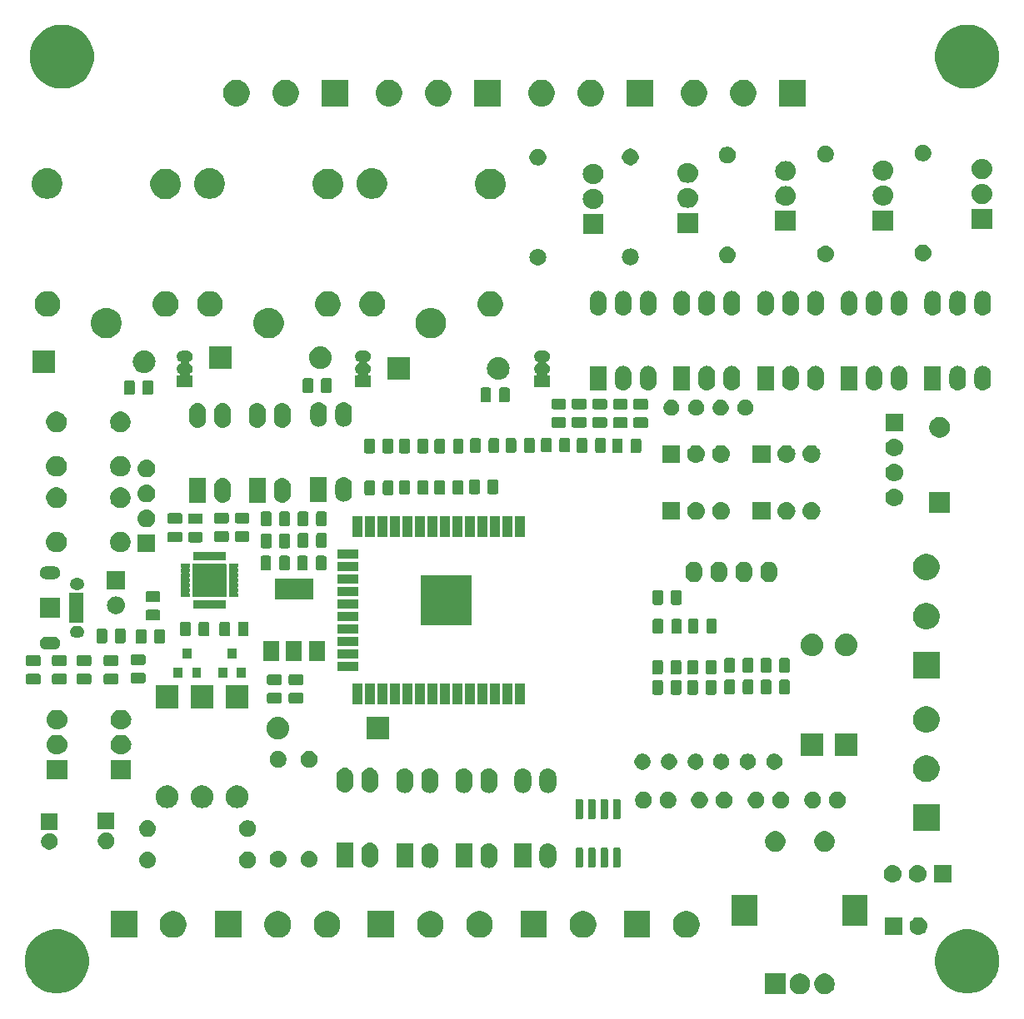
<source format=gbr>
G04 #@! TF.GenerationSoftware,KiCad,Pcbnew,(5.1.4)-1*
G04 #@! TF.CreationDate,2021-08-26T23:09:31-03:00*
G04 #@! TF.ProjectId,PLC_ESP32,504c435f-4553-4503-9332-2e6b69636164,rev?*
G04 #@! TF.SameCoordinates,Original*
G04 #@! TF.FileFunction,Soldermask,Top*
G04 #@! TF.FilePolarity,Negative*
%FSLAX46Y46*%
G04 Gerber Fmt 4.6, Leading zero omitted, Abs format (unit mm)*
G04 Created by KiCad (PCBNEW (5.1.4)-1) date 2021-08-26 23:09:31*
%MOMM*%
%LPD*%
G04 APERTURE LIST*
%ADD10C,0.100000*%
G04 APERTURE END LIST*
D10*
G36*
X161806564Y-162289389D02*
G01*
X161997833Y-162368615D01*
X161997835Y-162368616D01*
X162169973Y-162483635D01*
X162316365Y-162630027D01*
X162431385Y-162802167D01*
X162510611Y-162993436D01*
X162551000Y-163196484D01*
X162551000Y-163403516D01*
X162510611Y-163606564D01*
X162431385Y-163797833D01*
X162431384Y-163797835D01*
X162316365Y-163969973D01*
X162169973Y-164116365D01*
X161997835Y-164231384D01*
X161997834Y-164231385D01*
X161997833Y-164231385D01*
X161806564Y-164310611D01*
X161603516Y-164351000D01*
X161396484Y-164351000D01*
X161193436Y-164310611D01*
X161002167Y-164231385D01*
X161002166Y-164231385D01*
X161002165Y-164231384D01*
X160830027Y-164116365D01*
X160683635Y-163969973D01*
X160568616Y-163797835D01*
X160568615Y-163797833D01*
X160489389Y-163606564D01*
X160449000Y-163403516D01*
X160449000Y-163196484D01*
X160489389Y-162993436D01*
X160568615Y-162802167D01*
X160683635Y-162630027D01*
X160830027Y-162483635D01*
X161002165Y-162368616D01*
X161002167Y-162368615D01*
X161193436Y-162289389D01*
X161396484Y-162249000D01*
X161603516Y-162249000D01*
X161806564Y-162289389D01*
X161806564Y-162289389D01*
G37*
G36*
X159306564Y-162289389D02*
G01*
X159497833Y-162368615D01*
X159497835Y-162368616D01*
X159669973Y-162483635D01*
X159816365Y-162630027D01*
X159931385Y-162802167D01*
X160010611Y-162993436D01*
X160051000Y-163196484D01*
X160051000Y-163403516D01*
X160010611Y-163606564D01*
X159931385Y-163797833D01*
X159931384Y-163797835D01*
X159816365Y-163969973D01*
X159669973Y-164116365D01*
X159497835Y-164231384D01*
X159497834Y-164231385D01*
X159497833Y-164231385D01*
X159306564Y-164310611D01*
X159103516Y-164351000D01*
X158896484Y-164351000D01*
X158693436Y-164310611D01*
X158502167Y-164231385D01*
X158502166Y-164231385D01*
X158502165Y-164231384D01*
X158330027Y-164116365D01*
X158183635Y-163969973D01*
X158068616Y-163797835D01*
X158068615Y-163797833D01*
X157989389Y-163606564D01*
X157949000Y-163403516D01*
X157949000Y-163196484D01*
X157989389Y-162993436D01*
X158068615Y-162802167D01*
X158183635Y-162630027D01*
X158330027Y-162483635D01*
X158502165Y-162368616D01*
X158502167Y-162368615D01*
X158693436Y-162289389D01*
X158896484Y-162249000D01*
X159103516Y-162249000D01*
X159306564Y-162289389D01*
X159306564Y-162289389D01*
G37*
G36*
X157551000Y-164351000D02*
G01*
X155449000Y-164351000D01*
X155449000Y-162249000D01*
X157551000Y-162249000D01*
X157551000Y-164351000D01*
X157551000Y-164351000D01*
G37*
G36*
X176634239Y-157811467D02*
G01*
X176948282Y-157873934D01*
X177539926Y-158119001D01*
X178072392Y-158474784D01*
X178525216Y-158927608D01*
X178880999Y-159460074D01*
X179126066Y-160051718D01*
X179251000Y-160679804D01*
X179251000Y-161320196D01*
X179126066Y-161948282D01*
X178880999Y-162539926D01*
X178595986Y-162966477D01*
X178577974Y-162993435D01*
X178525216Y-163072392D01*
X178072392Y-163525216D01*
X177539926Y-163880999D01*
X176948282Y-164126066D01*
X176634239Y-164188533D01*
X176320197Y-164251000D01*
X175679803Y-164251000D01*
X175365761Y-164188533D01*
X175051718Y-164126066D01*
X174460074Y-163880999D01*
X173927608Y-163525216D01*
X173474784Y-163072392D01*
X173422027Y-162993435D01*
X173404014Y-162966477D01*
X173119001Y-162539926D01*
X172873934Y-161948282D01*
X172749000Y-161320196D01*
X172749000Y-160679804D01*
X172873934Y-160051718D01*
X173119001Y-159460074D01*
X173474784Y-158927608D01*
X173927608Y-158474784D01*
X174460074Y-158119001D01*
X175051718Y-157873934D01*
X175365761Y-157811467D01*
X175679803Y-157749000D01*
X176320197Y-157749000D01*
X176634239Y-157811467D01*
X176634239Y-157811467D01*
G37*
G36*
X84134239Y-157811467D02*
G01*
X84448282Y-157873934D01*
X85039926Y-158119001D01*
X85572392Y-158474784D01*
X86025216Y-158927608D01*
X86380999Y-159460074D01*
X86626066Y-160051718D01*
X86751000Y-160679804D01*
X86751000Y-161320196D01*
X86626066Y-161948282D01*
X86380999Y-162539926D01*
X86095986Y-162966477D01*
X86077974Y-162993435D01*
X86025216Y-163072392D01*
X85572392Y-163525216D01*
X85039926Y-163880999D01*
X84448282Y-164126066D01*
X84134239Y-164188533D01*
X83820197Y-164251000D01*
X83179803Y-164251000D01*
X82865761Y-164188533D01*
X82551718Y-164126066D01*
X81960074Y-163880999D01*
X81427608Y-163525216D01*
X80974784Y-163072392D01*
X80922027Y-162993435D01*
X80904014Y-162966477D01*
X80619001Y-162539926D01*
X80373934Y-161948282D01*
X80249000Y-161320196D01*
X80249000Y-160679804D01*
X80373934Y-160051718D01*
X80619001Y-159460074D01*
X80974784Y-158927608D01*
X81427608Y-158474784D01*
X81960074Y-158119001D01*
X82551718Y-157873934D01*
X82865761Y-157811467D01*
X83179803Y-157749000D01*
X83820197Y-157749000D01*
X84134239Y-157811467D01*
X84134239Y-157811467D01*
G37*
G36*
X111344072Y-155950918D02*
G01*
X111589939Y-156052759D01*
X111701328Y-156127187D01*
X111811211Y-156200609D01*
X111999391Y-156388789D01*
X112147242Y-156610063D01*
X112249082Y-156855928D01*
X112301000Y-157116937D01*
X112301000Y-157383063D01*
X112249082Y-157644072D01*
X112147242Y-157889937D01*
X111999391Y-158111211D01*
X111811211Y-158299391D01*
X111701328Y-158372813D01*
X111589939Y-158447241D01*
X111589938Y-158447242D01*
X111589937Y-158447242D01*
X111344072Y-158549082D01*
X111083063Y-158601000D01*
X110816937Y-158601000D01*
X110555928Y-158549082D01*
X110310063Y-158447242D01*
X110310062Y-158447242D01*
X110310061Y-158447241D01*
X110198672Y-158372813D01*
X110088789Y-158299391D01*
X109900609Y-158111211D01*
X109752758Y-157889937D01*
X109650918Y-157644072D01*
X109599000Y-157383063D01*
X109599000Y-157116937D01*
X109650918Y-156855928D01*
X109752758Y-156610063D01*
X109900609Y-156388789D01*
X110088789Y-156200609D01*
X110198672Y-156127187D01*
X110310061Y-156052759D01*
X110555928Y-155950918D01*
X110816937Y-155899000D01*
X111083063Y-155899000D01*
X111344072Y-155950918D01*
X111344072Y-155950918D01*
G37*
G36*
X91651000Y-158601000D02*
G01*
X88949000Y-158601000D01*
X88949000Y-155899000D01*
X91651000Y-155899000D01*
X91651000Y-158601000D01*
X91651000Y-158601000D01*
G37*
G36*
X95694072Y-155950918D02*
G01*
X95939939Y-156052759D01*
X96051328Y-156127187D01*
X96161211Y-156200609D01*
X96349391Y-156388789D01*
X96497242Y-156610063D01*
X96599082Y-156855928D01*
X96651000Y-157116937D01*
X96651000Y-157383063D01*
X96599082Y-157644072D01*
X96497242Y-157889937D01*
X96349391Y-158111211D01*
X96161211Y-158299391D01*
X96051328Y-158372813D01*
X95939939Y-158447241D01*
X95939938Y-158447242D01*
X95939937Y-158447242D01*
X95694072Y-158549082D01*
X95433063Y-158601000D01*
X95166937Y-158601000D01*
X94905928Y-158549082D01*
X94660063Y-158447242D01*
X94660062Y-158447242D01*
X94660061Y-158447241D01*
X94548672Y-158372813D01*
X94438789Y-158299391D01*
X94250609Y-158111211D01*
X94102758Y-157889937D01*
X94000918Y-157644072D01*
X93949000Y-157383063D01*
X93949000Y-157116937D01*
X94000918Y-156855928D01*
X94102758Y-156610063D01*
X94250609Y-156388789D01*
X94438789Y-156200609D01*
X94548672Y-156127187D01*
X94660061Y-156052759D01*
X94905928Y-155950918D01*
X95166937Y-155899000D01*
X95433063Y-155899000D01*
X95694072Y-155950918D01*
X95694072Y-155950918D01*
G37*
G36*
X102301000Y-158601000D02*
G01*
X99599000Y-158601000D01*
X99599000Y-155899000D01*
X102301000Y-155899000D01*
X102301000Y-158601000D01*
X102301000Y-158601000D01*
G37*
G36*
X117801000Y-158601000D02*
G01*
X115099000Y-158601000D01*
X115099000Y-155899000D01*
X117801000Y-155899000D01*
X117801000Y-158601000D01*
X117801000Y-158601000D01*
G37*
G36*
X121844072Y-155950918D02*
G01*
X122089939Y-156052759D01*
X122201328Y-156127187D01*
X122311211Y-156200609D01*
X122499391Y-156388789D01*
X122647242Y-156610063D01*
X122749082Y-156855928D01*
X122801000Y-157116937D01*
X122801000Y-157383063D01*
X122749082Y-157644072D01*
X122647242Y-157889937D01*
X122499391Y-158111211D01*
X122311211Y-158299391D01*
X122201328Y-158372813D01*
X122089939Y-158447241D01*
X122089938Y-158447242D01*
X122089937Y-158447242D01*
X121844072Y-158549082D01*
X121583063Y-158601000D01*
X121316937Y-158601000D01*
X121055928Y-158549082D01*
X120810063Y-158447242D01*
X120810062Y-158447242D01*
X120810061Y-158447241D01*
X120698672Y-158372813D01*
X120588789Y-158299391D01*
X120400609Y-158111211D01*
X120252758Y-157889937D01*
X120150918Y-157644072D01*
X120099000Y-157383063D01*
X120099000Y-157116937D01*
X120150918Y-156855928D01*
X120252758Y-156610063D01*
X120400609Y-156388789D01*
X120588789Y-156200609D01*
X120698672Y-156127187D01*
X120810061Y-156052759D01*
X121055928Y-155950918D01*
X121316937Y-155899000D01*
X121583063Y-155899000D01*
X121844072Y-155950918D01*
X121844072Y-155950918D01*
G37*
G36*
X126844072Y-155950918D02*
G01*
X127089939Y-156052759D01*
X127201328Y-156127187D01*
X127311211Y-156200609D01*
X127499391Y-156388789D01*
X127647242Y-156610063D01*
X127749082Y-156855928D01*
X127801000Y-157116937D01*
X127801000Y-157383063D01*
X127749082Y-157644072D01*
X127647242Y-157889937D01*
X127499391Y-158111211D01*
X127311211Y-158299391D01*
X127201328Y-158372813D01*
X127089939Y-158447241D01*
X127089938Y-158447242D01*
X127089937Y-158447242D01*
X126844072Y-158549082D01*
X126583063Y-158601000D01*
X126316937Y-158601000D01*
X126055928Y-158549082D01*
X125810063Y-158447242D01*
X125810062Y-158447242D01*
X125810061Y-158447241D01*
X125698672Y-158372813D01*
X125588789Y-158299391D01*
X125400609Y-158111211D01*
X125252758Y-157889937D01*
X125150918Y-157644072D01*
X125099000Y-157383063D01*
X125099000Y-157116937D01*
X125150918Y-156855928D01*
X125252758Y-156610063D01*
X125400609Y-156388789D01*
X125588789Y-156200609D01*
X125698672Y-156127187D01*
X125810061Y-156052759D01*
X126055928Y-155950918D01*
X126316937Y-155899000D01*
X126583063Y-155899000D01*
X126844072Y-155950918D01*
X126844072Y-155950918D01*
G37*
G36*
X133301000Y-158601000D02*
G01*
X130599000Y-158601000D01*
X130599000Y-155899000D01*
X133301000Y-155899000D01*
X133301000Y-158601000D01*
X133301000Y-158601000D01*
G37*
G36*
X137344072Y-155950918D02*
G01*
X137589939Y-156052759D01*
X137701328Y-156127187D01*
X137811211Y-156200609D01*
X137999391Y-156388789D01*
X138147242Y-156610063D01*
X138249082Y-156855928D01*
X138301000Y-157116937D01*
X138301000Y-157383063D01*
X138249082Y-157644072D01*
X138147242Y-157889937D01*
X137999391Y-158111211D01*
X137811211Y-158299391D01*
X137701328Y-158372813D01*
X137589939Y-158447241D01*
X137589938Y-158447242D01*
X137589937Y-158447242D01*
X137344072Y-158549082D01*
X137083063Y-158601000D01*
X136816937Y-158601000D01*
X136555928Y-158549082D01*
X136310063Y-158447242D01*
X136310062Y-158447242D01*
X136310061Y-158447241D01*
X136198672Y-158372813D01*
X136088789Y-158299391D01*
X135900609Y-158111211D01*
X135752758Y-157889937D01*
X135650918Y-157644072D01*
X135599000Y-157383063D01*
X135599000Y-157116937D01*
X135650918Y-156855928D01*
X135752758Y-156610063D01*
X135900609Y-156388789D01*
X136088789Y-156200609D01*
X136198672Y-156127187D01*
X136310061Y-156052759D01*
X136555928Y-155950918D01*
X136816937Y-155899000D01*
X137083063Y-155899000D01*
X137344072Y-155950918D01*
X137344072Y-155950918D01*
G37*
G36*
X143801000Y-158601000D02*
G01*
X141099000Y-158601000D01*
X141099000Y-155899000D01*
X143801000Y-155899000D01*
X143801000Y-158601000D01*
X143801000Y-158601000D01*
G37*
G36*
X147844072Y-155950918D02*
G01*
X148089939Y-156052759D01*
X148201328Y-156127187D01*
X148311211Y-156200609D01*
X148499391Y-156388789D01*
X148647242Y-156610063D01*
X148749082Y-156855928D01*
X148801000Y-157116937D01*
X148801000Y-157383063D01*
X148749082Y-157644072D01*
X148647242Y-157889937D01*
X148499391Y-158111211D01*
X148311211Y-158299391D01*
X148201328Y-158372813D01*
X148089939Y-158447241D01*
X148089938Y-158447242D01*
X148089937Y-158447242D01*
X147844072Y-158549082D01*
X147583063Y-158601000D01*
X147316937Y-158601000D01*
X147055928Y-158549082D01*
X146810063Y-158447242D01*
X146810062Y-158447242D01*
X146810061Y-158447241D01*
X146698672Y-158372813D01*
X146588789Y-158299391D01*
X146400609Y-158111211D01*
X146252758Y-157889937D01*
X146150918Y-157644072D01*
X146099000Y-157383063D01*
X146099000Y-157116937D01*
X146150918Y-156855928D01*
X146252758Y-156610063D01*
X146400609Y-156388789D01*
X146588789Y-156200609D01*
X146698672Y-156127187D01*
X146810061Y-156052759D01*
X147055928Y-155950918D01*
X147316937Y-155899000D01*
X147583063Y-155899000D01*
X147844072Y-155950918D01*
X147844072Y-155950918D01*
G37*
G36*
X106344072Y-155950918D02*
G01*
X106589939Y-156052759D01*
X106701328Y-156127187D01*
X106811211Y-156200609D01*
X106999391Y-156388789D01*
X107147242Y-156610063D01*
X107249082Y-156855928D01*
X107301000Y-157116937D01*
X107301000Y-157383063D01*
X107249082Y-157644072D01*
X107147242Y-157889937D01*
X106999391Y-158111211D01*
X106811211Y-158299391D01*
X106701328Y-158372813D01*
X106589939Y-158447241D01*
X106589938Y-158447242D01*
X106589937Y-158447242D01*
X106344072Y-158549082D01*
X106083063Y-158601000D01*
X105816937Y-158601000D01*
X105555928Y-158549082D01*
X105310063Y-158447242D01*
X105310062Y-158447242D01*
X105310061Y-158447241D01*
X105198672Y-158372813D01*
X105088789Y-158299391D01*
X104900609Y-158111211D01*
X104752758Y-157889937D01*
X104650918Y-157644072D01*
X104599000Y-157383063D01*
X104599000Y-157116937D01*
X104650918Y-156855928D01*
X104752758Y-156610063D01*
X104900609Y-156388789D01*
X105088789Y-156200609D01*
X105198672Y-156127187D01*
X105310061Y-156052759D01*
X105555928Y-155950918D01*
X105816937Y-155899000D01*
X106083063Y-155899000D01*
X106344072Y-155950918D01*
X106344072Y-155950918D01*
G37*
G36*
X169401000Y-158301000D02*
G01*
X167599000Y-158301000D01*
X167599000Y-156499000D01*
X169401000Y-156499000D01*
X169401000Y-158301000D01*
X169401000Y-158301000D01*
G37*
G36*
X171150442Y-156505518D02*
G01*
X171216627Y-156512037D01*
X171386466Y-156563557D01*
X171542991Y-156647222D01*
X171578729Y-156676552D01*
X171680186Y-156759814D01*
X171763448Y-156861271D01*
X171792778Y-156897009D01*
X171876443Y-157053534D01*
X171927963Y-157223373D01*
X171945359Y-157400000D01*
X171927963Y-157576627D01*
X171876443Y-157746466D01*
X171792778Y-157902991D01*
X171763448Y-157938729D01*
X171680186Y-158040186D01*
X171593639Y-158111212D01*
X171542991Y-158152778D01*
X171386466Y-158236443D01*
X171216627Y-158287963D01*
X171150442Y-158294482D01*
X171084260Y-158301000D01*
X170995740Y-158301000D01*
X170929558Y-158294482D01*
X170863373Y-158287963D01*
X170693534Y-158236443D01*
X170537009Y-158152778D01*
X170486361Y-158111212D01*
X170399814Y-158040186D01*
X170316552Y-157938729D01*
X170287222Y-157902991D01*
X170203557Y-157746466D01*
X170152037Y-157576627D01*
X170134641Y-157400000D01*
X170152037Y-157223373D01*
X170203557Y-157053534D01*
X170287222Y-156897009D01*
X170316552Y-156861271D01*
X170399814Y-156759814D01*
X170501271Y-156676552D01*
X170537009Y-156647222D01*
X170693534Y-156563557D01*
X170863373Y-156512037D01*
X170929558Y-156505518D01*
X170995740Y-156499000D01*
X171084260Y-156499000D01*
X171150442Y-156505518D01*
X171150442Y-156505518D01*
G37*
G36*
X165901000Y-157351000D02*
G01*
X163299000Y-157351000D01*
X163299000Y-154249000D01*
X165901000Y-154249000D01*
X165901000Y-157351000D01*
X165901000Y-157351000D01*
G37*
G36*
X154701000Y-157351000D02*
G01*
X152099000Y-157351000D01*
X152099000Y-154249000D01*
X154701000Y-154249000D01*
X154701000Y-157351000D01*
X154701000Y-157351000D01*
G37*
G36*
X168521716Y-151204659D02*
G01*
X168596627Y-151212037D01*
X168766466Y-151263557D01*
X168922991Y-151347222D01*
X168958729Y-151376552D01*
X169060186Y-151459814D01*
X169124914Y-151538687D01*
X169172778Y-151597009D01*
X169256443Y-151753534D01*
X169307963Y-151923373D01*
X169325359Y-152100000D01*
X169307963Y-152276627D01*
X169256443Y-152446466D01*
X169172778Y-152602991D01*
X169143448Y-152638729D01*
X169060186Y-152740186D01*
X168958729Y-152823448D01*
X168922991Y-152852778D01*
X168766466Y-152936443D01*
X168596627Y-152987963D01*
X168530443Y-152994481D01*
X168464260Y-153001000D01*
X168375740Y-153001000D01*
X168309557Y-152994481D01*
X168243373Y-152987963D01*
X168073534Y-152936443D01*
X167917009Y-152852778D01*
X167881271Y-152823448D01*
X167779814Y-152740186D01*
X167696552Y-152638729D01*
X167667222Y-152602991D01*
X167583557Y-152446466D01*
X167532037Y-152276627D01*
X167514641Y-152100000D01*
X167532037Y-151923373D01*
X167583557Y-151753534D01*
X167667222Y-151597009D01*
X167715086Y-151538687D01*
X167779814Y-151459814D01*
X167881271Y-151376552D01*
X167917009Y-151347222D01*
X168073534Y-151263557D01*
X168243373Y-151212037D01*
X168318284Y-151204659D01*
X168375740Y-151199000D01*
X168464260Y-151199000D01*
X168521716Y-151204659D01*
X168521716Y-151204659D01*
G37*
G36*
X174401000Y-153001000D02*
G01*
X172599000Y-153001000D01*
X172599000Y-151199000D01*
X174401000Y-151199000D01*
X174401000Y-153001000D01*
X174401000Y-153001000D01*
G37*
G36*
X171061716Y-151204659D02*
G01*
X171136627Y-151212037D01*
X171306466Y-151263557D01*
X171462991Y-151347222D01*
X171498729Y-151376552D01*
X171600186Y-151459814D01*
X171664914Y-151538687D01*
X171712778Y-151597009D01*
X171796443Y-151753534D01*
X171847963Y-151923373D01*
X171865359Y-152100000D01*
X171847963Y-152276627D01*
X171796443Y-152446466D01*
X171712778Y-152602991D01*
X171683448Y-152638729D01*
X171600186Y-152740186D01*
X171498729Y-152823448D01*
X171462991Y-152852778D01*
X171306466Y-152936443D01*
X171136627Y-152987963D01*
X171070443Y-152994481D01*
X171004260Y-153001000D01*
X170915740Y-153001000D01*
X170849557Y-152994481D01*
X170783373Y-152987963D01*
X170613534Y-152936443D01*
X170457009Y-152852778D01*
X170421271Y-152823448D01*
X170319814Y-152740186D01*
X170236552Y-152638729D01*
X170207222Y-152602991D01*
X170123557Y-152446466D01*
X170072037Y-152276627D01*
X170054641Y-152100000D01*
X170072037Y-151923373D01*
X170123557Y-151753534D01*
X170207222Y-151597009D01*
X170255086Y-151538687D01*
X170319814Y-151459814D01*
X170421271Y-151376552D01*
X170457009Y-151347222D01*
X170613534Y-151263557D01*
X170783373Y-151212037D01*
X170858284Y-151204659D01*
X170915740Y-151199000D01*
X171004260Y-151199000D01*
X171061716Y-151204659D01*
X171061716Y-151204659D01*
G37*
G36*
X103123228Y-149881703D02*
G01*
X103278100Y-149945853D01*
X103417481Y-150038985D01*
X103536015Y-150157519D01*
X103629147Y-150296900D01*
X103693297Y-150451772D01*
X103726000Y-150616184D01*
X103726000Y-150783816D01*
X103693297Y-150948228D01*
X103629147Y-151103100D01*
X103536015Y-151242481D01*
X103417481Y-151361015D01*
X103278100Y-151454147D01*
X103123228Y-151518297D01*
X102958816Y-151551000D01*
X102791184Y-151551000D01*
X102626772Y-151518297D01*
X102471900Y-151454147D01*
X102332519Y-151361015D01*
X102213985Y-151242481D01*
X102120853Y-151103100D01*
X102056703Y-150948228D01*
X102024000Y-150783816D01*
X102024000Y-150616184D01*
X102056703Y-150451772D01*
X102120853Y-150296900D01*
X102213985Y-150157519D01*
X102332519Y-150038985D01*
X102471900Y-149945853D01*
X102626772Y-149881703D01*
X102791184Y-149849000D01*
X102958816Y-149849000D01*
X103123228Y-149881703D01*
X103123228Y-149881703D01*
G37*
G36*
X92881823Y-149861313D02*
G01*
X93042242Y-149909976D01*
X93109361Y-149945852D01*
X93190078Y-149988996D01*
X93319659Y-150095341D01*
X93426004Y-150224922D01*
X93426005Y-150224924D01*
X93505024Y-150372758D01*
X93553687Y-150533177D01*
X93570117Y-150700000D01*
X93553687Y-150866823D01*
X93505024Y-151027242D01*
X93434114Y-151159906D01*
X93426004Y-151175078D01*
X93319659Y-151304659D01*
X93190078Y-151411004D01*
X93190076Y-151411005D01*
X93042242Y-151490024D01*
X92881823Y-151538687D01*
X92756804Y-151551000D01*
X92673196Y-151551000D01*
X92548177Y-151538687D01*
X92387758Y-151490024D01*
X92239924Y-151411005D01*
X92239922Y-151411004D01*
X92110341Y-151304659D01*
X92003996Y-151175078D01*
X91995886Y-151159906D01*
X91924976Y-151027242D01*
X91876313Y-150866823D01*
X91859883Y-150700000D01*
X91876313Y-150533177D01*
X91924976Y-150372758D01*
X92003995Y-150224924D01*
X92003996Y-150224922D01*
X92110341Y-150095341D01*
X92239922Y-149988996D01*
X92320639Y-149945852D01*
X92387758Y-149909976D01*
X92548177Y-149861313D01*
X92673196Y-149849000D01*
X92756804Y-149849000D01*
X92881823Y-149861313D01*
X92881823Y-149861313D01*
G37*
G36*
X127556822Y-149011313D02*
G01*
X127717241Y-149059976D01*
X127865077Y-149138995D01*
X127994659Y-149245341D01*
X128101004Y-149374922D01*
X128101005Y-149374924D01*
X128180024Y-149522758D01*
X128228687Y-149683177D01*
X128241000Y-149808196D01*
X128241000Y-150691803D01*
X128228687Y-150816822D01*
X128180024Y-150977242D01*
X128122385Y-151085076D01*
X128101004Y-151125078D01*
X127994659Y-151254659D01*
X127865078Y-151361004D01*
X127865076Y-151361005D01*
X127717242Y-151440024D01*
X127556823Y-151488687D01*
X127390000Y-151505117D01*
X127223178Y-151488687D01*
X127062759Y-151440024D01*
X126914925Y-151361005D01*
X126914923Y-151361004D01*
X126785342Y-151254659D01*
X126678997Y-151125078D01*
X126657616Y-151085076D01*
X126599977Y-150977242D01*
X126551314Y-150816823D01*
X126539000Y-150691803D01*
X126539000Y-149808197D01*
X126551313Y-149683178D01*
X126599976Y-149522759D01*
X126678995Y-149374923D01*
X126785341Y-149245341D01*
X126846266Y-149195341D01*
X126914922Y-149138996D01*
X126930094Y-149130886D01*
X127062758Y-149059976D01*
X127223177Y-149011313D01*
X127390000Y-148994883D01*
X127556822Y-149011313D01*
X127556822Y-149011313D01*
G37*
G36*
X133556822Y-149011313D02*
G01*
X133717241Y-149059976D01*
X133865077Y-149138995D01*
X133994659Y-149245341D01*
X134101004Y-149374922D01*
X134101005Y-149374924D01*
X134180024Y-149522758D01*
X134228687Y-149683177D01*
X134241000Y-149808196D01*
X134241000Y-150691803D01*
X134228687Y-150816822D01*
X134180024Y-150977242D01*
X134122385Y-151085076D01*
X134101004Y-151125078D01*
X133994659Y-151254659D01*
X133865078Y-151361004D01*
X133865076Y-151361005D01*
X133717242Y-151440024D01*
X133556823Y-151488687D01*
X133390000Y-151505117D01*
X133223178Y-151488687D01*
X133062759Y-151440024D01*
X132914925Y-151361005D01*
X132914923Y-151361004D01*
X132785342Y-151254659D01*
X132678997Y-151125078D01*
X132657616Y-151085076D01*
X132599977Y-150977242D01*
X132551314Y-150816823D01*
X132539000Y-150691803D01*
X132539000Y-149808197D01*
X132551313Y-149683178D01*
X132599976Y-149522759D01*
X132678995Y-149374923D01*
X132785341Y-149245341D01*
X132846266Y-149195341D01*
X132914922Y-149138996D01*
X132930094Y-149130886D01*
X133062758Y-149059976D01*
X133223177Y-149011313D01*
X133390000Y-148994883D01*
X133556822Y-149011313D01*
X133556822Y-149011313D01*
G37*
G36*
X121556822Y-149011313D02*
G01*
X121717241Y-149059976D01*
X121865077Y-149138995D01*
X121994659Y-149245341D01*
X122101004Y-149374922D01*
X122101005Y-149374924D01*
X122180024Y-149522758D01*
X122228687Y-149683177D01*
X122241000Y-149808196D01*
X122241000Y-150691803D01*
X122228687Y-150816822D01*
X122180024Y-150977242D01*
X122122385Y-151085076D01*
X122101004Y-151125078D01*
X121994659Y-151254659D01*
X121865078Y-151361004D01*
X121865076Y-151361005D01*
X121717242Y-151440024D01*
X121556823Y-151488687D01*
X121390000Y-151505117D01*
X121223178Y-151488687D01*
X121062759Y-151440024D01*
X120914925Y-151361005D01*
X120914923Y-151361004D01*
X120785342Y-151254659D01*
X120678997Y-151125078D01*
X120657616Y-151085076D01*
X120599977Y-150977242D01*
X120551314Y-150816823D01*
X120539000Y-150691803D01*
X120539000Y-149808197D01*
X120551313Y-149683178D01*
X120599976Y-149522759D01*
X120678995Y-149374923D01*
X120785341Y-149245341D01*
X120846266Y-149195341D01*
X120914922Y-149138996D01*
X120930094Y-149130886D01*
X121062758Y-149059976D01*
X121223177Y-149011313D01*
X121390000Y-148994883D01*
X121556822Y-149011313D01*
X121556822Y-149011313D01*
G37*
G36*
X131701000Y-151501000D02*
G01*
X129999000Y-151501000D01*
X129999000Y-148999000D01*
X131701000Y-148999000D01*
X131701000Y-151501000D01*
X131701000Y-151501000D01*
G37*
G36*
X140664928Y-149451764D02*
G01*
X140686009Y-149458160D01*
X140705445Y-149468548D01*
X140722476Y-149482524D01*
X140736452Y-149499555D01*
X140746840Y-149518991D01*
X140753236Y-149540072D01*
X140756000Y-149568140D01*
X140756000Y-151381860D01*
X140753236Y-151409928D01*
X140746840Y-151431009D01*
X140736452Y-151450445D01*
X140722476Y-151467476D01*
X140705445Y-151481452D01*
X140686009Y-151491840D01*
X140664928Y-151498236D01*
X140636860Y-151501000D01*
X140173140Y-151501000D01*
X140145072Y-151498236D01*
X140123991Y-151491840D01*
X140104555Y-151481452D01*
X140087524Y-151467476D01*
X140073548Y-151450445D01*
X140063160Y-151431009D01*
X140056764Y-151409928D01*
X140054000Y-151381860D01*
X140054000Y-149568140D01*
X140056764Y-149540072D01*
X140063160Y-149518991D01*
X140073548Y-149499555D01*
X140087524Y-149482524D01*
X140104555Y-149468548D01*
X140123991Y-149458160D01*
X140145072Y-149451764D01*
X140173140Y-149449000D01*
X140636860Y-149449000D01*
X140664928Y-149451764D01*
X140664928Y-149451764D01*
G37*
G36*
X139394928Y-149451764D02*
G01*
X139416009Y-149458160D01*
X139435445Y-149468548D01*
X139452476Y-149482524D01*
X139466452Y-149499555D01*
X139476840Y-149518991D01*
X139483236Y-149540072D01*
X139486000Y-149568140D01*
X139486000Y-151381860D01*
X139483236Y-151409928D01*
X139476840Y-151431009D01*
X139466452Y-151450445D01*
X139452476Y-151467476D01*
X139435445Y-151481452D01*
X139416009Y-151491840D01*
X139394928Y-151498236D01*
X139366860Y-151501000D01*
X138903140Y-151501000D01*
X138875072Y-151498236D01*
X138853991Y-151491840D01*
X138834555Y-151481452D01*
X138817524Y-151467476D01*
X138803548Y-151450445D01*
X138793160Y-151431009D01*
X138786764Y-151409928D01*
X138784000Y-151381860D01*
X138784000Y-149568140D01*
X138786764Y-149540072D01*
X138793160Y-149518991D01*
X138803548Y-149499555D01*
X138817524Y-149482524D01*
X138834555Y-149468548D01*
X138853991Y-149458160D01*
X138875072Y-149451764D01*
X138903140Y-149449000D01*
X139366860Y-149449000D01*
X139394928Y-149451764D01*
X139394928Y-149451764D01*
G37*
G36*
X119701000Y-151501000D02*
G01*
X117999000Y-151501000D01*
X117999000Y-148999000D01*
X119701000Y-148999000D01*
X119701000Y-151501000D01*
X119701000Y-151501000D01*
G37*
G36*
X125701000Y-151501000D02*
G01*
X123999000Y-151501000D01*
X123999000Y-148999000D01*
X125701000Y-148999000D01*
X125701000Y-151501000D01*
X125701000Y-151501000D01*
G37*
G36*
X136854928Y-149451764D02*
G01*
X136876009Y-149458160D01*
X136895445Y-149468548D01*
X136912476Y-149482524D01*
X136926452Y-149499555D01*
X136936840Y-149518991D01*
X136943236Y-149540072D01*
X136946000Y-149568140D01*
X136946000Y-151381860D01*
X136943236Y-151409928D01*
X136936840Y-151431009D01*
X136926452Y-151450445D01*
X136912476Y-151467476D01*
X136895445Y-151481452D01*
X136876009Y-151491840D01*
X136854928Y-151498236D01*
X136826860Y-151501000D01*
X136363140Y-151501000D01*
X136335072Y-151498236D01*
X136313991Y-151491840D01*
X136294555Y-151481452D01*
X136277524Y-151467476D01*
X136263548Y-151450445D01*
X136253160Y-151431009D01*
X136246764Y-151409928D01*
X136244000Y-151381860D01*
X136244000Y-149568140D01*
X136246764Y-149540072D01*
X136253160Y-149518991D01*
X136263548Y-149499555D01*
X136277524Y-149482524D01*
X136294555Y-149468548D01*
X136313991Y-149458160D01*
X136335072Y-149451764D01*
X136363140Y-149449000D01*
X136826860Y-149449000D01*
X136854928Y-149451764D01*
X136854928Y-149451764D01*
G37*
G36*
X138124928Y-149451764D02*
G01*
X138146009Y-149458160D01*
X138165445Y-149468548D01*
X138182476Y-149482524D01*
X138196452Y-149499555D01*
X138206840Y-149518991D01*
X138213236Y-149540072D01*
X138216000Y-149568140D01*
X138216000Y-151381860D01*
X138213236Y-151409928D01*
X138206840Y-151431009D01*
X138196452Y-151450445D01*
X138182476Y-151467476D01*
X138165445Y-151481452D01*
X138146009Y-151491840D01*
X138124928Y-151498236D01*
X138096860Y-151501000D01*
X137633140Y-151501000D01*
X137605072Y-151498236D01*
X137583991Y-151491840D01*
X137564555Y-151481452D01*
X137547524Y-151467476D01*
X137533548Y-151450445D01*
X137523160Y-151431009D01*
X137516764Y-151409928D01*
X137514000Y-151381860D01*
X137514000Y-149568140D01*
X137516764Y-149540072D01*
X137523160Y-149518991D01*
X137533548Y-149499555D01*
X137547524Y-149482524D01*
X137564555Y-149468548D01*
X137583991Y-149458160D01*
X137605072Y-149451764D01*
X137633140Y-149449000D01*
X138096860Y-149449000D01*
X138124928Y-149451764D01*
X138124928Y-149451764D01*
G37*
G36*
X109291823Y-149771313D02*
G01*
X109452242Y-149819976D01*
X109567725Y-149881703D01*
X109600078Y-149898996D01*
X109729659Y-150005341D01*
X109836004Y-150134922D01*
X109836005Y-150134924D01*
X109915024Y-150282758D01*
X109963687Y-150443177D01*
X109980117Y-150610000D01*
X109963687Y-150776823D01*
X109936385Y-150866825D01*
X109918058Y-150927242D01*
X109915024Y-150937242D01*
X109866918Y-151027242D01*
X109836004Y-151085078D01*
X109729659Y-151214659D01*
X109600078Y-151321004D01*
X109584906Y-151329114D01*
X109452242Y-151400024D01*
X109291823Y-151448687D01*
X109166804Y-151461000D01*
X109083196Y-151461000D01*
X108958177Y-151448687D01*
X108797758Y-151400024D01*
X108665094Y-151329114D01*
X108649922Y-151321004D01*
X108520341Y-151214659D01*
X108413996Y-151085078D01*
X108383082Y-151027242D01*
X108334976Y-150937242D01*
X108331943Y-150927242D01*
X108313615Y-150866825D01*
X108286313Y-150776823D01*
X108269883Y-150610000D01*
X108286313Y-150443177D01*
X108334976Y-150282758D01*
X108413995Y-150134924D01*
X108413996Y-150134922D01*
X108520341Y-150005341D01*
X108649922Y-149898996D01*
X108682275Y-149881703D01*
X108797758Y-149819976D01*
X108958177Y-149771313D01*
X109083196Y-149759000D01*
X109166804Y-149759000D01*
X109291823Y-149771313D01*
X109291823Y-149771313D01*
G37*
G36*
X106141823Y-149771313D02*
G01*
X106302242Y-149819976D01*
X106417725Y-149881703D01*
X106450078Y-149898996D01*
X106579659Y-150005341D01*
X106686004Y-150134922D01*
X106686005Y-150134924D01*
X106765024Y-150282758D01*
X106813687Y-150443177D01*
X106830117Y-150610000D01*
X106813687Y-150776823D01*
X106786385Y-150866825D01*
X106768058Y-150927242D01*
X106765024Y-150937242D01*
X106716918Y-151027242D01*
X106686004Y-151085078D01*
X106579659Y-151214659D01*
X106450078Y-151321004D01*
X106434906Y-151329114D01*
X106302242Y-151400024D01*
X106141823Y-151448687D01*
X106016804Y-151461000D01*
X105933196Y-151461000D01*
X105808177Y-151448687D01*
X105647758Y-151400024D01*
X105515094Y-151329114D01*
X105499922Y-151321004D01*
X105370341Y-151214659D01*
X105263996Y-151085078D01*
X105233082Y-151027242D01*
X105184976Y-150937242D01*
X105181943Y-150927242D01*
X105163615Y-150866825D01*
X105136313Y-150776823D01*
X105119883Y-150610000D01*
X105136313Y-150443177D01*
X105184976Y-150282758D01*
X105263995Y-150134924D01*
X105263996Y-150134922D01*
X105370341Y-150005341D01*
X105499922Y-149898996D01*
X105532275Y-149881703D01*
X105647758Y-149819976D01*
X105808177Y-149771313D01*
X105933196Y-149759000D01*
X106016804Y-149759000D01*
X106141823Y-149771313D01*
X106141823Y-149771313D01*
G37*
G36*
X115456822Y-148961313D02*
G01*
X115617241Y-149009976D01*
X115765077Y-149088995D01*
X115894659Y-149195341D01*
X116001004Y-149324922D01*
X116001005Y-149324924D01*
X116080024Y-149472758D01*
X116128687Y-149633177D01*
X116141000Y-149758196D01*
X116141000Y-150641803D01*
X116128687Y-150766822D01*
X116080024Y-150927242D01*
X116068806Y-150948229D01*
X116001004Y-151075078D01*
X115894659Y-151204659D01*
X115765078Y-151311004D01*
X115765076Y-151311005D01*
X115617242Y-151390024D01*
X115456823Y-151438687D01*
X115290000Y-151455117D01*
X115123178Y-151438687D01*
X114962759Y-151390024D01*
X114814925Y-151311005D01*
X114814923Y-151311004D01*
X114685342Y-151204659D01*
X114578997Y-151075078D01*
X114511195Y-150948229D01*
X114499977Y-150927242D01*
X114451314Y-150766823D01*
X114439000Y-150641803D01*
X114439000Y-149758197D01*
X114451313Y-149633178D01*
X114499976Y-149472759D01*
X114578995Y-149324923D01*
X114685341Y-149195341D01*
X114736815Y-149153097D01*
X114814922Y-149088996D01*
X114891194Y-149048228D01*
X114962758Y-149009976D01*
X115123177Y-148961313D01*
X115290000Y-148944883D01*
X115456822Y-148961313D01*
X115456822Y-148961313D01*
G37*
G36*
X113601000Y-151451000D02*
G01*
X111899000Y-151451000D01*
X111899000Y-148949000D01*
X113601000Y-148949000D01*
X113601000Y-151451000D01*
X113601000Y-151451000D01*
G37*
G36*
X161806564Y-147789389D02*
G01*
X161897949Y-147827242D01*
X161997835Y-147868616D01*
X162169973Y-147983635D01*
X162316365Y-148130027D01*
X162423272Y-148290024D01*
X162431385Y-148302167D01*
X162510611Y-148493436D01*
X162551000Y-148696484D01*
X162551000Y-148903516D01*
X162510611Y-149106564D01*
X162453128Y-149245341D01*
X162431384Y-149297835D01*
X162316365Y-149469973D01*
X162169973Y-149616365D01*
X161997835Y-149731384D01*
X161997834Y-149731385D01*
X161997833Y-149731385D01*
X161806564Y-149810611D01*
X161603516Y-149851000D01*
X161396484Y-149851000D01*
X161193436Y-149810611D01*
X161002167Y-149731385D01*
X161002166Y-149731385D01*
X161002165Y-149731384D01*
X160830027Y-149616365D01*
X160683635Y-149469973D01*
X160568616Y-149297835D01*
X160546872Y-149245341D01*
X160489389Y-149106564D01*
X160449000Y-148903516D01*
X160449000Y-148696484D01*
X160489389Y-148493436D01*
X160568615Y-148302167D01*
X160576729Y-148290024D01*
X160683635Y-148130027D01*
X160830027Y-147983635D01*
X161002165Y-147868616D01*
X161102051Y-147827242D01*
X161193436Y-147789389D01*
X161396484Y-147749000D01*
X161603516Y-147749000D01*
X161806564Y-147789389D01*
X161806564Y-147789389D01*
G37*
G36*
X156806564Y-147789389D02*
G01*
X156897949Y-147827242D01*
X156997835Y-147868616D01*
X157169973Y-147983635D01*
X157316365Y-148130027D01*
X157423272Y-148290024D01*
X157431385Y-148302167D01*
X157510611Y-148493436D01*
X157551000Y-148696484D01*
X157551000Y-148903516D01*
X157510611Y-149106564D01*
X157453128Y-149245341D01*
X157431384Y-149297835D01*
X157316365Y-149469973D01*
X157169973Y-149616365D01*
X156997835Y-149731384D01*
X156997834Y-149731385D01*
X156997833Y-149731385D01*
X156806564Y-149810611D01*
X156603516Y-149851000D01*
X156396484Y-149851000D01*
X156193436Y-149810611D01*
X156002167Y-149731385D01*
X156002166Y-149731385D01*
X156002165Y-149731384D01*
X155830027Y-149616365D01*
X155683635Y-149469973D01*
X155568616Y-149297835D01*
X155546872Y-149245341D01*
X155489389Y-149106564D01*
X155449000Y-148903516D01*
X155449000Y-148696484D01*
X155489389Y-148493436D01*
X155568615Y-148302167D01*
X155576729Y-148290024D01*
X155683635Y-148130027D01*
X155830027Y-147983635D01*
X156002165Y-147868616D01*
X156102051Y-147827242D01*
X156193436Y-147789389D01*
X156396484Y-147749000D01*
X156603516Y-147749000D01*
X156806564Y-147789389D01*
X156806564Y-147789389D01*
G37*
G36*
X82998228Y-147981703D02*
G01*
X83153100Y-148045853D01*
X83292481Y-148138985D01*
X83411015Y-148257519D01*
X83504147Y-148396900D01*
X83568297Y-148551772D01*
X83601000Y-148716184D01*
X83601000Y-148883816D01*
X83568297Y-149048228D01*
X83504147Y-149203100D01*
X83411015Y-149342481D01*
X83292481Y-149461015D01*
X83153100Y-149554147D01*
X82998228Y-149618297D01*
X82833816Y-149651000D01*
X82666184Y-149651000D01*
X82501772Y-149618297D01*
X82346900Y-149554147D01*
X82207519Y-149461015D01*
X82088985Y-149342481D01*
X81995853Y-149203100D01*
X81931703Y-149048228D01*
X81899000Y-148883816D01*
X81899000Y-148716184D01*
X81931703Y-148551772D01*
X81995853Y-148396900D01*
X82088985Y-148257519D01*
X82207519Y-148138985D01*
X82346900Y-148045853D01*
X82501772Y-147981703D01*
X82666184Y-147949000D01*
X82833816Y-147949000D01*
X82998228Y-147981703D01*
X82998228Y-147981703D01*
G37*
G36*
X88748228Y-147931703D02*
G01*
X88903100Y-147995853D01*
X89042481Y-148088985D01*
X89161015Y-148207519D01*
X89254147Y-148346900D01*
X89318297Y-148501772D01*
X89351000Y-148666184D01*
X89351000Y-148833816D01*
X89318297Y-148998228D01*
X89254147Y-149153100D01*
X89161015Y-149292481D01*
X89042481Y-149411015D01*
X88903100Y-149504147D01*
X88748228Y-149568297D01*
X88583816Y-149601000D01*
X88416184Y-149601000D01*
X88251772Y-149568297D01*
X88096900Y-149504147D01*
X87957519Y-149411015D01*
X87838985Y-149292481D01*
X87745853Y-149153100D01*
X87681703Y-148998228D01*
X87649000Y-148833816D01*
X87649000Y-148666184D01*
X87681703Y-148501772D01*
X87745853Y-148346900D01*
X87838985Y-148207519D01*
X87957519Y-148088985D01*
X88096900Y-147995853D01*
X88251772Y-147931703D01*
X88416184Y-147899000D01*
X88583816Y-147899000D01*
X88748228Y-147931703D01*
X88748228Y-147931703D01*
G37*
G36*
X103123228Y-146681703D02*
G01*
X103278100Y-146745853D01*
X103417481Y-146838985D01*
X103536015Y-146957519D01*
X103629147Y-147096900D01*
X103693297Y-147251772D01*
X103726000Y-147416184D01*
X103726000Y-147583816D01*
X103693297Y-147748228D01*
X103629147Y-147903100D01*
X103536015Y-148042481D01*
X103417481Y-148161015D01*
X103278100Y-148254147D01*
X103123228Y-148318297D01*
X102958816Y-148351000D01*
X102791184Y-148351000D01*
X102626772Y-148318297D01*
X102471900Y-148254147D01*
X102332519Y-148161015D01*
X102213985Y-148042481D01*
X102120853Y-147903100D01*
X102056703Y-147748228D01*
X102024000Y-147583816D01*
X102024000Y-147416184D01*
X102056703Y-147251772D01*
X102120853Y-147096900D01*
X102213985Y-146957519D01*
X102332519Y-146838985D01*
X102471900Y-146745853D01*
X102626772Y-146681703D01*
X102791184Y-146649000D01*
X102958816Y-146649000D01*
X103123228Y-146681703D01*
X103123228Y-146681703D01*
G37*
G36*
X92881823Y-146661313D02*
G01*
X93042242Y-146709976D01*
X93109361Y-146745852D01*
X93190078Y-146788996D01*
X93319659Y-146895341D01*
X93426004Y-147024922D01*
X93426005Y-147024924D01*
X93505024Y-147172758D01*
X93553687Y-147333177D01*
X93570117Y-147500000D01*
X93553687Y-147666823D01*
X93505024Y-147827242D01*
X93464477Y-147903100D01*
X93426004Y-147975078D01*
X93319659Y-148104659D01*
X93190078Y-148211004D01*
X93190076Y-148211005D01*
X93042242Y-148290024D01*
X92881823Y-148338687D01*
X92756804Y-148351000D01*
X92673196Y-148351000D01*
X92548177Y-148338687D01*
X92387758Y-148290024D01*
X92239924Y-148211005D01*
X92239922Y-148211004D01*
X92110341Y-148104659D01*
X92003996Y-147975078D01*
X91965523Y-147903100D01*
X91924976Y-147827242D01*
X91876313Y-147666823D01*
X91859883Y-147500000D01*
X91876313Y-147333177D01*
X91924976Y-147172758D01*
X92003995Y-147024924D01*
X92003996Y-147024922D01*
X92110341Y-146895341D01*
X92239922Y-146788996D01*
X92320639Y-146745852D01*
X92387758Y-146709976D01*
X92548177Y-146661313D01*
X92673196Y-146649000D01*
X92756804Y-146649000D01*
X92881823Y-146661313D01*
X92881823Y-146661313D01*
G37*
G36*
X173201000Y-147751000D02*
G01*
X170499000Y-147751000D01*
X170499000Y-145049000D01*
X173201000Y-145049000D01*
X173201000Y-147751000D01*
X173201000Y-147751000D01*
G37*
G36*
X83601000Y-147651000D02*
G01*
X81899000Y-147651000D01*
X81899000Y-145949000D01*
X83601000Y-145949000D01*
X83601000Y-147651000D01*
X83601000Y-147651000D01*
G37*
G36*
X89351000Y-147601000D02*
G01*
X87649000Y-147601000D01*
X87649000Y-145899000D01*
X89351000Y-145899000D01*
X89351000Y-147601000D01*
X89351000Y-147601000D01*
G37*
G36*
X139394928Y-144501764D02*
G01*
X139416009Y-144508160D01*
X139435445Y-144518548D01*
X139452476Y-144532524D01*
X139466452Y-144549555D01*
X139476840Y-144568991D01*
X139483236Y-144590072D01*
X139486000Y-144618140D01*
X139486000Y-146431860D01*
X139483236Y-146459928D01*
X139476840Y-146481009D01*
X139466452Y-146500445D01*
X139452476Y-146517476D01*
X139435445Y-146531452D01*
X139416009Y-146541840D01*
X139394928Y-146548236D01*
X139366860Y-146551000D01*
X138903140Y-146551000D01*
X138875072Y-146548236D01*
X138853991Y-146541840D01*
X138834555Y-146531452D01*
X138817524Y-146517476D01*
X138803548Y-146500445D01*
X138793160Y-146481009D01*
X138786764Y-146459928D01*
X138784000Y-146431860D01*
X138784000Y-144618140D01*
X138786764Y-144590072D01*
X138793160Y-144568991D01*
X138803548Y-144549555D01*
X138817524Y-144532524D01*
X138834555Y-144518548D01*
X138853991Y-144508160D01*
X138875072Y-144501764D01*
X138903140Y-144499000D01*
X139366860Y-144499000D01*
X139394928Y-144501764D01*
X139394928Y-144501764D01*
G37*
G36*
X140664928Y-144501764D02*
G01*
X140686009Y-144508160D01*
X140705445Y-144518548D01*
X140722476Y-144532524D01*
X140736452Y-144549555D01*
X140746840Y-144568991D01*
X140753236Y-144590072D01*
X140756000Y-144618140D01*
X140756000Y-146431860D01*
X140753236Y-146459928D01*
X140746840Y-146481009D01*
X140736452Y-146500445D01*
X140722476Y-146517476D01*
X140705445Y-146531452D01*
X140686009Y-146541840D01*
X140664928Y-146548236D01*
X140636860Y-146551000D01*
X140173140Y-146551000D01*
X140145072Y-146548236D01*
X140123991Y-146541840D01*
X140104555Y-146531452D01*
X140087524Y-146517476D01*
X140073548Y-146500445D01*
X140063160Y-146481009D01*
X140056764Y-146459928D01*
X140054000Y-146431860D01*
X140054000Y-144618140D01*
X140056764Y-144590072D01*
X140063160Y-144568991D01*
X140073548Y-144549555D01*
X140087524Y-144532524D01*
X140104555Y-144518548D01*
X140123991Y-144508160D01*
X140145072Y-144501764D01*
X140173140Y-144499000D01*
X140636860Y-144499000D01*
X140664928Y-144501764D01*
X140664928Y-144501764D01*
G37*
G36*
X138124928Y-144501764D02*
G01*
X138146009Y-144508160D01*
X138165445Y-144518548D01*
X138182476Y-144532524D01*
X138196452Y-144549555D01*
X138206840Y-144568991D01*
X138213236Y-144590072D01*
X138216000Y-144618140D01*
X138216000Y-146431860D01*
X138213236Y-146459928D01*
X138206840Y-146481009D01*
X138196452Y-146500445D01*
X138182476Y-146517476D01*
X138165445Y-146531452D01*
X138146009Y-146541840D01*
X138124928Y-146548236D01*
X138096860Y-146551000D01*
X137633140Y-146551000D01*
X137605072Y-146548236D01*
X137583991Y-146541840D01*
X137564555Y-146531452D01*
X137547524Y-146517476D01*
X137533548Y-146500445D01*
X137523160Y-146481009D01*
X137516764Y-146459928D01*
X137514000Y-146431860D01*
X137514000Y-144618140D01*
X137516764Y-144590072D01*
X137523160Y-144568991D01*
X137533548Y-144549555D01*
X137547524Y-144532524D01*
X137564555Y-144518548D01*
X137583991Y-144508160D01*
X137605072Y-144501764D01*
X137633140Y-144499000D01*
X138096860Y-144499000D01*
X138124928Y-144501764D01*
X138124928Y-144501764D01*
G37*
G36*
X136854928Y-144501764D02*
G01*
X136876009Y-144508160D01*
X136895445Y-144518548D01*
X136912476Y-144532524D01*
X136926452Y-144549555D01*
X136936840Y-144568991D01*
X136943236Y-144590072D01*
X136946000Y-144618140D01*
X136946000Y-146431860D01*
X136943236Y-146459928D01*
X136936840Y-146481009D01*
X136926452Y-146500445D01*
X136912476Y-146517476D01*
X136895445Y-146531452D01*
X136876009Y-146541840D01*
X136854928Y-146548236D01*
X136826860Y-146551000D01*
X136363140Y-146551000D01*
X136335072Y-146548236D01*
X136313991Y-146541840D01*
X136294555Y-146531452D01*
X136277524Y-146517476D01*
X136263548Y-146500445D01*
X136253160Y-146481009D01*
X136246764Y-146459928D01*
X136244000Y-146431860D01*
X136244000Y-144618140D01*
X136246764Y-144590072D01*
X136253160Y-144568991D01*
X136263548Y-144549555D01*
X136277524Y-144532524D01*
X136294555Y-144518548D01*
X136313991Y-144508160D01*
X136335072Y-144501764D01*
X136363140Y-144499000D01*
X136826860Y-144499000D01*
X136854928Y-144501764D01*
X136854928Y-144501764D01*
G37*
G36*
X149048228Y-143781703D02*
G01*
X149203100Y-143845853D01*
X149342481Y-143938985D01*
X149461015Y-144057519D01*
X149554147Y-144196900D01*
X149618297Y-144351772D01*
X149651000Y-144516184D01*
X149651000Y-144683816D01*
X149618297Y-144848228D01*
X149554147Y-145003100D01*
X149461015Y-145142481D01*
X149342481Y-145261015D01*
X149203100Y-145354147D01*
X149048228Y-145418297D01*
X148883816Y-145451000D01*
X148716184Y-145451000D01*
X148551772Y-145418297D01*
X148396900Y-145354147D01*
X148257519Y-145261015D01*
X148138985Y-145142481D01*
X148045853Y-145003100D01*
X147981703Y-144848228D01*
X147949000Y-144683816D01*
X147949000Y-144516184D01*
X147981703Y-144351772D01*
X148045853Y-144196900D01*
X148138985Y-144057519D01*
X148257519Y-143938985D01*
X148396900Y-143845853D01*
X148551772Y-143781703D01*
X148716184Y-143749000D01*
X148883816Y-143749000D01*
X149048228Y-143781703D01*
X149048228Y-143781703D01*
G37*
G36*
X157298228Y-143781703D02*
G01*
X157453100Y-143845853D01*
X157592481Y-143938985D01*
X157711015Y-144057519D01*
X157804147Y-144196900D01*
X157868297Y-144351772D01*
X157901000Y-144516184D01*
X157901000Y-144683816D01*
X157868297Y-144848228D01*
X157804147Y-145003100D01*
X157711015Y-145142481D01*
X157592481Y-145261015D01*
X157453100Y-145354147D01*
X157298228Y-145418297D01*
X157133816Y-145451000D01*
X156966184Y-145451000D01*
X156801772Y-145418297D01*
X156646900Y-145354147D01*
X156507519Y-145261015D01*
X156388985Y-145142481D01*
X156295853Y-145003100D01*
X156231703Y-144848228D01*
X156199000Y-144683816D01*
X156199000Y-144516184D01*
X156231703Y-144351772D01*
X156295853Y-144196900D01*
X156388985Y-144057519D01*
X156507519Y-143938985D01*
X156646900Y-143845853D01*
X156801772Y-143781703D01*
X156966184Y-143749000D01*
X157133816Y-143749000D01*
X157298228Y-143781703D01*
X157298228Y-143781703D01*
G37*
G36*
X160548228Y-143781703D02*
G01*
X160703100Y-143845853D01*
X160842481Y-143938985D01*
X160961015Y-144057519D01*
X161054147Y-144196900D01*
X161118297Y-144351772D01*
X161151000Y-144516184D01*
X161151000Y-144683816D01*
X161118297Y-144848228D01*
X161054147Y-145003100D01*
X160961015Y-145142481D01*
X160842481Y-145261015D01*
X160703100Y-145354147D01*
X160548228Y-145418297D01*
X160383816Y-145451000D01*
X160216184Y-145451000D01*
X160051772Y-145418297D01*
X159896900Y-145354147D01*
X159757519Y-145261015D01*
X159638985Y-145142481D01*
X159545853Y-145003100D01*
X159481703Y-144848228D01*
X159449000Y-144683816D01*
X159449000Y-144516184D01*
X159481703Y-144351772D01*
X159545853Y-144196900D01*
X159638985Y-144057519D01*
X159757519Y-143938985D01*
X159896900Y-143845853D01*
X160051772Y-143781703D01*
X160216184Y-143749000D01*
X160383816Y-143749000D01*
X160548228Y-143781703D01*
X160548228Y-143781703D01*
G37*
G36*
X163048228Y-143781703D02*
G01*
X163203100Y-143845853D01*
X163342481Y-143938985D01*
X163461015Y-144057519D01*
X163554147Y-144196900D01*
X163618297Y-144351772D01*
X163651000Y-144516184D01*
X163651000Y-144683816D01*
X163618297Y-144848228D01*
X163554147Y-145003100D01*
X163461015Y-145142481D01*
X163342481Y-145261015D01*
X163203100Y-145354147D01*
X163048228Y-145418297D01*
X162883816Y-145451000D01*
X162716184Y-145451000D01*
X162551772Y-145418297D01*
X162396900Y-145354147D01*
X162257519Y-145261015D01*
X162138985Y-145142481D01*
X162045853Y-145003100D01*
X161981703Y-144848228D01*
X161949000Y-144683816D01*
X161949000Y-144516184D01*
X161981703Y-144351772D01*
X162045853Y-144196900D01*
X162138985Y-144057519D01*
X162257519Y-143938985D01*
X162396900Y-143845853D01*
X162551772Y-143781703D01*
X162716184Y-143749000D01*
X162883816Y-143749000D01*
X163048228Y-143781703D01*
X163048228Y-143781703D01*
G37*
G36*
X154798228Y-143781703D02*
G01*
X154953100Y-143845853D01*
X155092481Y-143938985D01*
X155211015Y-144057519D01*
X155304147Y-144196900D01*
X155368297Y-144351772D01*
X155401000Y-144516184D01*
X155401000Y-144683816D01*
X155368297Y-144848228D01*
X155304147Y-145003100D01*
X155211015Y-145142481D01*
X155092481Y-145261015D01*
X154953100Y-145354147D01*
X154798228Y-145418297D01*
X154633816Y-145451000D01*
X154466184Y-145451000D01*
X154301772Y-145418297D01*
X154146900Y-145354147D01*
X154007519Y-145261015D01*
X153888985Y-145142481D01*
X153795853Y-145003100D01*
X153731703Y-144848228D01*
X153699000Y-144683816D01*
X153699000Y-144516184D01*
X153731703Y-144351772D01*
X153795853Y-144196900D01*
X153888985Y-144057519D01*
X154007519Y-143938985D01*
X154146900Y-143845853D01*
X154301772Y-143781703D01*
X154466184Y-143749000D01*
X154633816Y-143749000D01*
X154798228Y-143781703D01*
X154798228Y-143781703D01*
G37*
G36*
X145848228Y-143781703D02*
G01*
X146003100Y-143845853D01*
X146142481Y-143938985D01*
X146261015Y-144057519D01*
X146354147Y-144196900D01*
X146418297Y-144351772D01*
X146451000Y-144516184D01*
X146451000Y-144683816D01*
X146418297Y-144848228D01*
X146354147Y-145003100D01*
X146261015Y-145142481D01*
X146142481Y-145261015D01*
X146003100Y-145354147D01*
X145848228Y-145418297D01*
X145683816Y-145451000D01*
X145516184Y-145451000D01*
X145351772Y-145418297D01*
X145196900Y-145354147D01*
X145057519Y-145261015D01*
X144938985Y-145142481D01*
X144845853Y-145003100D01*
X144781703Y-144848228D01*
X144749000Y-144683816D01*
X144749000Y-144516184D01*
X144781703Y-144351772D01*
X144845853Y-144196900D01*
X144938985Y-144057519D01*
X145057519Y-143938985D01*
X145196900Y-143845853D01*
X145351772Y-143781703D01*
X145516184Y-143749000D01*
X145683816Y-143749000D01*
X145848228Y-143781703D01*
X145848228Y-143781703D01*
G37*
G36*
X143348228Y-143781703D02*
G01*
X143503100Y-143845853D01*
X143642481Y-143938985D01*
X143761015Y-144057519D01*
X143854147Y-144196900D01*
X143918297Y-144351772D01*
X143951000Y-144516184D01*
X143951000Y-144683816D01*
X143918297Y-144848228D01*
X143854147Y-145003100D01*
X143761015Y-145142481D01*
X143642481Y-145261015D01*
X143503100Y-145354147D01*
X143348228Y-145418297D01*
X143183816Y-145451000D01*
X143016184Y-145451000D01*
X142851772Y-145418297D01*
X142696900Y-145354147D01*
X142557519Y-145261015D01*
X142438985Y-145142481D01*
X142345853Y-145003100D01*
X142281703Y-144848228D01*
X142249000Y-144683816D01*
X142249000Y-144516184D01*
X142281703Y-144351772D01*
X142345853Y-144196900D01*
X142438985Y-144057519D01*
X142557519Y-143938985D01*
X142696900Y-143845853D01*
X142851772Y-143781703D01*
X143016184Y-143749000D01*
X143183816Y-143749000D01*
X143348228Y-143781703D01*
X143348228Y-143781703D01*
G37*
G36*
X151548228Y-143781703D02*
G01*
X151703100Y-143845853D01*
X151842481Y-143938985D01*
X151961015Y-144057519D01*
X152054147Y-144196900D01*
X152118297Y-144351772D01*
X152151000Y-144516184D01*
X152151000Y-144683816D01*
X152118297Y-144848228D01*
X152054147Y-145003100D01*
X151961015Y-145142481D01*
X151842481Y-145261015D01*
X151703100Y-145354147D01*
X151548228Y-145418297D01*
X151383816Y-145451000D01*
X151216184Y-145451000D01*
X151051772Y-145418297D01*
X150896900Y-145354147D01*
X150757519Y-145261015D01*
X150638985Y-145142481D01*
X150545853Y-145003100D01*
X150481703Y-144848228D01*
X150449000Y-144683816D01*
X150449000Y-144516184D01*
X150481703Y-144351772D01*
X150545853Y-144196900D01*
X150638985Y-144057519D01*
X150757519Y-143938985D01*
X150896900Y-143845853D01*
X151051772Y-143781703D01*
X151216184Y-143749000D01*
X151383816Y-143749000D01*
X151548228Y-143781703D01*
X151548228Y-143781703D01*
G37*
G36*
X98419271Y-143120103D02*
G01*
X98475635Y-143125654D01*
X98692600Y-143191470D01*
X98692602Y-143191471D01*
X98892555Y-143298347D01*
X99067818Y-143442182D01*
X99211653Y-143617445D01*
X99293207Y-143770024D01*
X99318530Y-143817400D01*
X99384346Y-144034365D01*
X99406569Y-144260000D01*
X99384346Y-144485635D01*
X99344151Y-144618140D01*
X99318529Y-144702602D01*
X99211653Y-144902555D01*
X99067818Y-145077818D01*
X98892555Y-145221653D01*
X98692602Y-145328529D01*
X98692600Y-145328530D01*
X98475635Y-145394346D01*
X98419271Y-145399897D01*
X98306545Y-145411000D01*
X98193455Y-145411000D01*
X98080729Y-145399897D01*
X98024365Y-145394346D01*
X97807400Y-145328530D01*
X97807398Y-145328529D01*
X97607445Y-145221653D01*
X97432182Y-145077818D01*
X97288347Y-144902555D01*
X97181471Y-144702602D01*
X97155850Y-144618140D01*
X97115654Y-144485635D01*
X97093431Y-144260000D01*
X97115654Y-144034365D01*
X97181470Y-143817400D01*
X97206793Y-143770024D01*
X97288347Y-143617445D01*
X97432182Y-143442182D01*
X97607445Y-143298347D01*
X97807398Y-143191471D01*
X97807400Y-143191470D01*
X98024365Y-143125654D01*
X98080729Y-143120103D01*
X98193455Y-143109000D01*
X98306545Y-143109000D01*
X98419271Y-143120103D01*
X98419271Y-143120103D01*
G37*
G36*
X94869271Y-143120103D02*
G01*
X94925635Y-143125654D01*
X95142600Y-143191470D01*
X95142602Y-143191471D01*
X95342555Y-143298347D01*
X95517818Y-143442182D01*
X95661653Y-143617445D01*
X95743207Y-143770024D01*
X95768530Y-143817400D01*
X95834346Y-144034365D01*
X95856569Y-144260000D01*
X95834346Y-144485635D01*
X95794151Y-144618140D01*
X95768529Y-144702602D01*
X95661653Y-144902555D01*
X95517818Y-145077818D01*
X95342555Y-145221653D01*
X95142602Y-145328529D01*
X95142600Y-145328530D01*
X94925635Y-145394346D01*
X94869271Y-145399897D01*
X94756545Y-145411000D01*
X94643455Y-145411000D01*
X94530729Y-145399897D01*
X94474365Y-145394346D01*
X94257400Y-145328530D01*
X94257398Y-145328529D01*
X94057445Y-145221653D01*
X93882182Y-145077818D01*
X93738347Y-144902555D01*
X93631471Y-144702602D01*
X93605850Y-144618140D01*
X93565654Y-144485635D01*
X93543431Y-144260000D01*
X93565654Y-144034365D01*
X93631470Y-143817400D01*
X93656793Y-143770024D01*
X93738347Y-143617445D01*
X93882182Y-143442182D01*
X94057445Y-143298347D01*
X94257398Y-143191471D01*
X94257400Y-143191470D01*
X94474365Y-143125654D01*
X94530729Y-143120103D01*
X94643455Y-143109000D01*
X94756545Y-143109000D01*
X94869271Y-143120103D01*
X94869271Y-143120103D01*
G37*
G36*
X101969271Y-143120103D02*
G01*
X102025635Y-143125654D01*
X102242600Y-143191470D01*
X102242602Y-143191471D01*
X102442555Y-143298347D01*
X102617818Y-143442182D01*
X102761653Y-143617445D01*
X102843207Y-143770024D01*
X102868530Y-143817400D01*
X102934346Y-144034365D01*
X102956569Y-144260000D01*
X102934346Y-144485635D01*
X102894151Y-144618140D01*
X102868529Y-144702602D01*
X102761653Y-144902555D01*
X102617818Y-145077818D01*
X102442555Y-145221653D01*
X102242602Y-145328529D01*
X102242600Y-145328530D01*
X102025635Y-145394346D01*
X101969271Y-145399897D01*
X101856545Y-145411000D01*
X101743455Y-145411000D01*
X101630729Y-145399897D01*
X101574365Y-145394346D01*
X101357400Y-145328530D01*
X101357398Y-145328529D01*
X101157445Y-145221653D01*
X100982182Y-145077818D01*
X100838347Y-144902555D01*
X100731471Y-144702602D01*
X100705850Y-144618140D01*
X100665654Y-144485635D01*
X100643431Y-144260000D01*
X100665654Y-144034365D01*
X100731470Y-143817400D01*
X100756793Y-143770024D01*
X100838347Y-143617445D01*
X100982182Y-143442182D01*
X101157445Y-143298347D01*
X101357398Y-143191471D01*
X101357400Y-143191470D01*
X101574365Y-143125654D01*
X101630729Y-143120103D01*
X101743455Y-143109000D01*
X101856545Y-143109000D01*
X101969271Y-143120103D01*
X101969271Y-143120103D01*
G37*
G36*
X133556822Y-141391313D02*
G01*
X133717241Y-141439976D01*
X133865077Y-141518995D01*
X133933734Y-141575341D01*
X133994659Y-141625341D01*
X134101004Y-141754922D01*
X134101005Y-141754924D01*
X134180024Y-141902758D01*
X134228687Y-142063177D01*
X134241000Y-142188196D01*
X134241000Y-143071803D01*
X134228687Y-143196822D01*
X134180024Y-143357242D01*
X134109114Y-143489906D01*
X134101004Y-143505078D01*
X133994659Y-143634659D01*
X133865078Y-143741004D01*
X133865076Y-143741005D01*
X133717242Y-143820024D01*
X133556823Y-143868687D01*
X133390000Y-143885117D01*
X133223178Y-143868687D01*
X133062759Y-143820024D01*
X132914925Y-143741005D01*
X132914923Y-143741004D01*
X132785342Y-143634659D01*
X132678997Y-143505078D01*
X132670887Y-143489906D01*
X132599977Y-143357242D01*
X132551314Y-143196823D01*
X132539000Y-143071803D01*
X132539000Y-142188197D01*
X132551313Y-142063178D01*
X132599976Y-141902759D01*
X132678995Y-141754923D01*
X132785341Y-141625341D01*
X132846266Y-141575341D01*
X132914922Y-141518996D01*
X132930094Y-141510886D01*
X133062758Y-141439976D01*
X133223177Y-141391313D01*
X133390000Y-141374883D01*
X133556822Y-141391313D01*
X133556822Y-141391313D01*
G37*
G36*
X131016822Y-141391313D02*
G01*
X131177241Y-141439976D01*
X131325077Y-141518995D01*
X131393734Y-141575341D01*
X131454659Y-141625341D01*
X131561004Y-141754922D01*
X131561005Y-141754924D01*
X131640024Y-141902758D01*
X131688687Y-142063177D01*
X131701000Y-142188196D01*
X131701000Y-143071803D01*
X131688687Y-143196822D01*
X131640024Y-143357242D01*
X131569114Y-143489906D01*
X131561004Y-143505078D01*
X131454659Y-143634659D01*
X131325078Y-143741004D01*
X131325076Y-143741005D01*
X131177242Y-143820024D01*
X131016823Y-143868687D01*
X130850000Y-143885117D01*
X130683178Y-143868687D01*
X130522759Y-143820024D01*
X130374925Y-143741005D01*
X130374923Y-143741004D01*
X130245342Y-143634659D01*
X130138997Y-143505078D01*
X130130887Y-143489906D01*
X130059977Y-143357242D01*
X130011314Y-143196823D01*
X129999000Y-143071803D01*
X129999000Y-142188197D01*
X130011313Y-142063178D01*
X130059976Y-141902759D01*
X130138995Y-141754923D01*
X130245341Y-141625341D01*
X130306266Y-141575341D01*
X130374922Y-141518996D01*
X130390094Y-141510886D01*
X130522758Y-141439976D01*
X130683177Y-141391313D01*
X130850000Y-141374883D01*
X131016822Y-141391313D01*
X131016822Y-141391313D01*
G37*
G36*
X127556822Y-141391313D02*
G01*
X127717241Y-141439976D01*
X127865077Y-141518995D01*
X127933734Y-141575341D01*
X127994659Y-141625341D01*
X128101004Y-141754922D01*
X128101005Y-141754924D01*
X128180024Y-141902758D01*
X128228687Y-142063177D01*
X128241000Y-142188196D01*
X128241000Y-143071803D01*
X128228687Y-143196822D01*
X128180024Y-143357242D01*
X128109114Y-143489906D01*
X128101004Y-143505078D01*
X127994659Y-143634659D01*
X127865078Y-143741004D01*
X127865076Y-143741005D01*
X127717242Y-143820024D01*
X127556823Y-143868687D01*
X127390000Y-143885117D01*
X127223178Y-143868687D01*
X127062759Y-143820024D01*
X126914925Y-143741005D01*
X126914923Y-143741004D01*
X126785342Y-143634659D01*
X126678997Y-143505078D01*
X126670887Y-143489906D01*
X126599977Y-143357242D01*
X126551314Y-143196823D01*
X126539000Y-143071803D01*
X126539000Y-142188197D01*
X126551313Y-142063178D01*
X126599976Y-141902759D01*
X126678995Y-141754923D01*
X126785341Y-141625341D01*
X126846266Y-141575341D01*
X126914922Y-141518996D01*
X126930094Y-141510886D01*
X127062758Y-141439976D01*
X127223177Y-141391313D01*
X127390000Y-141374883D01*
X127556822Y-141391313D01*
X127556822Y-141391313D01*
G37*
G36*
X125016822Y-141391313D02*
G01*
X125177241Y-141439976D01*
X125325077Y-141518995D01*
X125393734Y-141575341D01*
X125454659Y-141625341D01*
X125561004Y-141754922D01*
X125561005Y-141754924D01*
X125640024Y-141902758D01*
X125688687Y-142063177D01*
X125701000Y-142188196D01*
X125701000Y-143071803D01*
X125688687Y-143196822D01*
X125640024Y-143357242D01*
X125569114Y-143489906D01*
X125561004Y-143505078D01*
X125454659Y-143634659D01*
X125325078Y-143741004D01*
X125325076Y-143741005D01*
X125177242Y-143820024D01*
X125016823Y-143868687D01*
X124850000Y-143885117D01*
X124683178Y-143868687D01*
X124522759Y-143820024D01*
X124374925Y-143741005D01*
X124374923Y-143741004D01*
X124245342Y-143634659D01*
X124138997Y-143505078D01*
X124130887Y-143489906D01*
X124059977Y-143357242D01*
X124011314Y-143196823D01*
X123999000Y-143071803D01*
X123999000Y-142188197D01*
X124011313Y-142063178D01*
X124059976Y-141902759D01*
X124138995Y-141754923D01*
X124245341Y-141625341D01*
X124306266Y-141575341D01*
X124374922Y-141518996D01*
X124390094Y-141510886D01*
X124522758Y-141439976D01*
X124683177Y-141391313D01*
X124850000Y-141374883D01*
X125016822Y-141391313D01*
X125016822Y-141391313D01*
G37*
G36*
X119016822Y-141391313D02*
G01*
X119177241Y-141439976D01*
X119325077Y-141518995D01*
X119393734Y-141575341D01*
X119454659Y-141625341D01*
X119561004Y-141754922D01*
X119561005Y-141754924D01*
X119640024Y-141902758D01*
X119688687Y-142063177D01*
X119701000Y-142188196D01*
X119701000Y-143071803D01*
X119688687Y-143196822D01*
X119640024Y-143357242D01*
X119569114Y-143489906D01*
X119561004Y-143505078D01*
X119454659Y-143634659D01*
X119325078Y-143741004D01*
X119325076Y-143741005D01*
X119177242Y-143820024D01*
X119016823Y-143868687D01*
X118850000Y-143885117D01*
X118683178Y-143868687D01*
X118522759Y-143820024D01*
X118374925Y-143741005D01*
X118374923Y-143741004D01*
X118245342Y-143634659D01*
X118138997Y-143505078D01*
X118130887Y-143489906D01*
X118059977Y-143357242D01*
X118011314Y-143196823D01*
X117999000Y-143071803D01*
X117999000Y-142188197D01*
X118011313Y-142063178D01*
X118059976Y-141902759D01*
X118138995Y-141754923D01*
X118245341Y-141625341D01*
X118306266Y-141575341D01*
X118374922Y-141518996D01*
X118390094Y-141510886D01*
X118522758Y-141439976D01*
X118683177Y-141391313D01*
X118850000Y-141374883D01*
X119016822Y-141391313D01*
X119016822Y-141391313D01*
G37*
G36*
X121556822Y-141391313D02*
G01*
X121717241Y-141439976D01*
X121865077Y-141518995D01*
X121933734Y-141575341D01*
X121994659Y-141625341D01*
X122101004Y-141754922D01*
X122101005Y-141754924D01*
X122180024Y-141902758D01*
X122228687Y-142063177D01*
X122241000Y-142188196D01*
X122241000Y-143071803D01*
X122228687Y-143196822D01*
X122180024Y-143357242D01*
X122109114Y-143489906D01*
X122101004Y-143505078D01*
X121994659Y-143634659D01*
X121865078Y-143741004D01*
X121865076Y-143741005D01*
X121717242Y-143820024D01*
X121556823Y-143868687D01*
X121390000Y-143885117D01*
X121223178Y-143868687D01*
X121062759Y-143820024D01*
X120914925Y-143741005D01*
X120914923Y-143741004D01*
X120785342Y-143634659D01*
X120678997Y-143505078D01*
X120670887Y-143489906D01*
X120599977Y-143357242D01*
X120551314Y-143196823D01*
X120539000Y-143071803D01*
X120539000Y-142188197D01*
X120551313Y-142063178D01*
X120599976Y-141902759D01*
X120678995Y-141754923D01*
X120785341Y-141625341D01*
X120846266Y-141575341D01*
X120914922Y-141518996D01*
X120930094Y-141510886D01*
X121062758Y-141439976D01*
X121223177Y-141391313D01*
X121390000Y-141374883D01*
X121556822Y-141391313D01*
X121556822Y-141391313D01*
G37*
G36*
X112916822Y-141341313D02*
G01*
X113077241Y-141389976D01*
X113225077Y-141468995D01*
X113303142Y-141533062D01*
X113354659Y-141575341D01*
X113461004Y-141704922D01*
X113461005Y-141704924D01*
X113540024Y-141852758D01*
X113588687Y-142013177D01*
X113601000Y-142138196D01*
X113601000Y-143021803D01*
X113588687Y-143146822D01*
X113540024Y-143307242D01*
X113513300Y-143357239D01*
X113461004Y-143455078D01*
X113354659Y-143584659D01*
X113225078Y-143691004D01*
X113225076Y-143691005D01*
X113077242Y-143770024D01*
X112916823Y-143818687D01*
X112750000Y-143835117D01*
X112583178Y-143818687D01*
X112422759Y-143770024D01*
X112274925Y-143691005D01*
X112274923Y-143691004D01*
X112145342Y-143584659D01*
X112038997Y-143455078D01*
X111986701Y-143357239D01*
X111959977Y-143307242D01*
X111911314Y-143146823D01*
X111899000Y-143021803D01*
X111899000Y-142138197D01*
X111911313Y-142013178D01*
X111959976Y-141852759D01*
X112038995Y-141704923D01*
X112145341Y-141575341D01*
X112196858Y-141533062D01*
X112274922Y-141468996D01*
X112329217Y-141439975D01*
X112422758Y-141389976D01*
X112583177Y-141341313D01*
X112750000Y-141324883D01*
X112916822Y-141341313D01*
X112916822Y-141341313D01*
G37*
G36*
X115456822Y-141341313D02*
G01*
X115617241Y-141389976D01*
X115765077Y-141468995D01*
X115843142Y-141533062D01*
X115894659Y-141575341D01*
X116001004Y-141704922D01*
X116001005Y-141704924D01*
X116080024Y-141852758D01*
X116128687Y-142013177D01*
X116141000Y-142138196D01*
X116141000Y-143021803D01*
X116128687Y-143146822D01*
X116080024Y-143307242D01*
X116053300Y-143357239D01*
X116001004Y-143455078D01*
X115894659Y-143584659D01*
X115765078Y-143691004D01*
X115765076Y-143691005D01*
X115617242Y-143770024D01*
X115456823Y-143818687D01*
X115290000Y-143835117D01*
X115123178Y-143818687D01*
X114962759Y-143770024D01*
X114814925Y-143691005D01*
X114814923Y-143691004D01*
X114685342Y-143584659D01*
X114578997Y-143455078D01*
X114526701Y-143357239D01*
X114499977Y-143307242D01*
X114451314Y-143146823D01*
X114439000Y-143021803D01*
X114439000Y-142138197D01*
X114451313Y-142013178D01*
X114499976Y-141852759D01*
X114578995Y-141704923D01*
X114685341Y-141575341D01*
X114736858Y-141533062D01*
X114814922Y-141468996D01*
X114869217Y-141439975D01*
X114962758Y-141389976D01*
X115123177Y-141341313D01*
X115290000Y-141324883D01*
X115456822Y-141341313D01*
X115456822Y-141341313D01*
G37*
G36*
X172244072Y-140100918D02*
G01*
X172487557Y-140201772D01*
X172489939Y-140202759D01*
X172601328Y-140277187D01*
X172711211Y-140350609D01*
X172899391Y-140538789D01*
X173047242Y-140760063D01*
X173149082Y-141005928D01*
X173191317Y-141218255D01*
X173201000Y-141266938D01*
X173201000Y-141533062D01*
X173149082Y-141794072D01*
X173047241Y-142039939D01*
X173031713Y-142063178D01*
X172948176Y-142188200D01*
X172899390Y-142261212D01*
X172711212Y-142449390D01*
X172489939Y-142597241D01*
X172489938Y-142597242D01*
X172489937Y-142597242D01*
X172244072Y-142699082D01*
X171983063Y-142751000D01*
X171716937Y-142751000D01*
X171455928Y-142699082D01*
X171210063Y-142597242D01*
X171210062Y-142597242D01*
X171210061Y-142597241D01*
X170988788Y-142449390D01*
X170800610Y-142261212D01*
X170751825Y-142188200D01*
X170668287Y-142063178D01*
X170652759Y-142039939D01*
X170550918Y-141794072D01*
X170499000Y-141533062D01*
X170499000Y-141266938D01*
X170508684Y-141218255D01*
X170550918Y-141005928D01*
X170652758Y-140760063D01*
X170800609Y-140538789D01*
X170988789Y-140350609D01*
X171098672Y-140277187D01*
X171210061Y-140202759D01*
X171212444Y-140201772D01*
X171455928Y-140100918D01*
X171716937Y-140049000D01*
X171983063Y-140049000D01*
X172244072Y-140100918D01*
X172244072Y-140100918D01*
G37*
G36*
X84551000Y-142503500D02*
G01*
X82449000Y-142503500D01*
X82449000Y-140496500D01*
X84551000Y-140496500D01*
X84551000Y-142503500D01*
X84551000Y-142503500D01*
G37*
G36*
X91051000Y-142503500D02*
G01*
X88949000Y-142503500D01*
X88949000Y-140496500D01*
X91051000Y-140496500D01*
X91051000Y-142503500D01*
X91051000Y-142503500D01*
G37*
G36*
X156637142Y-139918242D02*
G01*
X156785101Y-139979529D01*
X156918255Y-140068499D01*
X157031501Y-140181745D01*
X157120471Y-140314899D01*
X157181758Y-140462858D01*
X157213000Y-140619925D01*
X157213000Y-140780075D01*
X157181758Y-140937142D01*
X157120471Y-141085101D01*
X157031501Y-141218255D01*
X156918255Y-141331501D01*
X156785101Y-141420471D01*
X156637142Y-141481758D01*
X156480075Y-141513000D01*
X156319925Y-141513000D01*
X156162858Y-141481758D01*
X156014899Y-141420471D01*
X155881745Y-141331501D01*
X155768499Y-141218255D01*
X155679529Y-141085101D01*
X155618242Y-140937142D01*
X155587000Y-140780075D01*
X155587000Y-140619925D01*
X155618242Y-140462858D01*
X155679529Y-140314899D01*
X155768499Y-140181745D01*
X155881745Y-140068499D01*
X156014899Y-139979529D01*
X156162858Y-139918242D01*
X156319925Y-139887000D01*
X156480075Y-139887000D01*
X156637142Y-139918242D01*
X156637142Y-139918242D01*
G37*
G36*
X145937142Y-139918242D02*
G01*
X146085101Y-139979529D01*
X146218255Y-140068499D01*
X146331501Y-140181745D01*
X146420471Y-140314899D01*
X146481758Y-140462858D01*
X146513000Y-140619925D01*
X146513000Y-140780075D01*
X146481758Y-140937142D01*
X146420471Y-141085101D01*
X146331501Y-141218255D01*
X146218255Y-141331501D01*
X146085101Y-141420471D01*
X145937142Y-141481758D01*
X145780075Y-141513000D01*
X145619925Y-141513000D01*
X145462858Y-141481758D01*
X145314899Y-141420471D01*
X145181745Y-141331501D01*
X145068499Y-141218255D01*
X144979529Y-141085101D01*
X144918242Y-140937142D01*
X144887000Y-140780075D01*
X144887000Y-140619925D01*
X144918242Y-140462858D01*
X144979529Y-140314899D01*
X145068499Y-140181745D01*
X145181745Y-140068499D01*
X145314899Y-139979529D01*
X145462858Y-139918242D01*
X145619925Y-139887000D01*
X145780075Y-139887000D01*
X145937142Y-139918242D01*
X145937142Y-139918242D01*
G37*
G36*
X148637142Y-139918242D02*
G01*
X148785101Y-139979529D01*
X148918255Y-140068499D01*
X149031501Y-140181745D01*
X149120471Y-140314899D01*
X149181758Y-140462858D01*
X149213000Y-140619925D01*
X149213000Y-140780075D01*
X149181758Y-140937142D01*
X149120471Y-141085101D01*
X149031501Y-141218255D01*
X148918255Y-141331501D01*
X148785101Y-141420471D01*
X148637142Y-141481758D01*
X148480075Y-141513000D01*
X148319925Y-141513000D01*
X148162858Y-141481758D01*
X148014899Y-141420471D01*
X147881745Y-141331501D01*
X147768499Y-141218255D01*
X147679529Y-141085101D01*
X147618242Y-140937142D01*
X147587000Y-140780075D01*
X147587000Y-140619925D01*
X147618242Y-140462858D01*
X147679529Y-140314899D01*
X147768499Y-140181745D01*
X147881745Y-140068499D01*
X148014899Y-139979529D01*
X148162858Y-139918242D01*
X148319925Y-139887000D01*
X148480075Y-139887000D01*
X148637142Y-139918242D01*
X148637142Y-139918242D01*
G37*
G36*
X153937142Y-139918242D02*
G01*
X154085101Y-139979529D01*
X154218255Y-140068499D01*
X154331501Y-140181745D01*
X154420471Y-140314899D01*
X154481758Y-140462858D01*
X154513000Y-140619925D01*
X154513000Y-140780075D01*
X154481758Y-140937142D01*
X154420471Y-141085101D01*
X154331501Y-141218255D01*
X154218255Y-141331501D01*
X154085101Y-141420471D01*
X153937142Y-141481758D01*
X153780075Y-141513000D01*
X153619925Y-141513000D01*
X153462858Y-141481758D01*
X153314899Y-141420471D01*
X153181745Y-141331501D01*
X153068499Y-141218255D01*
X152979529Y-141085101D01*
X152918242Y-140937142D01*
X152887000Y-140780075D01*
X152887000Y-140619925D01*
X152918242Y-140462858D01*
X152979529Y-140314899D01*
X153068499Y-140181745D01*
X153181745Y-140068499D01*
X153314899Y-139979529D01*
X153462858Y-139918242D01*
X153619925Y-139887000D01*
X153780075Y-139887000D01*
X153937142Y-139918242D01*
X153937142Y-139918242D01*
G37*
G36*
X143237142Y-139918242D02*
G01*
X143385101Y-139979529D01*
X143518255Y-140068499D01*
X143631501Y-140181745D01*
X143720471Y-140314899D01*
X143781758Y-140462858D01*
X143813000Y-140619925D01*
X143813000Y-140780075D01*
X143781758Y-140937142D01*
X143720471Y-141085101D01*
X143631501Y-141218255D01*
X143518255Y-141331501D01*
X143385101Y-141420471D01*
X143237142Y-141481758D01*
X143080075Y-141513000D01*
X142919925Y-141513000D01*
X142762858Y-141481758D01*
X142614899Y-141420471D01*
X142481745Y-141331501D01*
X142368499Y-141218255D01*
X142279529Y-141085101D01*
X142218242Y-140937142D01*
X142187000Y-140780075D01*
X142187000Y-140619925D01*
X142218242Y-140462858D01*
X142279529Y-140314899D01*
X142368499Y-140181745D01*
X142481745Y-140068499D01*
X142614899Y-139979529D01*
X142762858Y-139918242D01*
X142919925Y-139887000D01*
X143080075Y-139887000D01*
X143237142Y-139918242D01*
X143237142Y-139918242D01*
G37*
G36*
X151237142Y-139918242D02*
G01*
X151385101Y-139979529D01*
X151518255Y-140068499D01*
X151631501Y-140181745D01*
X151720471Y-140314899D01*
X151781758Y-140462858D01*
X151813000Y-140619925D01*
X151813000Y-140780075D01*
X151781758Y-140937142D01*
X151720471Y-141085101D01*
X151631501Y-141218255D01*
X151518255Y-141331501D01*
X151385101Y-141420471D01*
X151237142Y-141481758D01*
X151080075Y-141513000D01*
X150919925Y-141513000D01*
X150762858Y-141481758D01*
X150614899Y-141420471D01*
X150481745Y-141331501D01*
X150368499Y-141218255D01*
X150279529Y-141085101D01*
X150218242Y-140937142D01*
X150187000Y-140780075D01*
X150187000Y-140619925D01*
X150218242Y-140462858D01*
X150279529Y-140314899D01*
X150368499Y-140181745D01*
X150481745Y-140068499D01*
X150614899Y-139979529D01*
X150762858Y-139918242D01*
X150919925Y-139887000D01*
X151080075Y-139887000D01*
X151237142Y-139918242D01*
X151237142Y-139918242D01*
G37*
G36*
X109373228Y-139631703D02*
G01*
X109528100Y-139695853D01*
X109667481Y-139788985D01*
X109786015Y-139907519D01*
X109879147Y-140046900D01*
X109943297Y-140201772D01*
X109976000Y-140366184D01*
X109976000Y-140533816D01*
X109943297Y-140698228D01*
X109879147Y-140853100D01*
X109786015Y-140992481D01*
X109667481Y-141111015D01*
X109528100Y-141204147D01*
X109373228Y-141268297D01*
X109208816Y-141301000D01*
X109041184Y-141301000D01*
X108876772Y-141268297D01*
X108721900Y-141204147D01*
X108582519Y-141111015D01*
X108463985Y-140992481D01*
X108370853Y-140853100D01*
X108306703Y-140698228D01*
X108274000Y-140533816D01*
X108274000Y-140366184D01*
X108306703Y-140201772D01*
X108370853Y-140046900D01*
X108463985Y-139907519D01*
X108582519Y-139788985D01*
X108721900Y-139695853D01*
X108876772Y-139631703D01*
X109041184Y-139599000D01*
X109208816Y-139599000D01*
X109373228Y-139631703D01*
X109373228Y-139631703D01*
G37*
G36*
X106223228Y-139631703D02*
G01*
X106378100Y-139695853D01*
X106517481Y-139788985D01*
X106636015Y-139907519D01*
X106729147Y-140046900D01*
X106793297Y-140201772D01*
X106826000Y-140366184D01*
X106826000Y-140533816D01*
X106793297Y-140698228D01*
X106729147Y-140853100D01*
X106636015Y-140992481D01*
X106517481Y-141111015D01*
X106378100Y-141204147D01*
X106223228Y-141268297D01*
X106058816Y-141301000D01*
X105891184Y-141301000D01*
X105726772Y-141268297D01*
X105571900Y-141204147D01*
X105432519Y-141111015D01*
X105313985Y-140992481D01*
X105220853Y-140853100D01*
X105156703Y-140698228D01*
X105124000Y-140533816D01*
X105124000Y-140366184D01*
X105156703Y-140201772D01*
X105220853Y-140046900D01*
X105313985Y-139907519D01*
X105432519Y-139788985D01*
X105571900Y-139695853D01*
X105726772Y-139631703D01*
X105891184Y-139599000D01*
X106058816Y-139599000D01*
X106223228Y-139631703D01*
X106223228Y-139631703D01*
G37*
G36*
X161401000Y-140151000D02*
G01*
X159099000Y-140151000D01*
X159099000Y-137849000D01*
X161401000Y-137849000D01*
X161401000Y-140151000D01*
X161401000Y-140151000D01*
G37*
G36*
X164846000Y-140146000D02*
G01*
X162544000Y-140146000D01*
X162544000Y-137844000D01*
X164846000Y-137844000D01*
X164846000Y-140146000D01*
X164846000Y-140146000D01*
G37*
G36*
X90145936Y-137961340D02*
G01*
X90244220Y-137971020D01*
X90433381Y-138028401D01*
X90607712Y-138121583D01*
X90760515Y-138246985D01*
X90885917Y-138399788D01*
X90979099Y-138574119D01*
X91036480Y-138763280D01*
X91055855Y-138960000D01*
X91036480Y-139156720D01*
X90979099Y-139345881D01*
X90885917Y-139520212D01*
X90760515Y-139673015D01*
X90607712Y-139798417D01*
X90433381Y-139891599D01*
X90244220Y-139948980D01*
X90145936Y-139958660D01*
X90096795Y-139963500D01*
X89903205Y-139963500D01*
X89854064Y-139958660D01*
X89755780Y-139948980D01*
X89566619Y-139891599D01*
X89392288Y-139798417D01*
X89239485Y-139673015D01*
X89114083Y-139520212D01*
X89020901Y-139345881D01*
X88963520Y-139156720D01*
X88944145Y-138960000D01*
X88963520Y-138763280D01*
X89020901Y-138574119D01*
X89114083Y-138399788D01*
X89239485Y-138246985D01*
X89392288Y-138121583D01*
X89566619Y-138028401D01*
X89755780Y-137971020D01*
X89854064Y-137961340D01*
X89903205Y-137956500D01*
X90096795Y-137956500D01*
X90145936Y-137961340D01*
X90145936Y-137961340D01*
G37*
G36*
X83645936Y-137961340D02*
G01*
X83744220Y-137971020D01*
X83933381Y-138028401D01*
X84107712Y-138121583D01*
X84260515Y-138246985D01*
X84385917Y-138399788D01*
X84479099Y-138574119D01*
X84536480Y-138763280D01*
X84555855Y-138960000D01*
X84536480Y-139156720D01*
X84479099Y-139345881D01*
X84385917Y-139520212D01*
X84260515Y-139673015D01*
X84107712Y-139798417D01*
X83933381Y-139891599D01*
X83744220Y-139948980D01*
X83645936Y-139958660D01*
X83596795Y-139963500D01*
X83403205Y-139963500D01*
X83354064Y-139958660D01*
X83255780Y-139948980D01*
X83066619Y-139891599D01*
X82892288Y-139798417D01*
X82739485Y-139673015D01*
X82614083Y-139520212D01*
X82520901Y-139345881D01*
X82463520Y-139156720D01*
X82444145Y-138960000D01*
X82463520Y-138763280D01*
X82520901Y-138574119D01*
X82614083Y-138399788D01*
X82739485Y-138246985D01*
X82892288Y-138121583D01*
X83066619Y-138028401D01*
X83255780Y-137971020D01*
X83354064Y-137961340D01*
X83403205Y-137956500D01*
X83596795Y-137956500D01*
X83645936Y-137961340D01*
X83645936Y-137961340D01*
G37*
G36*
X117251000Y-138451000D02*
G01*
X114949000Y-138451000D01*
X114949000Y-136149000D01*
X117251000Y-136149000D01*
X117251000Y-138451000D01*
X117251000Y-138451000D01*
G37*
G36*
X106109271Y-136160103D02*
G01*
X106165635Y-136165654D01*
X106382600Y-136231470D01*
X106382602Y-136231471D01*
X106582555Y-136338347D01*
X106757818Y-136482182D01*
X106901653Y-136657445D01*
X106974681Y-136794072D01*
X107008530Y-136857400D01*
X107063902Y-137039937D01*
X107074346Y-137074366D01*
X107096569Y-137300000D01*
X107074346Y-137525634D01*
X107008529Y-137742602D01*
X106901653Y-137942555D01*
X106757818Y-138117818D01*
X106582555Y-138261653D01*
X106382602Y-138368529D01*
X106382600Y-138368530D01*
X106165635Y-138434346D01*
X106109271Y-138439897D01*
X105996545Y-138451000D01*
X105883455Y-138451000D01*
X105770729Y-138439897D01*
X105714365Y-138434346D01*
X105497400Y-138368530D01*
X105497398Y-138368529D01*
X105297445Y-138261653D01*
X105122182Y-138117818D01*
X104978347Y-137942555D01*
X104871471Y-137742602D01*
X104805654Y-137525634D01*
X104783431Y-137300000D01*
X104805654Y-137074366D01*
X104816098Y-137039937D01*
X104871470Y-136857400D01*
X104905319Y-136794072D01*
X104978347Y-136657445D01*
X105122182Y-136482182D01*
X105297445Y-136338347D01*
X105497398Y-136231471D01*
X105497400Y-136231470D01*
X105714365Y-136165654D01*
X105770729Y-136160103D01*
X105883455Y-136149000D01*
X105996545Y-136149000D01*
X106109271Y-136160103D01*
X106109271Y-136160103D01*
G37*
G36*
X172244072Y-135100918D02*
G01*
X172489939Y-135202759D01*
X172562136Y-135251000D01*
X172711211Y-135350609D01*
X172899391Y-135538789D01*
X173047242Y-135760063D01*
X173149082Y-136005928D01*
X173201000Y-136266937D01*
X173201000Y-136533063D01*
X173176259Y-136657445D01*
X173149082Y-136794072D01*
X173047241Y-137039939D01*
X172899390Y-137261212D01*
X172711212Y-137449390D01*
X172489939Y-137597241D01*
X172489938Y-137597242D01*
X172489937Y-137597242D01*
X172244072Y-137699082D01*
X171983063Y-137751000D01*
X171716937Y-137751000D01*
X171455928Y-137699082D01*
X171210063Y-137597242D01*
X171210062Y-137597242D01*
X171210061Y-137597241D01*
X170988788Y-137449390D01*
X170800610Y-137261212D01*
X170652759Y-137039939D01*
X170550918Y-136794072D01*
X170523741Y-136657445D01*
X170499000Y-136533063D01*
X170499000Y-136266937D01*
X170550918Y-136005928D01*
X170652758Y-135760063D01*
X170800609Y-135538789D01*
X170988789Y-135350609D01*
X171137864Y-135251000D01*
X171210061Y-135202759D01*
X171455928Y-135100918D01*
X171716937Y-135049000D01*
X171983063Y-135049000D01*
X172244072Y-135100918D01*
X172244072Y-135100918D01*
G37*
G36*
X90145936Y-135421340D02*
G01*
X90244220Y-135431020D01*
X90433381Y-135488401D01*
X90607712Y-135581583D01*
X90760515Y-135706985D01*
X90885917Y-135859788D01*
X90979099Y-136034119D01*
X91036480Y-136223280D01*
X91055855Y-136420000D01*
X91036480Y-136616720D01*
X90979099Y-136805881D01*
X90885917Y-136980212D01*
X90760515Y-137133015D01*
X90607712Y-137258417D01*
X90433381Y-137351599D01*
X90244220Y-137408980D01*
X90145936Y-137418660D01*
X90096795Y-137423500D01*
X89903205Y-137423500D01*
X89854064Y-137418660D01*
X89755780Y-137408980D01*
X89566619Y-137351599D01*
X89392288Y-137258417D01*
X89239485Y-137133015D01*
X89114083Y-136980212D01*
X89020901Y-136805881D01*
X88963520Y-136616720D01*
X88944145Y-136420000D01*
X88963520Y-136223280D01*
X89020901Y-136034119D01*
X89114083Y-135859788D01*
X89239485Y-135706985D01*
X89392288Y-135581583D01*
X89566619Y-135488401D01*
X89755780Y-135431020D01*
X89854064Y-135421340D01*
X89903205Y-135416500D01*
X90096795Y-135416500D01*
X90145936Y-135421340D01*
X90145936Y-135421340D01*
G37*
G36*
X83645936Y-135421340D02*
G01*
X83744220Y-135431020D01*
X83933381Y-135488401D01*
X84107712Y-135581583D01*
X84260515Y-135706985D01*
X84385917Y-135859788D01*
X84479099Y-136034119D01*
X84536480Y-136223280D01*
X84555855Y-136420000D01*
X84536480Y-136616720D01*
X84479099Y-136805881D01*
X84385917Y-136980212D01*
X84260515Y-137133015D01*
X84107712Y-137258417D01*
X83933381Y-137351599D01*
X83744220Y-137408980D01*
X83645936Y-137418660D01*
X83596795Y-137423500D01*
X83403205Y-137423500D01*
X83354064Y-137418660D01*
X83255780Y-137408980D01*
X83066619Y-137351599D01*
X82892288Y-137258417D01*
X82739485Y-137133015D01*
X82614083Y-136980212D01*
X82520901Y-136805881D01*
X82463520Y-136616720D01*
X82444145Y-136420000D01*
X82463520Y-136223280D01*
X82520901Y-136034119D01*
X82614083Y-135859788D01*
X82739485Y-135706985D01*
X82892288Y-135581583D01*
X83066619Y-135488401D01*
X83255780Y-135431020D01*
X83354064Y-135421340D01*
X83403205Y-135416500D01*
X83596795Y-135416500D01*
X83645936Y-135421340D01*
X83645936Y-135421340D01*
G37*
G36*
X95851000Y-135251000D02*
G01*
X93549000Y-135251000D01*
X93549000Y-132949000D01*
X95851000Y-132949000D01*
X95851000Y-135251000D01*
X95851000Y-135251000D01*
G37*
G36*
X99401000Y-135251000D02*
G01*
X97099000Y-135251000D01*
X97099000Y-132949000D01*
X99401000Y-132949000D01*
X99401000Y-135251000D01*
X99401000Y-135251000D01*
G37*
G36*
X102951000Y-135251000D02*
G01*
X100649000Y-135251000D01*
X100649000Y-132949000D01*
X102951000Y-132949000D01*
X102951000Y-135251000D01*
X102951000Y-135251000D01*
G37*
G36*
X115816000Y-134851000D02*
G01*
X114814000Y-134851000D01*
X114814000Y-132749000D01*
X115816000Y-132749000D01*
X115816000Y-134851000D01*
X115816000Y-134851000D01*
G37*
G36*
X114546000Y-134851000D02*
G01*
X113544000Y-134851000D01*
X113544000Y-132749000D01*
X114546000Y-132749000D01*
X114546000Y-134851000D01*
X114546000Y-134851000D01*
G37*
G36*
X117086000Y-134851000D02*
G01*
X116084000Y-134851000D01*
X116084000Y-132749000D01*
X117086000Y-132749000D01*
X117086000Y-134851000D01*
X117086000Y-134851000D01*
G37*
G36*
X118356000Y-134851000D02*
G01*
X117354000Y-134851000D01*
X117354000Y-132749000D01*
X118356000Y-132749000D01*
X118356000Y-134851000D01*
X118356000Y-134851000D01*
G37*
G36*
X119626000Y-134851000D02*
G01*
X118624000Y-134851000D01*
X118624000Y-132749000D01*
X119626000Y-132749000D01*
X119626000Y-134851000D01*
X119626000Y-134851000D01*
G37*
G36*
X120896000Y-134851000D02*
G01*
X119894000Y-134851000D01*
X119894000Y-132749000D01*
X120896000Y-132749000D01*
X120896000Y-134851000D01*
X120896000Y-134851000D01*
G37*
G36*
X122166000Y-134851000D02*
G01*
X121164000Y-134851000D01*
X121164000Y-132749000D01*
X122166000Y-132749000D01*
X122166000Y-134851000D01*
X122166000Y-134851000D01*
G37*
G36*
X124706000Y-134851000D02*
G01*
X123704000Y-134851000D01*
X123704000Y-132749000D01*
X124706000Y-132749000D01*
X124706000Y-134851000D01*
X124706000Y-134851000D01*
G37*
G36*
X123436000Y-134851000D02*
G01*
X122434000Y-134851000D01*
X122434000Y-132749000D01*
X123436000Y-132749000D01*
X123436000Y-134851000D01*
X123436000Y-134851000D01*
G37*
G36*
X129786000Y-134851000D02*
G01*
X128784000Y-134851000D01*
X128784000Y-132749000D01*
X129786000Y-132749000D01*
X129786000Y-134851000D01*
X129786000Y-134851000D01*
G37*
G36*
X131056000Y-134851000D02*
G01*
X130054000Y-134851000D01*
X130054000Y-132749000D01*
X131056000Y-132749000D01*
X131056000Y-134851000D01*
X131056000Y-134851000D01*
G37*
G36*
X127246000Y-134851000D02*
G01*
X126244000Y-134851000D01*
X126244000Y-132749000D01*
X127246000Y-132749000D01*
X127246000Y-134851000D01*
X127246000Y-134851000D01*
G37*
G36*
X128516000Y-134851000D02*
G01*
X127514000Y-134851000D01*
X127514000Y-132749000D01*
X128516000Y-132749000D01*
X128516000Y-134851000D01*
X128516000Y-134851000D01*
G37*
G36*
X125976000Y-134851000D02*
G01*
X124974000Y-134851000D01*
X124974000Y-132749000D01*
X125976000Y-132749000D01*
X125976000Y-134851000D01*
X125976000Y-134851000D01*
G37*
G36*
X106184468Y-133703565D02*
G01*
X106223138Y-133715296D01*
X106258777Y-133734346D01*
X106290017Y-133759983D01*
X106315654Y-133791223D01*
X106334704Y-133826862D01*
X106346435Y-133865532D01*
X106351000Y-133911888D01*
X106351000Y-134563112D01*
X106346435Y-134609468D01*
X106334704Y-134648138D01*
X106315654Y-134683777D01*
X106290017Y-134715017D01*
X106258777Y-134740654D01*
X106223138Y-134759704D01*
X106184468Y-134771435D01*
X106138112Y-134776000D01*
X105061888Y-134776000D01*
X105015532Y-134771435D01*
X104976862Y-134759704D01*
X104941223Y-134740654D01*
X104909983Y-134715017D01*
X104884346Y-134683777D01*
X104865296Y-134648138D01*
X104853565Y-134609468D01*
X104849000Y-134563112D01*
X104849000Y-133911888D01*
X104853565Y-133865532D01*
X104865296Y-133826862D01*
X104884346Y-133791223D01*
X104909983Y-133759983D01*
X104941223Y-133734346D01*
X104976862Y-133715296D01*
X105015532Y-133703565D01*
X105061888Y-133699000D01*
X106138112Y-133699000D01*
X106184468Y-133703565D01*
X106184468Y-133703565D01*
G37*
G36*
X108384468Y-133703565D02*
G01*
X108423138Y-133715296D01*
X108458777Y-133734346D01*
X108490017Y-133759983D01*
X108515654Y-133791223D01*
X108534704Y-133826862D01*
X108546435Y-133865532D01*
X108551000Y-133911888D01*
X108551000Y-134563112D01*
X108546435Y-134609468D01*
X108534704Y-134648138D01*
X108515654Y-134683777D01*
X108490017Y-134715017D01*
X108458777Y-134740654D01*
X108423138Y-134759704D01*
X108384468Y-134771435D01*
X108338112Y-134776000D01*
X107261888Y-134776000D01*
X107215532Y-134771435D01*
X107176862Y-134759704D01*
X107141223Y-134740654D01*
X107109983Y-134715017D01*
X107084346Y-134683777D01*
X107065296Y-134648138D01*
X107053565Y-134609468D01*
X107049000Y-134563112D01*
X107049000Y-133911888D01*
X107053565Y-133865532D01*
X107065296Y-133826862D01*
X107084346Y-133791223D01*
X107109983Y-133759983D01*
X107141223Y-133734346D01*
X107176862Y-133715296D01*
X107215532Y-133703565D01*
X107261888Y-133699000D01*
X108338112Y-133699000D01*
X108384468Y-133703565D01*
X108384468Y-133703565D01*
G37*
G36*
X148474468Y-132398565D02*
G01*
X148513138Y-132410296D01*
X148548777Y-132429346D01*
X148580017Y-132454983D01*
X148605654Y-132486223D01*
X148624704Y-132521862D01*
X148636435Y-132560532D01*
X148641000Y-132606888D01*
X148641000Y-133683112D01*
X148636435Y-133729468D01*
X148624704Y-133768138D01*
X148605654Y-133803777D01*
X148580017Y-133835017D01*
X148548777Y-133860654D01*
X148513138Y-133879704D01*
X148474468Y-133891435D01*
X148428112Y-133896000D01*
X147776888Y-133896000D01*
X147730532Y-133891435D01*
X147691862Y-133879704D01*
X147656223Y-133860654D01*
X147624983Y-133835017D01*
X147599346Y-133803777D01*
X147580296Y-133768138D01*
X147568565Y-133729468D01*
X147564000Y-133683112D01*
X147564000Y-132606888D01*
X147568565Y-132560532D01*
X147580296Y-132521862D01*
X147599346Y-132486223D01*
X147624983Y-132454983D01*
X147656223Y-132429346D01*
X147691862Y-132410296D01*
X147730532Y-132398565D01*
X147776888Y-132394000D01*
X148428112Y-132394000D01*
X148474468Y-132398565D01*
X148474468Y-132398565D01*
G37*
G36*
X146789468Y-132398565D02*
G01*
X146828138Y-132410296D01*
X146863777Y-132429346D01*
X146895017Y-132454983D01*
X146920654Y-132486223D01*
X146939704Y-132521862D01*
X146951435Y-132560532D01*
X146956000Y-132606888D01*
X146956000Y-133683112D01*
X146951435Y-133729468D01*
X146939704Y-133768138D01*
X146920654Y-133803777D01*
X146895017Y-133835017D01*
X146863777Y-133860654D01*
X146828138Y-133879704D01*
X146789468Y-133891435D01*
X146743112Y-133896000D01*
X146091888Y-133896000D01*
X146045532Y-133891435D01*
X146006862Y-133879704D01*
X145971223Y-133860654D01*
X145939983Y-133835017D01*
X145914346Y-133803777D01*
X145895296Y-133768138D01*
X145883565Y-133729468D01*
X145879000Y-133683112D01*
X145879000Y-132606888D01*
X145883565Y-132560532D01*
X145895296Y-132521862D01*
X145914346Y-132486223D01*
X145939983Y-132454983D01*
X145971223Y-132429346D01*
X146006862Y-132410296D01*
X146045532Y-132398565D01*
X146091888Y-132394000D01*
X146743112Y-132394000D01*
X146789468Y-132398565D01*
X146789468Y-132398565D01*
G37*
G36*
X150349468Y-132398565D02*
G01*
X150388138Y-132410296D01*
X150423777Y-132429346D01*
X150455017Y-132454983D01*
X150480654Y-132486223D01*
X150499704Y-132521862D01*
X150511435Y-132560532D01*
X150516000Y-132606888D01*
X150516000Y-133683112D01*
X150511435Y-133729468D01*
X150499704Y-133768138D01*
X150480654Y-133803777D01*
X150455017Y-133835017D01*
X150423777Y-133860654D01*
X150388138Y-133879704D01*
X150349468Y-133891435D01*
X150303112Y-133896000D01*
X149651888Y-133896000D01*
X149605532Y-133891435D01*
X149566862Y-133879704D01*
X149531223Y-133860654D01*
X149499983Y-133835017D01*
X149474346Y-133803777D01*
X149455296Y-133768138D01*
X149443565Y-133729468D01*
X149439000Y-133683112D01*
X149439000Y-132606888D01*
X149443565Y-132560532D01*
X149455296Y-132521862D01*
X149474346Y-132486223D01*
X149499983Y-132454983D01*
X149531223Y-132429346D01*
X149566862Y-132410296D01*
X149605532Y-132398565D01*
X149651888Y-132394000D01*
X150303112Y-132394000D01*
X150349468Y-132398565D01*
X150349468Y-132398565D01*
G37*
G36*
X144914468Y-132398565D02*
G01*
X144953138Y-132410296D01*
X144988777Y-132429346D01*
X145020017Y-132454983D01*
X145045654Y-132486223D01*
X145064704Y-132521862D01*
X145076435Y-132560532D01*
X145081000Y-132606888D01*
X145081000Y-133683112D01*
X145076435Y-133729468D01*
X145064704Y-133768138D01*
X145045654Y-133803777D01*
X145020017Y-133835017D01*
X144988777Y-133860654D01*
X144953138Y-133879704D01*
X144914468Y-133891435D01*
X144868112Y-133896000D01*
X144216888Y-133896000D01*
X144170532Y-133891435D01*
X144131862Y-133879704D01*
X144096223Y-133860654D01*
X144064983Y-133835017D01*
X144039346Y-133803777D01*
X144020296Y-133768138D01*
X144008565Y-133729468D01*
X144004000Y-133683112D01*
X144004000Y-132606888D01*
X144008565Y-132560532D01*
X144020296Y-132521862D01*
X144039346Y-132486223D01*
X144064983Y-132454983D01*
X144096223Y-132429346D01*
X144131862Y-132410296D01*
X144170532Y-132398565D01*
X144216888Y-132394000D01*
X144868112Y-132394000D01*
X144914468Y-132398565D01*
X144914468Y-132398565D01*
G37*
G36*
X154109468Y-132353565D02*
G01*
X154148138Y-132365296D01*
X154183777Y-132384346D01*
X154215017Y-132409983D01*
X154240654Y-132441223D01*
X154259704Y-132476862D01*
X154271435Y-132515532D01*
X154276000Y-132561888D01*
X154276000Y-133638112D01*
X154271435Y-133684468D01*
X154259704Y-133723138D01*
X154240654Y-133758777D01*
X154215017Y-133790017D01*
X154183777Y-133815654D01*
X154148138Y-133834704D01*
X154109468Y-133846435D01*
X154063112Y-133851000D01*
X153411888Y-133851000D01*
X153365532Y-133846435D01*
X153326862Y-133834704D01*
X153291223Y-133815654D01*
X153259983Y-133790017D01*
X153234346Y-133758777D01*
X153215296Y-133723138D01*
X153203565Y-133684468D01*
X153199000Y-133638112D01*
X153199000Y-132561888D01*
X153203565Y-132515532D01*
X153215296Y-132476862D01*
X153234346Y-132441223D01*
X153259983Y-132409983D01*
X153291223Y-132384346D01*
X153326862Y-132365296D01*
X153365532Y-132353565D01*
X153411888Y-132349000D01*
X154063112Y-132349000D01*
X154109468Y-132353565D01*
X154109468Y-132353565D01*
G37*
G36*
X152234468Y-132353565D02*
G01*
X152273138Y-132365296D01*
X152308777Y-132384346D01*
X152340017Y-132409983D01*
X152365654Y-132441223D01*
X152384704Y-132476862D01*
X152396435Y-132515532D01*
X152401000Y-132561888D01*
X152401000Y-133638112D01*
X152396435Y-133684468D01*
X152384704Y-133723138D01*
X152365654Y-133758777D01*
X152340017Y-133790017D01*
X152308777Y-133815654D01*
X152273138Y-133834704D01*
X152234468Y-133846435D01*
X152188112Y-133851000D01*
X151536888Y-133851000D01*
X151490532Y-133846435D01*
X151451862Y-133834704D01*
X151416223Y-133815654D01*
X151384983Y-133790017D01*
X151359346Y-133758777D01*
X151340296Y-133723138D01*
X151328565Y-133684468D01*
X151324000Y-133638112D01*
X151324000Y-132561888D01*
X151328565Y-132515532D01*
X151340296Y-132476862D01*
X151359346Y-132441223D01*
X151384983Y-132409983D01*
X151416223Y-132384346D01*
X151451862Y-132365296D01*
X151490532Y-132353565D01*
X151536888Y-132349000D01*
X152188112Y-132349000D01*
X152234468Y-132353565D01*
X152234468Y-132353565D01*
G37*
G36*
X157809468Y-132353565D02*
G01*
X157848138Y-132365296D01*
X157883777Y-132384346D01*
X157915017Y-132409983D01*
X157940654Y-132441223D01*
X157959704Y-132476862D01*
X157971435Y-132515532D01*
X157976000Y-132561888D01*
X157976000Y-133638112D01*
X157971435Y-133684468D01*
X157959704Y-133723138D01*
X157940654Y-133758777D01*
X157915017Y-133790017D01*
X157883777Y-133815654D01*
X157848138Y-133834704D01*
X157809468Y-133846435D01*
X157763112Y-133851000D01*
X157111888Y-133851000D01*
X157065532Y-133846435D01*
X157026862Y-133834704D01*
X156991223Y-133815654D01*
X156959983Y-133790017D01*
X156934346Y-133758777D01*
X156915296Y-133723138D01*
X156903565Y-133684468D01*
X156899000Y-133638112D01*
X156899000Y-132561888D01*
X156903565Y-132515532D01*
X156915296Y-132476862D01*
X156934346Y-132441223D01*
X156959983Y-132409983D01*
X156991223Y-132384346D01*
X157026862Y-132365296D01*
X157065532Y-132353565D01*
X157111888Y-132349000D01*
X157763112Y-132349000D01*
X157809468Y-132353565D01*
X157809468Y-132353565D01*
G37*
G36*
X155934468Y-132353565D02*
G01*
X155973138Y-132365296D01*
X156008777Y-132384346D01*
X156040017Y-132409983D01*
X156065654Y-132441223D01*
X156084704Y-132476862D01*
X156096435Y-132515532D01*
X156101000Y-132561888D01*
X156101000Y-133638112D01*
X156096435Y-133684468D01*
X156084704Y-133723138D01*
X156065654Y-133758777D01*
X156040017Y-133790017D01*
X156008777Y-133815654D01*
X155973138Y-133834704D01*
X155934468Y-133846435D01*
X155888112Y-133851000D01*
X155236888Y-133851000D01*
X155190532Y-133846435D01*
X155151862Y-133834704D01*
X155116223Y-133815654D01*
X155084983Y-133790017D01*
X155059346Y-133758777D01*
X155040296Y-133723138D01*
X155028565Y-133684468D01*
X155024000Y-133638112D01*
X155024000Y-132561888D01*
X155028565Y-132515532D01*
X155040296Y-132476862D01*
X155059346Y-132441223D01*
X155084983Y-132409983D01*
X155116223Y-132384346D01*
X155151862Y-132365296D01*
X155190532Y-132353565D01*
X155236888Y-132349000D01*
X155888112Y-132349000D01*
X155934468Y-132353565D01*
X155934468Y-132353565D01*
G37*
G36*
X106184468Y-131828565D02*
G01*
X106223138Y-131840296D01*
X106258777Y-131859346D01*
X106290017Y-131884983D01*
X106315654Y-131916223D01*
X106334704Y-131951862D01*
X106346435Y-131990532D01*
X106351000Y-132036888D01*
X106351000Y-132688112D01*
X106346435Y-132734468D01*
X106334704Y-132773138D01*
X106315654Y-132808777D01*
X106290017Y-132840017D01*
X106258777Y-132865654D01*
X106223138Y-132884704D01*
X106184468Y-132896435D01*
X106138112Y-132901000D01*
X105061888Y-132901000D01*
X105015532Y-132896435D01*
X104976862Y-132884704D01*
X104941223Y-132865654D01*
X104909983Y-132840017D01*
X104884346Y-132808777D01*
X104865296Y-132773138D01*
X104853565Y-132734468D01*
X104849000Y-132688112D01*
X104849000Y-132036888D01*
X104853565Y-131990532D01*
X104865296Y-131951862D01*
X104884346Y-131916223D01*
X104909983Y-131884983D01*
X104941223Y-131859346D01*
X104976862Y-131840296D01*
X105015532Y-131828565D01*
X105061888Y-131824000D01*
X106138112Y-131824000D01*
X106184468Y-131828565D01*
X106184468Y-131828565D01*
G37*
G36*
X108384468Y-131828565D02*
G01*
X108423138Y-131840296D01*
X108458777Y-131859346D01*
X108490017Y-131884983D01*
X108515654Y-131916223D01*
X108534704Y-131951862D01*
X108546435Y-131990532D01*
X108551000Y-132036888D01*
X108551000Y-132688112D01*
X108546435Y-132734468D01*
X108534704Y-132773138D01*
X108515654Y-132808777D01*
X108490017Y-132840017D01*
X108458777Y-132865654D01*
X108423138Y-132884704D01*
X108384468Y-132896435D01*
X108338112Y-132901000D01*
X107261888Y-132901000D01*
X107215532Y-132896435D01*
X107176862Y-132884704D01*
X107141223Y-132865654D01*
X107109983Y-132840017D01*
X107084346Y-132808777D01*
X107065296Y-132773138D01*
X107053565Y-132734468D01*
X107049000Y-132688112D01*
X107049000Y-132036888D01*
X107053565Y-131990532D01*
X107065296Y-131951862D01*
X107084346Y-131916223D01*
X107109983Y-131884983D01*
X107141223Y-131859346D01*
X107176862Y-131840296D01*
X107215532Y-131828565D01*
X107261888Y-131824000D01*
X108338112Y-131824000D01*
X108384468Y-131828565D01*
X108384468Y-131828565D01*
G37*
G36*
X81684468Y-131753565D02*
G01*
X81723138Y-131765296D01*
X81758777Y-131784346D01*
X81790017Y-131809983D01*
X81815654Y-131841223D01*
X81834704Y-131876862D01*
X81846435Y-131915532D01*
X81851000Y-131961888D01*
X81851000Y-132613112D01*
X81846435Y-132659468D01*
X81834704Y-132698138D01*
X81815654Y-132733777D01*
X81790017Y-132765017D01*
X81758777Y-132790654D01*
X81723138Y-132809704D01*
X81684468Y-132821435D01*
X81638112Y-132826000D01*
X80561888Y-132826000D01*
X80515532Y-132821435D01*
X80476862Y-132809704D01*
X80441223Y-132790654D01*
X80409983Y-132765017D01*
X80384346Y-132733777D01*
X80365296Y-132698138D01*
X80353565Y-132659468D01*
X80349000Y-132613112D01*
X80349000Y-131961888D01*
X80353565Y-131915532D01*
X80365296Y-131876862D01*
X80384346Y-131841223D01*
X80409983Y-131809983D01*
X80441223Y-131784346D01*
X80476862Y-131765296D01*
X80515532Y-131753565D01*
X80561888Y-131749000D01*
X81638112Y-131749000D01*
X81684468Y-131753565D01*
X81684468Y-131753565D01*
G37*
G36*
X86834468Y-131753565D02*
G01*
X86873138Y-131765296D01*
X86908777Y-131784346D01*
X86940017Y-131809983D01*
X86965654Y-131841223D01*
X86984704Y-131876862D01*
X86996435Y-131915532D01*
X87001000Y-131961888D01*
X87001000Y-132613112D01*
X86996435Y-132659468D01*
X86984704Y-132698138D01*
X86965654Y-132733777D01*
X86940017Y-132765017D01*
X86908777Y-132790654D01*
X86873138Y-132809704D01*
X86834468Y-132821435D01*
X86788112Y-132826000D01*
X85711888Y-132826000D01*
X85665532Y-132821435D01*
X85626862Y-132809704D01*
X85591223Y-132790654D01*
X85559983Y-132765017D01*
X85534346Y-132733777D01*
X85515296Y-132698138D01*
X85503565Y-132659468D01*
X85499000Y-132613112D01*
X85499000Y-131961888D01*
X85503565Y-131915532D01*
X85515296Y-131876862D01*
X85534346Y-131841223D01*
X85559983Y-131809983D01*
X85591223Y-131784346D01*
X85626862Y-131765296D01*
X85665532Y-131753565D01*
X85711888Y-131749000D01*
X86788112Y-131749000D01*
X86834468Y-131753565D01*
X86834468Y-131753565D01*
G37*
G36*
X84334468Y-131753565D02*
G01*
X84373138Y-131765296D01*
X84408777Y-131784346D01*
X84440017Y-131809983D01*
X84465654Y-131841223D01*
X84484704Y-131876862D01*
X84496435Y-131915532D01*
X84501000Y-131961888D01*
X84501000Y-132613112D01*
X84496435Y-132659468D01*
X84484704Y-132698138D01*
X84465654Y-132733777D01*
X84440017Y-132765017D01*
X84408777Y-132790654D01*
X84373138Y-132809704D01*
X84334468Y-132821435D01*
X84288112Y-132826000D01*
X83211888Y-132826000D01*
X83165532Y-132821435D01*
X83126862Y-132809704D01*
X83091223Y-132790654D01*
X83059983Y-132765017D01*
X83034346Y-132733777D01*
X83015296Y-132698138D01*
X83003565Y-132659468D01*
X82999000Y-132613112D01*
X82999000Y-131961888D01*
X83003565Y-131915532D01*
X83015296Y-131876862D01*
X83034346Y-131841223D01*
X83059983Y-131809983D01*
X83091223Y-131784346D01*
X83126862Y-131765296D01*
X83165532Y-131753565D01*
X83211888Y-131749000D01*
X84288112Y-131749000D01*
X84334468Y-131753565D01*
X84334468Y-131753565D01*
G37*
G36*
X89584468Y-131753565D02*
G01*
X89623138Y-131765296D01*
X89658777Y-131784346D01*
X89690017Y-131809983D01*
X89715654Y-131841223D01*
X89734704Y-131876862D01*
X89746435Y-131915532D01*
X89751000Y-131961888D01*
X89751000Y-132613112D01*
X89746435Y-132659468D01*
X89734704Y-132698138D01*
X89715654Y-132733777D01*
X89690017Y-132765017D01*
X89658777Y-132790654D01*
X89623138Y-132809704D01*
X89584468Y-132821435D01*
X89538112Y-132826000D01*
X88461888Y-132826000D01*
X88415532Y-132821435D01*
X88376862Y-132809704D01*
X88341223Y-132790654D01*
X88309983Y-132765017D01*
X88284346Y-132733777D01*
X88265296Y-132698138D01*
X88253565Y-132659468D01*
X88249000Y-132613112D01*
X88249000Y-131961888D01*
X88253565Y-131915532D01*
X88265296Y-131876862D01*
X88284346Y-131841223D01*
X88309983Y-131809983D01*
X88341223Y-131784346D01*
X88376862Y-131765296D01*
X88415532Y-131753565D01*
X88461888Y-131749000D01*
X89538112Y-131749000D01*
X89584468Y-131753565D01*
X89584468Y-131753565D01*
G37*
G36*
X92334468Y-131653565D02*
G01*
X92373138Y-131665296D01*
X92408777Y-131684346D01*
X92440017Y-131709983D01*
X92465654Y-131741223D01*
X92484704Y-131776862D01*
X92496435Y-131815532D01*
X92501000Y-131861888D01*
X92501000Y-132513112D01*
X92496435Y-132559468D01*
X92484704Y-132598138D01*
X92465654Y-132633777D01*
X92440017Y-132665017D01*
X92408777Y-132690654D01*
X92373138Y-132709704D01*
X92334468Y-132721435D01*
X92288112Y-132726000D01*
X91211888Y-132726000D01*
X91165532Y-132721435D01*
X91126862Y-132709704D01*
X91091223Y-132690654D01*
X91059983Y-132665017D01*
X91034346Y-132633777D01*
X91015296Y-132598138D01*
X91003565Y-132559468D01*
X90999000Y-132513112D01*
X90999000Y-131861888D01*
X91003565Y-131815532D01*
X91015296Y-131776862D01*
X91034346Y-131741223D01*
X91059983Y-131709983D01*
X91091223Y-131684346D01*
X91126862Y-131665296D01*
X91165532Y-131653565D01*
X91211888Y-131649000D01*
X92288112Y-131649000D01*
X92334468Y-131653565D01*
X92334468Y-131653565D01*
G37*
G36*
X173201000Y-132251000D02*
G01*
X170499000Y-132251000D01*
X170499000Y-129549000D01*
X173201000Y-129549000D01*
X173201000Y-132251000D01*
X173201000Y-132251000D01*
G37*
G36*
X98151000Y-132176000D02*
G01*
X97249000Y-132176000D01*
X97249000Y-131174000D01*
X98151000Y-131174000D01*
X98151000Y-132176000D01*
X98151000Y-132176000D01*
G37*
G36*
X102701000Y-132176000D02*
G01*
X101799000Y-132176000D01*
X101799000Y-131174000D01*
X102701000Y-131174000D01*
X102701000Y-132176000D01*
X102701000Y-132176000D01*
G37*
G36*
X100801000Y-132176000D02*
G01*
X99899000Y-132176000D01*
X99899000Y-131174000D01*
X100801000Y-131174000D01*
X100801000Y-132176000D01*
X100801000Y-132176000D01*
G37*
G36*
X96251000Y-132176000D02*
G01*
X95349000Y-132176000D01*
X95349000Y-131174000D01*
X96251000Y-131174000D01*
X96251000Y-132176000D01*
X96251000Y-132176000D01*
G37*
G36*
X150359468Y-130353565D02*
G01*
X150398138Y-130365296D01*
X150433777Y-130384346D01*
X150465017Y-130409983D01*
X150490654Y-130441223D01*
X150509704Y-130476862D01*
X150521435Y-130515532D01*
X150526000Y-130561888D01*
X150526000Y-131638112D01*
X150521435Y-131684468D01*
X150509704Y-131723138D01*
X150490654Y-131758777D01*
X150465017Y-131790017D01*
X150433777Y-131815654D01*
X150398138Y-131834704D01*
X150359468Y-131846435D01*
X150313112Y-131851000D01*
X149661888Y-131851000D01*
X149615532Y-131846435D01*
X149576862Y-131834704D01*
X149541223Y-131815654D01*
X149509983Y-131790017D01*
X149484346Y-131758777D01*
X149465296Y-131723138D01*
X149453565Y-131684468D01*
X149449000Y-131638112D01*
X149449000Y-130561888D01*
X149453565Y-130515532D01*
X149465296Y-130476862D01*
X149484346Y-130441223D01*
X149509983Y-130409983D01*
X149541223Y-130384346D01*
X149576862Y-130365296D01*
X149615532Y-130353565D01*
X149661888Y-130349000D01*
X150313112Y-130349000D01*
X150359468Y-130353565D01*
X150359468Y-130353565D01*
G37*
G36*
X146784468Y-130353565D02*
G01*
X146823138Y-130365296D01*
X146858777Y-130384346D01*
X146890017Y-130409983D01*
X146915654Y-130441223D01*
X146934704Y-130476862D01*
X146946435Y-130515532D01*
X146951000Y-130561888D01*
X146951000Y-131638112D01*
X146946435Y-131684468D01*
X146934704Y-131723138D01*
X146915654Y-131758777D01*
X146890017Y-131790017D01*
X146858777Y-131815654D01*
X146823138Y-131834704D01*
X146784468Y-131846435D01*
X146738112Y-131851000D01*
X146086888Y-131851000D01*
X146040532Y-131846435D01*
X146001862Y-131834704D01*
X145966223Y-131815654D01*
X145934983Y-131790017D01*
X145909346Y-131758777D01*
X145890296Y-131723138D01*
X145878565Y-131684468D01*
X145874000Y-131638112D01*
X145874000Y-130561888D01*
X145878565Y-130515532D01*
X145890296Y-130476862D01*
X145909346Y-130441223D01*
X145934983Y-130409983D01*
X145966223Y-130384346D01*
X146001862Y-130365296D01*
X146040532Y-130353565D01*
X146086888Y-130349000D01*
X146738112Y-130349000D01*
X146784468Y-130353565D01*
X146784468Y-130353565D01*
G37*
G36*
X148484468Y-130353565D02*
G01*
X148523138Y-130365296D01*
X148558777Y-130384346D01*
X148590017Y-130409983D01*
X148615654Y-130441223D01*
X148634704Y-130476862D01*
X148646435Y-130515532D01*
X148651000Y-130561888D01*
X148651000Y-131638112D01*
X148646435Y-131684468D01*
X148634704Y-131723138D01*
X148615654Y-131758777D01*
X148590017Y-131790017D01*
X148558777Y-131815654D01*
X148523138Y-131834704D01*
X148484468Y-131846435D01*
X148438112Y-131851000D01*
X147786888Y-131851000D01*
X147740532Y-131846435D01*
X147701862Y-131834704D01*
X147666223Y-131815654D01*
X147634983Y-131790017D01*
X147609346Y-131758777D01*
X147590296Y-131723138D01*
X147578565Y-131684468D01*
X147574000Y-131638112D01*
X147574000Y-130561888D01*
X147578565Y-130515532D01*
X147590296Y-130476862D01*
X147609346Y-130441223D01*
X147634983Y-130409983D01*
X147666223Y-130384346D01*
X147701862Y-130365296D01*
X147740532Y-130353565D01*
X147786888Y-130349000D01*
X148438112Y-130349000D01*
X148484468Y-130353565D01*
X148484468Y-130353565D01*
G37*
G36*
X144909468Y-130353565D02*
G01*
X144948138Y-130365296D01*
X144983777Y-130384346D01*
X145015017Y-130409983D01*
X145040654Y-130441223D01*
X145059704Y-130476862D01*
X145071435Y-130515532D01*
X145076000Y-130561888D01*
X145076000Y-131638112D01*
X145071435Y-131684468D01*
X145059704Y-131723138D01*
X145040654Y-131758777D01*
X145015017Y-131790017D01*
X144983777Y-131815654D01*
X144948138Y-131834704D01*
X144909468Y-131846435D01*
X144863112Y-131851000D01*
X144211888Y-131851000D01*
X144165532Y-131846435D01*
X144126862Y-131834704D01*
X144091223Y-131815654D01*
X144059983Y-131790017D01*
X144034346Y-131758777D01*
X144015296Y-131723138D01*
X144003565Y-131684468D01*
X143999000Y-131638112D01*
X143999000Y-130561888D01*
X144003565Y-130515532D01*
X144015296Y-130476862D01*
X144034346Y-130441223D01*
X144059983Y-130409983D01*
X144091223Y-130384346D01*
X144126862Y-130365296D01*
X144165532Y-130353565D01*
X144211888Y-130349000D01*
X144863112Y-130349000D01*
X144909468Y-130353565D01*
X144909468Y-130353565D01*
G37*
G36*
X155934468Y-130153565D02*
G01*
X155973138Y-130165296D01*
X156008777Y-130184346D01*
X156040017Y-130209983D01*
X156065654Y-130241223D01*
X156084704Y-130276862D01*
X156096435Y-130315532D01*
X156101000Y-130361888D01*
X156101000Y-131438112D01*
X156096435Y-131484468D01*
X156084704Y-131523138D01*
X156065654Y-131558777D01*
X156040017Y-131590017D01*
X156008777Y-131615654D01*
X155973138Y-131634704D01*
X155934468Y-131646435D01*
X155888112Y-131651000D01*
X155236888Y-131651000D01*
X155190532Y-131646435D01*
X155151862Y-131634704D01*
X155116223Y-131615654D01*
X155084983Y-131590017D01*
X155059346Y-131558777D01*
X155040296Y-131523138D01*
X155028565Y-131484468D01*
X155024000Y-131438112D01*
X155024000Y-130361888D01*
X155028565Y-130315532D01*
X155040296Y-130276862D01*
X155059346Y-130241223D01*
X155084983Y-130209983D01*
X155116223Y-130184346D01*
X155151862Y-130165296D01*
X155190532Y-130153565D01*
X155236888Y-130149000D01*
X155888112Y-130149000D01*
X155934468Y-130153565D01*
X155934468Y-130153565D01*
G37*
G36*
X152224468Y-130153565D02*
G01*
X152263138Y-130165296D01*
X152298777Y-130184346D01*
X152330017Y-130209983D01*
X152355654Y-130241223D01*
X152374704Y-130276862D01*
X152386435Y-130315532D01*
X152391000Y-130361888D01*
X152391000Y-131438112D01*
X152386435Y-131484468D01*
X152374704Y-131523138D01*
X152355654Y-131558777D01*
X152330017Y-131590017D01*
X152298777Y-131615654D01*
X152263138Y-131634704D01*
X152224468Y-131646435D01*
X152178112Y-131651000D01*
X151526888Y-131651000D01*
X151480532Y-131646435D01*
X151441862Y-131634704D01*
X151406223Y-131615654D01*
X151374983Y-131590017D01*
X151349346Y-131558777D01*
X151330296Y-131523138D01*
X151318565Y-131484468D01*
X151314000Y-131438112D01*
X151314000Y-130361888D01*
X151318565Y-130315532D01*
X151330296Y-130276862D01*
X151349346Y-130241223D01*
X151374983Y-130209983D01*
X151406223Y-130184346D01*
X151441862Y-130165296D01*
X151480532Y-130153565D01*
X151526888Y-130149000D01*
X152178112Y-130149000D01*
X152224468Y-130153565D01*
X152224468Y-130153565D01*
G37*
G36*
X154099468Y-130153565D02*
G01*
X154138138Y-130165296D01*
X154173777Y-130184346D01*
X154205017Y-130209983D01*
X154230654Y-130241223D01*
X154249704Y-130276862D01*
X154261435Y-130315532D01*
X154266000Y-130361888D01*
X154266000Y-131438112D01*
X154261435Y-131484468D01*
X154249704Y-131523138D01*
X154230654Y-131558777D01*
X154205017Y-131590017D01*
X154173777Y-131615654D01*
X154138138Y-131634704D01*
X154099468Y-131646435D01*
X154053112Y-131651000D01*
X153401888Y-131651000D01*
X153355532Y-131646435D01*
X153316862Y-131634704D01*
X153281223Y-131615654D01*
X153249983Y-131590017D01*
X153224346Y-131558777D01*
X153205296Y-131523138D01*
X153193565Y-131484468D01*
X153189000Y-131438112D01*
X153189000Y-130361888D01*
X153193565Y-130315532D01*
X153205296Y-130276862D01*
X153224346Y-130241223D01*
X153249983Y-130209983D01*
X153281223Y-130184346D01*
X153316862Y-130165296D01*
X153355532Y-130153565D01*
X153401888Y-130149000D01*
X154053112Y-130149000D01*
X154099468Y-130153565D01*
X154099468Y-130153565D01*
G37*
G36*
X157809468Y-130153565D02*
G01*
X157848138Y-130165296D01*
X157883777Y-130184346D01*
X157915017Y-130209983D01*
X157940654Y-130241223D01*
X157959704Y-130276862D01*
X157971435Y-130315532D01*
X157976000Y-130361888D01*
X157976000Y-131438112D01*
X157971435Y-131484468D01*
X157959704Y-131523138D01*
X157940654Y-131558777D01*
X157915017Y-131590017D01*
X157883777Y-131615654D01*
X157848138Y-131634704D01*
X157809468Y-131646435D01*
X157763112Y-131651000D01*
X157111888Y-131651000D01*
X157065532Y-131646435D01*
X157026862Y-131634704D01*
X156991223Y-131615654D01*
X156959983Y-131590017D01*
X156934346Y-131558777D01*
X156915296Y-131523138D01*
X156903565Y-131484468D01*
X156899000Y-131438112D01*
X156899000Y-130361888D01*
X156903565Y-130315532D01*
X156915296Y-130276862D01*
X156934346Y-130241223D01*
X156959983Y-130209983D01*
X156991223Y-130184346D01*
X157026862Y-130165296D01*
X157065532Y-130153565D01*
X157111888Y-130149000D01*
X157763112Y-130149000D01*
X157809468Y-130153565D01*
X157809468Y-130153565D01*
G37*
G36*
X114096000Y-131516000D02*
G01*
X111994000Y-131516000D01*
X111994000Y-130514000D01*
X114096000Y-130514000D01*
X114096000Y-131516000D01*
X114096000Y-131516000D01*
G37*
G36*
X89584468Y-129878565D02*
G01*
X89623138Y-129890296D01*
X89658777Y-129909346D01*
X89690017Y-129934983D01*
X89715654Y-129966223D01*
X89734704Y-130001862D01*
X89746435Y-130040532D01*
X89751000Y-130086888D01*
X89751000Y-130738112D01*
X89746435Y-130784468D01*
X89734704Y-130823138D01*
X89715654Y-130858777D01*
X89690017Y-130890017D01*
X89658777Y-130915654D01*
X89623138Y-130934704D01*
X89584468Y-130946435D01*
X89538112Y-130951000D01*
X88461888Y-130951000D01*
X88415532Y-130946435D01*
X88376862Y-130934704D01*
X88341223Y-130915654D01*
X88309983Y-130890017D01*
X88284346Y-130858777D01*
X88265296Y-130823138D01*
X88253565Y-130784468D01*
X88249000Y-130738112D01*
X88249000Y-130086888D01*
X88253565Y-130040532D01*
X88265296Y-130001862D01*
X88284346Y-129966223D01*
X88309983Y-129934983D01*
X88341223Y-129909346D01*
X88376862Y-129890296D01*
X88415532Y-129878565D01*
X88461888Y-129874000D01*
X89538112Y-129874000D01*
X89584468Y-129878565D01*
X89584468Y-129878565D01*
G37*
G36*
X81684468Y-129878565D02*
G01*
X81723138Y-129890296D01*
X81758777Y-129909346D01*
X81790017Y-129934983D01*
X81815654Y-129966223D01*
X81834704Y-130001862D01*
X81846435Y-130040532D01*
X81851000Y-130086888D01*
X81851000Y-130738112D01*
X81846435Y-130784468D01*
X81834704Y-130823138D01*
X81815654Y-130858777D01*
X81790017Y-130890017D01*
X81758777Y-130915654D01*
X81723138Y-130934704D01*
X81684468Y-130946435D01*
X81638112Y-130951000D01*
X80561888Y-130951000D01*
X80515532Y-130946435D01*
X80476862Y-130934704D01*
X80441223Y-130915654D01*
X80409983Y-130890017D01*
X80384346Y-130858777D01*
X80365296Y-130823138D01*
X80353565Y-130784468D01*
X80349000Y-130738112D01*
X80349000Y-130086888D01*
X80353565Y-130040532D01*
X80365296Y-130001862D01*
X80384346Y-129966223D01*
X80409983Y-129934983D01*
X80441223Y-129909346D01*
X80476862Y-129890296D01*
X80515532Y-129878565D01*
X80561888Y-129874000D01*
X81638112Y-129874000D01*
X81684468Y-129878565D01*
X81684468Y-129878565D01*
G37*
G36*
X84334468Y-129878565D02*
G01*
X84373138Y-129890296D01*
X84408777Y-129909346D01*
X84440017Y-129934983D01*
X84465654Y-129966223D01*
X84484704Y-130001862D01*
X84496435Y-130040532D01*
X84501000Y-130086888D01*
X84501000Y-130738112D01*
X84496435Y-130784468D01*
X84484704Y-130823138D01*
X84465654Y-130858777D01*
X84440017Y-130890017D01*
X84408777Y-130915654D01*
X84373138Y-130934704D01*
X84334468Y-130946435D01*
X84288112Y-130951000D01*
X83211888Y-130951000D01*
X83165532Y-130946435D01*
X83126862Y-130934704D01*
X83091223Y-130915654D01*
X83059983Y-130890017D01*
X83034346Y-130858777D01*
X83015296Y-130823138D01*
X83003565Y-130784468D01*
X82999000Y-130738112D01*
X82999000Y-130086888D01*
X83003565Y-130040532D01*
X83015296Y-130001862D01*
X83034346Y-129966223D01*
X83059983Y-129934983D01*
X83091223Y-129909346D01*
X83126862Y-129890296D01*
X83165532Y-129878565D01*
X83211888Y-129874000D01*
X84288112Y-129874000D01*
X84334468Y-129878565D01*
X84334468Y-129878565D01*
G37*
G36*
X86834468Y-129878565D02*
G01*
X86873138Y-129890296D01*
X86908777Y-129909346D01*
X86940017Y-129934983D01*
X86965654Y-129966223D01*
X86984704Y-130001862D01*
X86996435Y-130040532D01*
X87001000Y-130086888D01*
X87001000Y-130738112D01*
X86996435Y-130784468D01*
X86984704Y-130823138D01*
X86965654Y-130858777D01*
X86940017Y-130890017D01*
X86908777Y-130915654D01*
X86873138Y-130934704D01*
X86834468Y-130946435D01*
X86788112Y-130951000D01*
X85711888Y-130951000D01*
X85665532Y-130946435D01*
X85626862Y-130934704D01*
X85591223Y-130915654D01*
X85559983Y-130890017D01*
X85534346Y-130858777D01*
X85515296Y-130823138D01*
X85503565Y-130784468D01*
X85499000Y-130738112D01*
X85499000Y-130086888D01*
X85503565Y-130040532D01*
X85515296Y-130001862D01*
X85534346Y-129966223D01*
X85559983Y-129934983D01*
X85591223Y-129909346D01*
X85626862Y-129890296D01*
X85665532Y-129878565D01*
X85711888Y-129874000D01*
X86788112Y-129874000D01*
X86834468Y-129878565D01*
X86834468Y-129878565D01*
G37*
G36*
X92334468Y-129778565D02*
G01*
X92373138Y-129790296D01*
X92408777Y-129809346D01*
X92440017Y-129834983D01*
X92465654Y-129866223D01*
X92484704Y-129901862D01*
X92496435Y-129940532D01*
X92501000Y-129986888D01*
X92501000Y-130638112D01*
X92496435Y-130684468D01*
X92484704Y-130723138D01*
X92465654Y-130758777D01*
X92440017Y-130790017D01*
X92408777Y-130815654D01*
X92373138Y-130834704D01*
X92334468Y-130846435D01*
X92288112Y-130851000D01*
X91211888Y-130851000D01*
X91165532Y-130846435D01*
X91126862Y-130834704D01*
X91091223Y-130815654D01*
X91059983Y-130790017D01*
X91034346Y-130758777D01*
X91015296Y-130723138D01*
X91003565Y-130684468D01*
X90999000Y-130638112D01*
X90999000Y-129986888D01*
X91003565Y-129940532D01*
X91015296Y-129901862D01*
X91034346Y-129866223D01*
X91059983Y-129834983D01*
X91091223Y-129809346D01*
X91126862Y-129790296D01*
X91165532Y-129778565D01*
X91211888Y-129774000D01*
X92288112Y-129774000D01*
X92334468Y-129778565D01*
X92334468Y-129778565D01*
G37*
G36*
X106101000Y-130501000D02*
G01*
X104499000Y-130501000D01*
X104499000Y-128399000D01*
X106101000Y-128399000D01*
X106101000Y-130501000D01*
X106101000Y-130501000D01*
G37*
G36*
X110701000Y-130501000D02*
G01*
X109099000Y-130501000D01*
X109099000Y-128399000D01*
X110701000Y-128399000D01*
X110701000Y-130501000D01*
X110701000Y-130501000D01*
G37*
G36*
X108401000Y-130501000D02*
G01*
X106799000Y-130501000D01*
X106799000Y-128399000D01*
X108401000Y-128399000D01*
X108401000Y-130501000D01*
X108401000Y-130501000D01*
G37*
G36*
X114096000Y-130246000D02*
G01*
X111994000Y-130246000D01*
X111994000Y-129244000D01*
X114096000Y-129244000D01*
X114096000Y-130246000D01*
X114096000Y-130246000D01*
G37*
G36*
X97201000Y-130176000D02*
G01*
X96299000Y-130176000D01*
X96299000Y-129174000D01*
X97201000Y-129174000D01*
X97201000Y-130176000D01*
X97201000Y-130176000D01*
G37*
G36*
X101751000Y-130176000D02*
G01*
X100849000Y-130176000D01*
X100849000Y-129174000D01*
X101751000Y-129174000D01*
X101751000Y-130176000D01*
X101751000Y-130176000D01*
G37*
G36*
X160419271Y-127700103D02*
G01*
X160475635Y-127705654D01*
X160692600Y-127771470D01*
X160692602Y-127771471D01*
X160892555Y-127878347D01*
X161067818Y-128022182D01*
X161211653Y-128197445D01*
X161318529Y-128397398D01*
X161318530Y-128397400D01*
X161384346Y-128614365D01*
X161406569Y-128840000D01*
X161384346Y-129065635D01*
X161320047Y-129277600D01*
X161318529Y-129282602D01*
X161211653Y-129482555D01*
X161067818Y-129657818D01*
X160892555Y-129801653D01*
X160692602Y-129908529D01*
X160692600Y-129908530D01*
X160475635Y-129974346D01*
X160419271Y-129979897D01*
X160306545Y-129991000D01*
X160193455Y-129991000D01*
X160080729Y-129979897D01*
X160024365Y-129974346D01*
X159807400Y-129908530D01*
X159807398Y-129908529D01*
X159607445Y-129801653D01*
X159432182Y-129657818D01*
X159288347Y-129482555D01*
X159181471Y-129282602D01*
X159179954Y-129277600D01*
X159115654Y-129065635D01*
X159093431Y-128840000D01*
X159115654Y-128614365D01*
X159181470Y-128397400D01*
X159181471Y-128397398D01*
X159288347Y-128197445D01*
X159432182Y-128022182D01*
X159607445Y-127878347D01*
X159807398Y-127771471D01*
X159807400Y-127771470D01*
X160024365Y-127705654D01*
X160080729Y-127700103D01*
X160193455Y-127689000D01*
X160306545Y-127689000D01*
X160419271Y-127700103D01*
X160419271Y-127700103D01*
G37*
G36*
X163864271Y-127695103D02*
G01*
X163920635Y-127700654D01*
X164137600Y-127766470D01*
X164137602Y-127766471D01*
X164337555Y-127873347D01*
X164512818Y-128017182D01*
X164656653Y-128192445D01*
X164763529Y-128392398D01*
X164763530Y-128392400D01*
X164829346Y-128609365D01*
X164851569Y-128835000D01*
X164829346Y-129060635D01*
X164764319Y-129275000D01*
X164763529Y-129277602D01*
X164656653Y-129477555D01*
X164512818Y-129652818D01*
X164337555Y-129796653D01*
X164140721Y-129901862D01*
X164137600Y-129903530D01*
X163920635Y-129969346D01*
X163869869Y-129974346D01*
X163751545Y-129986000D01*
X163638455Y-129986000D01*
X163520131Y-129974346D01*
X163469365Y-129969346D01*
X163252400Y-129903530D01*
X163249279Y-129901862D01*
X163052445Y-129796653D01*
X162877182Y-129652818D01*
X162733347Y-129477555D01*
X162626471Y-129277602D01*
X162625682Y-129275000D01*
X162560654Y-129060635D01*
X162538431Y-128835000D01*
X162560654Y-128609365D01*
X162626470Y-128392400D01*
X162626471Y-128392398D01*
X162733347Y-128192445D01*
X162877182Y-128017182D01*
X163052445Y-127873347D01*
X163252398Y-127766471D01*
X163252400Y-127766470D01*
X163469365Y-127700654D01*
X163525729Y-127695103D01*
X163638455Y-127684000D01*
X163751545Y-127684000D01*
X163864271Y-127695103D01*
X163864271Y-127695103D01*
G37*
G36*
X83315486Y-127983229D02*
G01*
X83327423Y-127984405D01*
X83388685Y-128002989D01*
X83449948Y-128021573D01*
X83562868Y-128081930D01*
X83661843Y-128163157D01*
X83743070Y-128262132D01*
X83803427Y-128375052D01*
X83840595Y-128497578D01*
X83853145Y-128625000D01*
X83840595Y-128752422D01*
X83803427Y-128874948D01*
X83743070Y-128987868D01*
X83661843Y-129086843D01*
X83562868Y-129168070D01*
X83449948Y-129228427D01*
X83398611Y-129244000D01*
X83327423Y-129265595D01*
X83315486Y-129266771D01*
X83231932Y-129275000D01*
X82368068Y-129275000D01*
X82284514Y-129266771D01*
X82272577Y-129265595D01*
X82201389Y-129244000D01*
X82150052Y-129228427D01*
X82037132Y-129168070D01*
X81938157Y-129086843D01*
X81856930Y-128987868D01*
X81796573Y-128874948D01*
X81759405Y-128752422D01*
X81746855Y-128625000D01*
X81759405Y-128497578D01*
X81796573Y-128375052D01*
X81856930Y-128262132D01*
X81938157Y-128163157D01*
X82037132Y-128081930D01*
X82150052Y-128021573D01*
X82211315Y-128002989D01*
X82272577Y-127984405D01*
X82284514Y-127983229D01*
X82368068Y-127975000D01*
X83231932Y-127975000D01*
X83315486Y-127983229D01*
X83315486Y-127983229D01*
G37*
G36*
X114096000Y-128976000D02*
G01*
X111994000Y-128976000D01*
X111994000Y-127974000D01*
X114096000Y-127974000D01*
X114096000Y-128976000D01*
X114096000Y-128976000D01*
G37*
G36*
X94309468Y-127228565D02*
G01*
X94348138Y-127240296D01*
X94383777Y-127259346D01*
X94415017Y-127284983D01*
X94440654Y-127316223D01*
X94459704Y-127351862D01*
X94471435Y-127390532D01*
X94476000Y-127436888D01*
X94476000Y-128513112D01*
X94471435Y-128559468D01*
X94459704Y-128598138D01*
X94440654Y-128633777D01*
X94415017Y-128665017D01*
X94383777Y-128690654D01*
X94348138Y-128709704D01*
X94309468Y-128721435D01*
X94263112Y-128726000D01*
X93611888Y-128726000D01*
X93565532Y-128721435D01*
X93526862Y-128709704D01*
X93491223Y-128690654D01*
X93459983Y-128665017D01*
X93434346Y-128633777D01*
X93415296Y-128598138D01*
X93403565Y-128559468D01*
X93399000Y-128513112D01*
X93399000Y-127436888D01*
X93403565Y-127390532D01*
X93415296Y-127351862D01*
X93434346Y-127316223D01*
X93459983Y-127284983D01*
X93491223Y-127259346D01*
X93526862Y-127240296D01*
X93565532Y-127228565D01*
X93611888Y-127224000D01*
X94263112Y-127224000D01*
X94309468Y-127228565D01*
X94309468Y-127228565D01*
G37*
G36*
X92434468Y-127228565D02*
G01*
X92473138Y-127240296D01*
X92508777Y-127259346D01*
X92540017Y-127284983D01*
X92565654Y-127316223D01*
X92584704Y-127351862D01*
X92596435Y-127390532D01*
X92601000Y-127436888D01*
X92601000Y-128513112D01*
X92596435Y-128559468D01*
X92584704Y-128598138D01*
X92565654Y-128633777D01*
X92540017Y-128665017D01*
X92508777Y-128690654D01*
X92473138Y-128709704D01*
X92434468Y-128721435D01*
X92388112Y-128726000D01*
X91736888Y-128726000D01*
X91690532Y-128721435D01*
X91651862Y-128709704D01*
X91616223Y-128690654D01*
X91584983Y-128665017D01*
X91559346Y-128633777D01*
X91540296Y-128598138D01*
X91528565Y-128559468D01*
X91524000Y-128513112D01*
X91524000Y-127436888D01*
X91528565Y-127390532D01*
X91540296Y-127351862D01*
X91559346Y-127316223D01*
X91584983Y-127284983D01*
X91616223Y-127259346D01*
X91651862Y-127240296D01*
X91690532Y-127228565D01*
X91736888Y-127224000D01*
X92388112Y-127224000D01*
X92434468Y-127228565D01*
X92434468Y-127228565D01*
G37*
G36*
X90309468Y-127153565D02*
G01*
X90348138Y-127165296D01*
X90383777Y-127184346D01*
X90415017Y-127209983D01*
X90440654Y-127241223D01*
X90459704Y-127276862D01*
X90471435Y-127315532D01*
X90476000Y-127361888D01*
X90476000Y-128438112D01*
X90471435Y-128484468D01*
X90459704Y-128523138D01*
X90440654Y-128558777D01*
X90415017Y-128590017D01*
X90383777Y-128615654D01*
X90348138Y-128634704D01*
X90309468Y-128646435D01*
X90263112Y-128651000D01*
X89611888Y-128651000D01*
X89565532Y-128646435D01*
X89526862Y-128634704D01*
X89491223Y-128615654D01*
X89459983Y-128590017D01*
X89434346Y-128558777D01*
X89415296Y-128523138D01*
X89403565Y-128484468D01*
X89399000Y-128438112D01*
X89399000Y-127361888D01*
X89403565Y-127315532D01*
X89415296Y-127276862D01*
X89434346Y-127241223D01*
X89459983Y-127209983D01*
X89491223Y-127184346D01*
X89526862Y-127165296D01*
X89565532Y-127153565D01*
X89611888Y-127149000D01*
X90263112Y-127149000D01*
X90309468Y-127153565D01*
X90309468Y-127153565D01*
G37*
G36*
X88434468Y-127153565D02*
G01*
X88473138Y-127165296D01*
X88508777Y-127184346D01*
X88540017Y-127209983D01*
X88565654Y-127241223D01*
X88584704Y-127276862D01*
X88596435Y-127315532D01*
X88601000Y-127361888D01*
X88601000Y-128438112D01*
X88596435Y-128484468D01*
X88584704Y-128523138D01*
X88565654Y-128558777D01*
X88540017Y-128590017D01*
X88508777Y-128615654D01*
X88473138Y-128634704D01*
X88434468Y-128646435D01*
X88388112Y-128651000D01*
X87736888Y-128651000D01*
X87690532Y-128646435D01*
X87651862Y-128634704D01*
X87616223Y-128615654D01*
X87584983Y-128590017D01*
X87559346Y-128558777D01*
X87540296Y-128523138D01*
X87528565Y-128484468D01*
X87524000Y-128438112D01*
X87524000Y-127361888D01*
X87528565Y-127315532D01*
X87540296Y-127276862D01*
X87559346Y-127241223D01*
X87584983Y-127209983D01*
X87616223Y-127184346D01*
X87651862Y-127165296D01*
X87690532Y-127153565D01*
X87736888Y-127149000D01*
X88388112Y-127149000D01*
X88434468Y-127153565D01*
X88434468Y-127153565D01*
G37*
G36*
X85767621Y-126883682D02*
G01*
X85880721Y-126917990D01*
X85984955Y-126973704D01*
X86076317Y-127048683D01*
X86151296Y-127140045D01*
X86207010Y-127244279D01*
X86241318Y-127357379D01*
X86252903Y-127475000D01*
X86241318Y-127592621D01*
X86207010Y-127705721D01*
X86151296Y-127809955D01*
X86076317Y-127901317D01*
X85984955Y-127976296D01*
X85880721Y-128032010D01*
X85767621Y-128066318D01*
X85679474Y-128075000D01*
X85420526Y-128075000D01*
X85332379Y-128066318D01*
X85219279Y-128032010D01*
X85115045Y-127976296D01*
X85023683Y-127901317D01*
X84948704Y-127809955D01*
X84892990Y-127705721D01*
X84858682Y-127592621D01*
X84847097Y-127475000D01*
X84858682Y-127357379D01*
X84892990Y-127244279D01*
X84948704Y-127140045D01*
X85023683Y-127048683D01*
X85115045Y-126973704D01*
X85219279Y-126917990D01*
X85332379Y-126883682D01*
X85420526Y-126875000D01*
X85679474Y-126875000D01*
X85767621Y-126883682D01*
X85767621Y-126883682D01*
G37*
G36*
X96934468Y-126453565D02*
G01*
X96973138Y-126465296D01*
X97008777Y-126484346D01*
X97040017Y-126509983D01*
X97065654Y-126541223D01*
X97084704Y-126576862D01*
X97096435Y-126615532D01*
X97101000Y-126661888D01*
X97101000Y-127738112D01*
X97096435Y-127784468D01*
X97084704Y-127823138D01*
X97065654Y-127858777D01*
X97040017Y-127890017D01*
X97008777Y-127915654D01*
X96973138Y-127934704D01*
X96934468Y-127946435D01*
X96888112Y-127951000D01*
X96236888Y-127951000D01*
X96190532Y-127946435D01*
X96151862Y-127934704D01*
X96116223Y-127915654D01*
X96084983Y-127890017D01*
X96059346Y-127858777D01*
X96040296Y-127823138D01*
X96028565Y-127784468D01*
X96024000Y-127738112D01*
X96024000Y-126661888D01*
X96028565Y-126615532D01*
X96040296Y-126576862D01*
X96059346Y-126541223D01*
X96084983Y-126509983D01*
X96116223Y-126484346D01*
X96151862Y-126465296D01*
X96190532Y-126453565D01*
X96236888Y-126449000D01*
X96888112Y-126449000D01*
X96934468Y-126453565D01*
X96934468Y-126453565D01*
G37*
G36*
X98809468Y-126453565D02*
G01*
X98848138Y-126465296D01*
X98883777Y-126484346D01*
X98915017Y-126509983D01*
X98940654Y-126541223D01*
X98959704Y-126576862D01*
X98971435Y-126615532D01*
X98976000Y-126661888D01*
X98976000Y-127738112D01*
X98971435Y-127784468D01*
X98959704Y-127823138D01*
X98940654Y-127858777D01*
X98915017Y-127890017D01*
X98883777Y-127915654D01*
X98848138Y-127934704D01*
X98809468Y-127946435D01*
X98763112Y-127951000D01*
X98111888Y-127951000D01*
X98065532Y-127946435D01*
X98026862Y-127934704D01*
X97991223Y-127915654D01*
X97959983Y-127890017D01*
X97934346Y-127858777D01*
X97915296Y-127823138D01*
X97903565Y-127784468D01*
X97899000Y-127738112D01*
X97899000Y-126661888D01*
X97903565Y-126615532D01*
X97915296Y-126576862D01*
X97934346Y-126541223D01*
X97959983Y-126509983D01*
X97991223Y-126484346D01*
X98026862Y-126465296D01*
X98065532Y-126453565D01*
X98111888Y-126449000D01*
X98763112Y-126449000D01*
X98809468Y-126453565D01*
X98809468Y-126453565D01*
G37*
G36*
X100934468Y-126453565D02*
G01*
X100973138Y-126465296D01*
X101008777Y-126484346D01*
X101040017Y-126509983D01*
X101065654Y-126541223D01*
X101084704Y-126576862D01*
X101096435Y-126615532D01*
X101101000Y-126661888D01*
X101101000Y-127738112D01*
X101096435Y-127784468D01*
X101084704Y-127823138D01*
X101065654Y-127858777D01*
X101040017Y-127890017D01*
X101008777Y-127915654D01*
X100973138Y-127934704D01*
X100934468Y-127946435D01*
X100888112Y-127951000D01*
X100236888Y-127951000D01*
X100190532Y-127946435D01*
X100151862Y-127934704D01*
X100116223Y-127915654D01*
X100084983Y-127890017D01*
X100059346Y-127858777D01*
X100040296Y-127823138D01*
X100028565Y-127784468D01*
X100024000Y-127738112D01*
X100024000Y-126661888D01*
X100028565Y-126615532D01*
X100040296Y-126576862D01*
X100059346Y-126541223D01*
X100084983Y-126509983D01*
X100116223Y-126484346D01*
X100151862Y-126465296D01*
X100190532Y-126453565D01*
X100236888Y-126449000D01*
X100888112Y-126449000D01*
X100934468Y-126453565D01*
X100934468Y-126453565D01*
G37*
G36*
X102809468Y-126453565D02*
G01*
X102848138Y-126465296D01*
X102883777Y-126484346D01*
X102915017Y-126509983D01*
X102940654Y-126541223D01*
X102959704Y-126576862D01*
X102971435Y-126615532D01*
X102976000Y-126661888D01*
X102976000Y-127738112D01*
X102971435Y-127784468D01*
X102959704Y-127823138D01*
X102940654Y-127858777D01*
X102915017Y-127890017D01*
X102883777Y-127915654D01*
X102848138Y-127934704D01*
X102809468Y-127946435D01*
X102763112Y-127951000D01*
X102111888Y-127951000D01*
X102065532Y-127946435D01*
X102026862Y-127934704D01*
X101991223Y-127915654D01*
X101959983Y-127890017D01*
X101934346Y-127858777D01*
X101915296Y-127823138D01*
X101903565Y-127784468D01*
X101899000Y-127738112D01*
X101899000Y-126661888D01*
X101903565Y-126615532D01*
X101915296Y-126576862D01*
X101934346Y-126541223D01*
X101959983Y-126509983D01*
X101991223Y-126484346D01*
X102026862Y-126465296D01*
X102065532Y-126453565D01*
X102111888Y-126449000D01*
X102763112Y-126449000D01*
X102809468Y-126453565D01*
X102809468Y-126453565D01*
G37*
G36*
X114096000Y-127706000D02*
G01*
X111994000Y-127706000D01*
X111994000Y-126704000D01*
X114096000Y-126704000D01*
X114096000Y-127706000D01*
X114096000Y-127706000D01*
G37*
G36*
X146834468Y-126178565D02*
G01*
X146873138Y-126190296D01*
X146908777Y-126209346D01*
X146940017Y-126234983D01*
X146965654Y-126266223D01*
X146984704Y-126301862D01*
X146996435Y-126340532D01*
X147001000Y-126386888D01*
X147001000Y-127463112D01*
X146996435Y-127509468D01*
X146984704Y-127548138D01*
X146965654Y-127583777D01*
X146940017Y-127615017D01*
X146908777Y-127640654D01*
X146873138Y-127659704D01*
X146834468Y-127671435D01*
X146788112Y-127676000D01*
X146136888Y-127676000D01*
X146090532Y-127671435D01*
X146051862Y-127659704D01*
X146016223Y-127640654D01*
X145984983Y-127615017D01*
X145959346Y-127583777D01*
X145940296Y-127548138D01*
X145928565Y-127509468D01*
X145924000Y-127463112D01*
X145924000Y-126386888D01*
X145928565Y-126340532D01*
X145940296Y-126301862D01*
X145959346Y-126266223D01*
X145984983Y-126234983D01*
X146016223Y-126209346D01*
X146051862Y-126190296D01*
X146090532Y-126178565D01*
X146136888Y-126174000D01*
X146788112Y-126174000D01*
X146834468Y-126178565D01*
X146834468Y-126178565D01*
G37*
G36*
X144959468Y-126178565D02*
G01*
X144998138Y-126190296D01*
X145033777Y-126209346D01*
X145065017Y-126234983D01*
X145090654Y-126266223D01*
X145109704Y-126301862D01*
X145121435Y-126340532D01*
X145126000Y-126386888D01*
X145126000Y-127463112D01*
X145121435Y-127509468D01*
X145109704Y-127548138D01*
X145090654Y-127583777D01*
X145065017Y-127615017D01*
X145033777Y-127640654D01*
X144998138Y-127659704D01*
X144959468Y-127671435D01*
X144913112Y-127676000D01*
X144261888Y-127676000D01*
X144215532Y-127671435D01*
X144176862Y-127659704D01*
X144141223Y-127640654D01*
X144109983Y-127615017D01*
X144084346Y-127583777D01*
X144065296Y-127548138D01*
X144053565Y-127509468D01*
X144049000Y-127463112D01*
X144049000Y-126386888D01*
X144053565Y-126340532D01*
X144065296Y-126301862D01*
X144084346Y-126266223D01*
X144109983Y-126234983D01*
X144141223Y-126209346D01*
X144176862Y-126190296D01*
X144215532Y-126178565D01*
X144261888Y-126174000D01*
X144913112Y-126174000D01*
X144959468Y-126178565D01*
X144959468Y-126178565D01*
G37*
G36*
X150409468Y-126153565D02*
G01*
X150448138Y-126165296D01*
X150483777Y-126184346D01*
X150515017Y-126209983D01*
X150540654Y-126241223D01*
X150559704Y-126276862D01*
X150571435Y-126315532D01*
X150576000Y-126361888D01*
X150576000Y-127438112D01*
X150571435Y-127484468D01*
X150559704Y-127523138D01*
X150540654Y-127558777D01*
X150515017Y-127590017D01*
X150483777Y-127615654D01*
X150448138Y-127634704D01*
X150409468Y-127646435D01*
X150363112Y-127651000D01*
X149711888Y-127651000D01*
X149665532Y-127646435D01*
X149626862Y-127634704D01*
X149591223Y-127615654D01*
X149559983Y-127590017D01*
X149534346Y-127558777D01*
X149515296Y-127523138D01*
X149503565Y-127484468D01*
X149499000Y-127438112D01*
X149499000Y-126361888D01*
X149503565Y-126315532D01*
X149515296Y-126276862D01*
X149534346Y-126241223D01*
X149559983Y-126209983D01*
X149591223Y-126184346D01*
X149626862Y-126165296D01*
X149665532Y-126153565D01*
X149711888Y-126149000D01*
X150363112Y-126149000D01*
X150409468Y-126153565D01*
X150409468Y-126153565D01*
G37*
G36*
X148534468Y-126153565D02*
G01*
X148573138Y-126165296D01*
X148608777Y-126184346D01*
X148640017Y-126209983D01*
X148665654Y-126241223D01*
X148684704Y-126276862D01*
X148696435Y-126315532D01*
X148701000Y-126361888D01*
X148701000Y-127438112D01*
X148696435Y-127484468D01*
X148684704Y-127523138D01*
X148665654Y-127558777D01*
X148640017Y-127590017D01*
X148608777Y-127615654D01*
X148573138Y-127634704D01*
X148534468Y-127646435D01*
X148488112Y-127651000D01*
X147836888Y-127651000D01*
X147790532Y-127646435D01*
X147751862Y-127634704D01*
X147716223Y-127615654D01*
X147684983Y-127590017D01*
X147659346Y-127558777D01*
X147640296Y-127523138D01*
X147628565Y-127484468D01*
X147624000Y-127438112D01*
X147624000Y-126361888D01*
X147628565Y-126315532D01*
X147640296Y-126276862D01*
X147659346Y-126241223D01*
X147684983Y-126209983D01*
X147716223Y-126184346D01*
X147751862Y-126165296D01*
X147790532Y-126153565D01*
X147836888Y-126149000D01*
X148488112Y-126149000D01*
X148534468Y-126153565D01*
X148534468Y-126153565D01*
G37*
G36*
X172244072Y-124600918D02*
G01*
X172416016Y-124672139D01*
X172489939Y-124702759D01*
X172554393Y-124745826D01*
X172711211Y-124850609D01*
X172899391Y-125038789D01*
X173047242Y-125260063D01*
X173149082Y-125505928D01*
X173201000Y-125766937D01*
X173201000Y-126033063D01*
X173149082Y-126294072D01*
X173109049Y-126390722D01*
X173047241Y-126539939D01*
X172899390Y-126761212D01*
X172711212Y-126949390D01*
X172489939Y-127097241D01*
X172489938Y-127097242D01*
X172489937Y-127097242D01*
X172244072Y-127199082D01*
X171983063Y-127251000D01*
X171716937Y-127251000D01*
X171455928Y-127199082D01*
X171210063Y-127097242D01*
X171210062Y-127097242D01*
X171210061Y-127097241D01*
X170988788Y-126949390D01*
X170800610Y-126761212D01*
X170652759Y-126539939D01*
X170590952Y-126390722D01*
X170550918Y-126294072D01*
X170499000Y-126033063D01*
X170499000Y-125766937D01*
X170550918Y-125505928D01*
X170652758Y-125260063D01*
X170800609Y-125038789D01*
X170988789Y-124850609D01*
X171145607Y-124745826D01*
X171210061Y-124702759D01*
X171283985Y-124672139D01*
X171455928Y-124600918D01*
X171716937Y-124549000D01*
X171983063Y-124549000D01*
X172244072Y-124600918D01*
X172244072Y-124600918D01*
G37*
G36*
X125606000Y-126851000D02*
G01*
X120504000Y-126851000D01*
X120504000Y-121749000D01*
X125606000Y-121749000D01*
X125606000Y-126851000D01*
X125606000Y-126851000D01*
G37*
G36*
X86200000Y-126600000D02*
G01*
X84750000Y-126600000D01*
X84750000Y-123500000D01*
X86200000Y-123500000D01*
X86200000Y-126600000D01*
X86200000Y-126600000D01*
G37*
G36*
X114096000Y-126436000D02*
G01*
X111994000Y-126436000D01*
X111994000Y-125434000D01*
X114096000Y-125434000D01*
X114096000Y-126436000D01*
X114096000Y-126436000D01*
G37*
G36*
X93834468Y-125253565D02*
G01*
X93873138Y-125265296D01*
X93908777Y-125284346D01*
X93940017Y-125309983D01*
X93965654Y-125341223D01*
X93984704Y-125376862D01*
X93996435Y-125415532D01*
X94001000Y-125461888D01*
X94001000Y-126113112D01*
X93996435Y-126159468D01*
X93984704Y-126198138D01*
X93965654Y-126233777D01*
X93940017Y-126265017D01*
X93908777Y-126290654D01*
X93873138Y-126309704D01*
X93834468Y-126321435D01*
X93788112Y-126326000D01*
X92711888Y-126326000D01*
X92665532Y-126321435D01*
X92626862Y-126309704D01*
X92591223Y-126290654D01*
X92559983Y-126265017D01*
X92534346Y-126233777D01*
X92515296Y-126198138D01*
X92503565Y-126159468D01*
X92499000Y-126113112D01*
X92499000Y-125461888D01*
X92503565Y-125415532D01*
X92515296Y-125376862D01*
X92534346Y-125341223D01*
X92559983Y-125309983D01*
X92591223Y-125284346D01*
X92626862Y-125265296D01*
X92665532Y-125253565D01*
X92711888Y-125249000D01*
X93788112Y-125249000D01*
X93834468Y-125253565D01*
X93834468Y-125253565D01*
G37*
G36*
X83850000Y-126100000D02*
G01*
X81750000Y-126100000D01*
X81750000Y-124000000D01*
X83850000Y-124000000D01*
X83850000Y-126100000D01*
X83850000Y-126100000D01*
G37*
G36*
X89598670Y-123894359D02*
G01*
X89676627Y-123902037D01*
X89846466Y-123953557D01*
X89846468Y-123953558D01*
X89888454Y-123976000D01*
X90002991Y-124037222D01*
X90038729Y-124066552D01*
X90140186Y-124149814D01*
X90212649Y-124238112D01*
X90252778Y-124287009D01*
X90336443Y-124443534D01*
X90387963Y-124613373D01*
X90405359Y-124790000D01*
X90387963Y-124966627D01*
X90336443Y-125136466D01*
X90252778Y-125292991D01*
X90238833Y-125309983D01*
X90140186Y-125430186D01*
X90047893Y-125505928D01*
X90002991Y-125542778D01*
X89846466Y-125626443D01*
X89676627Y-125677963D01*
X89610443Y-125684481D01*
X89544260Y-125691000D01*
X89455740Y-125691000D01*
X89389557Y-125684481D01*
X89323373Y-125677963D01*
X89153534Y-125626443D01*
X88997009Y-125542778D01*
X88952107Y-125505928D01*
X88859814Y-125430186D01*
X88761167Y-125309983D01*
X88747222Y-125292991D01*
X88663557Y-125136466D01*
X88612037Y-124966627D01*
X88594641Y-124790000D01*
X88612037Y-124613373D01*
X88663557Y-124443534D01*
X88747222Y-124287009D01*
X88787351Y-124238112D01*
X88859814Y-124149814D01*
X88961271Y-124066552D01*
X88997009Y-124037222D01*
X89111546Y-123976000D01*
X89153532Y-123953558D01*
X89153534Y-123953557D01*
X89323373Y-123902037D01*
X89401330Y-123894359D01*
X89455740Y-123889000D01*
X89544260Y-123889000D01*
X89598670Y-123894359D01*
X89598670Y-123894359D01*
G37*
G36*
X114096000Y-125166000D02*
G01*
X111994000Y-125166000D01*
X111994000Y-124164000D01*
X114096000Y-124164000D01*
X114096000Y-125166000D01*
X114096000Y-125166000D01*
G37*
G36*
X97655355Y-124250083D02*
G01*
X97660029Y-124251501D01*
X97664330Y-124253800D01*
X97670702Y-124259029D01*
X97691076Y-124272643D01*
X97713715Y-124282020D01*
X97737749Y-124286800D01*
X97762253Y-124286800D01*
X97786286Y-124282019D01*
X97808925Y-124272642D01*
X97829298Y-124259029D01*
X97835670Y-124253800D01*
X97839971Y-124251501D01*
X97844645Y-124250083D01*
X97855641Y-124249000D01*
X98144359Y-124249000D01*
X98155355Y-124250083D01*
X98160029Y-124251501D01*
X98164330Y-124253800D01*
X98170702Y-124259029D01*
X98191076Y-124272643D01*
X98213715Y-124282020D01*
X98237749Y-124286800D01*
X98262253Y-124286800D01*
X98286286Y-124282019D01*
X98308925Y-124272642D01*
X98329298Y-124259029D01*
X98335670Y-124253800D01*
X98339971Y-124251501D01*
X98344645Y-124250083D01*
X98355641Y-124249000D01*
X98644359Y-124249000D01*
X98655355Y-124250083D01*
X98660029Y-124251501D01*
X98664330Y-124253800D01*
X98670702Y-124259029D01*
X98691076Y-124272643D01*
X98713715Y-124282020D01*
X98737749Y-124286800D01*
X98762253Y-124286800D01*
X98786286Y-124282019D01*
X98808925Y-124272642D01*
X98829298Y-124259029D01*
X98835670Y-124253800D01*
X98839971Y-124251501D01*
X98844645Y-124250083D01*
X98855641Y-124249000D01*
X99144359Y-124249000D01*
X99155355Y-124250083D01*
X99160029Y-124251501D01*
X99164330Y-124253800D01*
X99170702Y-124259029D01*
X99191076Y-124272643D01*
X99213715Y-124282020D01*
X99237749Y-124286800D01*
X99262253Y-124286800D01*
X99286286Y-124282019D01*
X99308925Y-124272642D01*
X99329298Y-124259029D01*
X99335670Y-124253800D01*
X99339971Y-124251501D01*
X99344645Y-124250083D01*
X99355641Y-124249000D01*
X99644359Y-124249000D01*
X99655355Y-124250083D01*
X99660029Y-124251501D01*
X99664330Y-124253800D01*
X99670702Y-124259029D01*
X99691076Y-124272643D01*
X99713715Y-124282020D01*
X99737749Y-124286800D01*
X99762253Y-124286800D01*
X99786286Y-124282019D01*
X99808925Y-124272642D01*
X99829298Y-124259029D01*
X99835670Y-124253800D01*
X99839971Y-124251501D01*
X99844645Y-124250083D01*
X99855641Y-124249000D01*
X100144359Y-124249000D01*
X100155355Y-124250083D01*
X100160029Y-124251501D01*
X100164330Y-124253800D01*
X100170702Y-124259029D01*
X100191076Y-124272643D01*
X100213715Y-124282020D01*
X100237749Y-124286800D01*
X100262253Y-124286800D01*
X100286286Y-124282019D01*
X100308925Y-124272642D01*
X100329298Y-124259029D01*
X100335670Y-124253800D01*
X100339971Y-124251501D01*
X100344645Y-124250083D01*
X100355641Y-124249000D01*
X100644359Y-124249000D01*
X100655355Y-124250083D01*
X100660029Y-124251501D01*
X100664331Y-124253800D01*
X100668104Y-124256896D01*
X100671200Y-124260669D01*
X100673499Y-124264971D01*
X100674917Y-124269645D01*
X100676000Y-124280641D01*
X100676000Y-125119359D01*
X100674917Y-125130355D01*
X100673499Y-125135029D01*
X100671200Y-125139331D01*
X100668104Y-125143104D01*
X100664331Y-125146200D01*
X100660029Y-125148499D01*
X100655355Y-125149917D01*
X100644359Y-125151000D01*
X100355641Y-125151000D01*
X100344645Y-125149917D01*
X100339971Y-125148499D01*
X100335670Y-125146200D01*
X100329298Y-125140971D01*
X100308924Y-125127357D01*
X100286285Y-125117980D01*
X100262251Y-125113200D01*
X100237747Y-125113200D01*
X100213714Y-125117981D01*
X100191075Y-125127358D01*
X100170702Y-125140971D01*
X100164330Y-125146200D01*
X100160029Y-125148499D01*
X100155355Y-125149917D01*
X100144359Y-125151000D01*
X99855641Y-125151000D01*
X99844645Y-125149917D01*
X99839971Y-125148499D01*
X99835670Y-125146200D01*
X99829298Y-125140971D01*
X99808924Y-125127357D01*
X99786285Y-125117980D01*
X99762251Y-125113200D01*
X99737747Y-125113200D01*
X99713714Y-125117981D01*
X99691075Y-125127358D01*
X99670702Y-125140971D01*
X99664330Y-125146200D01*
X99660029Y-125148499D01*
X99655355Y-125149917D01*
X99644359Y-125151000D01*
X99355641Y-125151000D01*
X99344645Y-125149917D01*
X99339971Y-125148499D01*
X99335670Y-125146200D01*
X99329298Y-125140971D01*
X99308924Y-125127357D01*
X99286285Y-125117980D01*
X99262251Y-125113200D01*
X99237747Y-125113200D01*
X99213714Y-125117981D01*
X99191075Y-125127358D01*
X99170702Y-125140971D01*
X99164330Y-125146200D01*
X99160029Y-125148499D01*
X99155355Y-125149917D01*
X99144359Y-125151000D01*
X98855641Y-125151000D01*
X98844645Y-125149917D01*
X98839971Y-125148499D01*
X98835670Y-125146200D01*
X98829298Y-125140971D01*
X98808924Y-125127357D01*
X98786285Y-125117980D01*
X98762251Y-125113200D01*
X98737747Y-125113200D01*
X98713714Y-125117981D01*
X98691075Y-125127358D01*
X98670702Y-125140971D01*
X98664330Y-125146200D01*
X98660029Y-125148499D01*
X98655355Y-125149917D01*
X98644359Y-125151000D01*
X98355641Y-125151000D01*
X98344645Y-125149917D01*
X98339971Y-125148499D01*
X98335670Y-125146200D01*
X98329298Y-125140971D01*
X98308924Y-125127357D01*
X98286285Y-125117980D01*
X98262251Y-125113200D01*
X98237747Y-125113200D01*
X98213714Y-125117981D01*
X98191075Y-125127358D01*
X98170702Y-125140971D01*
X98164330Y-125146200D01*
X98160029Y-125148499D01*
X98155355Y-125149917D01*
X98144359Y-125151000D01*
X97855641Y-125151000D01*
X97844645Y-125149917D01*
X97839971Y-125148499D01*
X97835670Y-125146200D01*
X97829298Y-125140971D01*
X97808924Y-125127357D01*
X97786285Y-125117980D01*
X97762251Y-125113200D01*
X97737747Y-125113200D01*
X97713714Y-125117981D01*
X97691075Y-125127358D01*
X97670702Y-125140971D01*
X97664330Y-125146200D01*
X97660029Y-125148499D01*
X97655355Y-125149917D01*
X97644359Y-125151000D01*
X97355641Y-125151000D01*
X97344645Y-125149917D01*
X97339971Y-125148499D01*
X97335669Y-125146200D01*
X97331896Y-125143104D01*
X97328800Y-125139331D01*
X97326501Y-125135029D01*
X97325083Y-125130355D01*
X97324000Y-125119359D01*
X97324000Y-124280641D01*
X97325083Y-124269645D01*
X97326501Y-124264971D01*
X97328800Y-124260669D01*
X97331896Y-124256896D01*
X97335669Y-124253800D01*
X97339971Y-124251501D01*
X97344645Y-124250083D01*
X97355641Y-124249000D01*
X97644359Y-124249000D01*
X97655355Y-124250083D01*
X97655355Y-124250083D01*
G37*
G36*
X146809468Y-123253565D02*
G01*
X146848138Y-123265296D01*
X146883777Y-123284346D01*
X146915017Y-123309983D01*
X146940654Y-123341223D01*
X146959704Y-123376862D01*
X146971435Y-123415532D01*
X146976000Y-123461888D01*
X146976000Y-124538112D01*
X146971435Y-124584468D01*
X146959704Y-124623138D01*
X146940654Y-124658777D01*
X146915017Y-124690017D01*
X146883777Y-124715654D01*
X146848138Y-124734704D01*
X146809468Y-124746435D01*
X146763112Y-124751000D01*
X146111888Y-124751000D01*
X146065532Y-124746435D01*
X146026862Y-124734704D01*
X145991223Y-124715654D01*
X145959983Y-124690017D01*
X145934346Y-124658777D01*
X145915296Y-124623138D01*
X145903565Y-124584468D01*
X145899000Y-124538112D01*
X145899000Y-123461888D01*
X145903565Y-123415532D01*
X145915296Y-123376862D01*
X145934346Y-123341223D01*
X145959983Y-123309983D01*
X145991223Y-123284346D01*
X146026862Y-123265296D01*
X146065532Y-123253565D01*
X146111888Y-123249000D01*
X146763112Y-123249000D01*
X146809468Y-123253565D01*
X146809468Y-123253565D01*
G37*
G36*
X144934468Y-123253565D02*
G01*
X144973138Y-123265296D01*
X145008777Y-123284346D01*
X145040017Y-123309983D01*
X145065654Y-123341223D01*
X145084704Y-123376862D01*
X145096435Y-123415532D01*
X145101000Y-123461888D01*
X145101000Y-124538112D01*
X145096435Y-124584468D01*
X145084704Y-124623138D01*
X145065654Y-124658777D01*
X145040017Y-124690017D01*
X145008777Y-124715654D01*
X144973138Y-124734704D01*
X144934468Y-124746435D01*
X144888112Y-124751000D01*
X144236888Y-124751000D01*
X144190532Y-124746435D01*
X144151862Y-124734704D01*
X144116223Y-124715654D01*
X144084983Y-124690017D01*
X144059346Y-124658777D01*
X144040296Y-124623138D01*
X144028565Y-124584468D01*
X144024000Y-124538112D01*
X144024000Y-123461888D01*
X144028565Y-123415532D01*
X144040296Y-123376862D01*
X144059346Y-123341223D01*
X144084983Y-123309983D01*
X144116223Y-123284346D01*
X144151862Y-123265296D01*
X144190532Y-123253565D01*
X144236888Y-123249000D01*
X144888112Y-123249000D01*
X144934468Y-123253565D01*
X144934468Y-123253565D01*
G37*
G36*
X93834468Y-123378565D02*
G01*
X93873138Y-123390296D01*
X93908777Y-123409346D01*
X93940017Y-123434983D01*
X93965654Y-123466223D01*
X93984704Y-123501862D01*
X93996435Y-123540532D01*
X94001000Y-123586888D01*
X94001000Y-124238112D01*
X93996435Y-124284468D01*
X93984704Y-124323138D01*
X93965654Y-124358777D01*
X93940017Y-124390017D01*
X93908777Y-124415654D01*
X93873138Y-124434704D01*
X93834468Y-124446435D01*
X93788112Y-124451000D01*
X92711888Y-124451000D01*
X92665532Y-124446435D01*
X92626862Y-124434704D01*
X92591223Y-124415654D01*
X92559983Y-124390017D01*
X92534346Y-124358777D01*
X92515296Y-124323138D01*
X92503565Y-124284468D01*
X92499000Y-124238112D01*
X92499000Y-123586888D01*
X92503565Y-123540532D01*
X92515296Y-123501862D01*
X92534346Y-123466223D01*
X92559983Y-123434983D01*
X92591223Y-123409346D01*
X92626862Y-123390296D01*
X92665532Y-123378565D01*
X92711888Y-123374000D01*
X93788112Y-123374000D01*
X93834468Y-123378565D01*
X93834468Y-123378565D01*
G37*
G36*
X109551000Y-124201000D02*
G01*
X105649000Y-124201000D01*
X105649000Y-122099000D01*
X109551000Y-122099000D01*
X109551000Y-124201000D01*
X109551000Y-124201000D01*
G37*
G36*
X100604124Y-120527499D02*
G01*
X100632387Y-120536073D01*
X100658434Y-120549996D01*
X100681267Y-120568733D01*
X100700004Y-120591566D01*
X100713927Y-120617613D01*
X100722501Y-120645876D01*
X100726000Y-120681408D01*
X100726000Y-123818592D01*
X100722501Y-123854124D01*
X100713927Y-123882387D01*
X100700004Y-123908434D01*
X100681267Y-123931267D01*
X100658434Y-123950004D01*
X100632387Y-123963927D01*
X100604124Y-123972501D01*
X100568592Y-123976000D01*
X97431408Y-123976000D01*
X97395876Y-123972501D01*
X97367613Y-123963927D01*
X97341566Y-123950004D01*
X97318733Y-123931267D01*
X97299996Y-123908434D01*
X97286073Y-123882387D01*
X97277499Y-123854124D01*
X97274000Y-123818592D01*
X97274000Y-120681408D01*
X97277499Y-120645876D01*
X97286073Y-120617613D01*
X97299996Y-120591566D01*
X97318733Y-120568733D01*
X97341566Y-120549996D01*
X97367613Y-120536073D01*
X97395876Y-120527499D01*
X97431408Y-120524000D01*
X100568592Y-120524000D01*
X100604124Y-120527499D01*
X100604124Y-120527499D01*
G37*
G36*
X101880355Y-120575083D02*
G01*
X101885029Y-120576501D01*
X101889331Y-120578800D01*
X101893104Y-120581896D01*
X101896200Y-120585669D01*
X101898499Y-120589971D01*
X101899917Y-120594645D01*
X101901000Y-120605641D01*
X101901000Y-120894359D01*
X101899917Y-120905355D01*
X101898499Y-120910029D01*
X101896200Y-120914330D01*
X101890971Y-120920702D01*
X101877357Y-120941076D01*
X101867980Y-120963715D01*
X101863200Y-120987749D01*
X101863200Y-121012253D01*
X101867981Y-121036286D01*
X101877358Y-121058925D01*
X101890971Y-121079298D01*
X101896200Y-121085670D01*
X101898499Y-121089971D01*
X101899917Y-121094645D01*
X101901000Y-121105641D01*
X101901000Y-121394359D01*
X101899917Y-121405355D01*
X101898499Y-121410029D01*
X101896200Y-121414330D01*
X101890971Y-121420702D01*
X101877357Y-121441076D01*
X101867980Y-121463715D01*
X101863200Y-121487749D01*
X101863200Y-121512253D01*
X101867981Y-121536286D01*
X101877358Y-121558925D01*
X101890971Y-121579298D01*
X101896200Y-121585670D01*
X101898499Y-121589971D01*
X101899917Y-121594645D01*
X101901000Y-121605641D01*
X101901000Y-121894359D01*
X101899917Y-121905355D01*
X101898499Y-121910029D01*
X101896200Y-121914330D01*
X101890971Y-121920702D01*
X101877357Y-121941076D01*
X101867980Y-121963715D01*
X101863200Y-121987749D01*
X101863200Y-122012253D01*
X101867981Y-122036286D01*
X101877358Y-122058925D01*
X101890971Y-122079298D01*
X101896200Y-122085670D01*
X101898499Y-122089971D01*
X101899917Y-122094645D01*
X101901000Y-122105641D01*
X101901000Y-122394359D01*
X101899917Y-122405355D01*
X101898499Y-122410029D01*
X101896200Y-122414330D01*
X101890971Y-122420702D01*
X101877357Y-122441076D01*
X101867980Y-122463715D01*
X101863200Y-122487749D01*
X101863200Y-122512253D01*
X101867981Y-122536286D01*
X101877358Y-122558925D01*
X101890971Y-122579298D01*
X101896200Y-122585670D01*
X101898499Y-122589971D01*
X101899917Y-122594645D01*
X101901000Y-122605641D01*
X101901000Y-122894359D01*
X101899917Y-122905355D01*
X101898499Y-122910029D01*
X101896200Y-122914330D01*
X101890971Y-122920702D01*
X101877357Y-122941076D01*
X101867980Y-122963715D01*
X101863200Y-122987749D01*
X101863200Y-123012253D01*
X101867981Y-123036286D01*
X101877358Y-123058925D01*
X101890971Y-123079298D01*
X101896200Y-123085670D01*
X101898499Y-123089971D01*
X101899917Y-123094645D01*
X101901000Y-123105641D01*
X101901000Y-123394359D01*
X101899917Y-123405355D01*
X101898499Y-123410029D01*
X101896200Y-123414330D01*
X101890971Y-123420702D01*
X101877357Y-123441076D01*
X101867980Y-123463715D01*
X101863200Y-123487749D01*
X101863200Y-123512253D01*
X101867981Y-123536286D01*
X101877358Y-123558925D01*
X101890971Y-123579298D01*
X101896200Y-123585670D01*
X101898499Y-123589971D01*
X101899917Y-123594645D01*
X101901000Y-123605641D01*
X101901000Y-123894359D01*
X101899917Y-123905355D01*
X101898499Y-123910029D01*
X101896200Y-123914331D01*
X101893104Y-123918104D01*
X101889331Y-123921200D01*
X101885029Y-123923499D01*
X101880355Y-123924917D01*
X101869359Y-123926000D01*
X101030641Y-123926000D01*
X101019645Y-123924917D01*
X101014971Y-123923499D01*
X101010669Y-123921200D01*
X101006896Y-123918104D01*
X101003800Y-123914331D01*
X101001501Y-123910029D01*
X101000083Y-123905355D01*
X100999000Y-123894359D01*
X100999000Y-123605641D01*
X101000083Y-123594645D01*
X101001501Y-123589971D01*
X101003800Y-123585670D01*
X101009029Y-123579298D01*
X101022643Y-123558924D01*
X101032020Y-123536285D01*
X101036800Y-123512251D01*
X101036800Y-123487747D01*
X101032019Y-123463714D01*
X101022642Y-123441075D01*
X101009029Y-123420702D01*
X101003800Y-123414330D01*
X101001501Y-123410029D01*
X101000083Y-123405355D01*
X100999000Y-123394359D01*
X100999000Y-123105641D01*
X101000083Y-123094645D01*
X101001501Y-123089971D01*
X101003800Y-123085670D01*
X101009029Y-123079298D01*
X101022643Y-123058924D01*
X101032020Y-123036285D01*
X101036800Y-123012251D01*
X101036800Y-122987747D01*
X101032019Y-122963714D01*
X101022642Y-122941075D01*
X101009029Y-122920702D01*
X101003800Y-122914330D01*
X101001501Y-122910029D01*
X101000083Y-122905355D01*
X100999000Y-122894359D01*
X100999000Y-122605641D01*
X101000083Y-122594645D01*
X101001501Y-122589971D01*
X101003800Y-122585670D01*
X101009029Y-122579298D01*
X101022643Y-122558924D01*
X101032020Y-122536285D01*
X101036800Y-122512251D01*
X101036800Y-122487747D01*
X101032019Y-122463714D01*
X101022642Y-122441075D01*
X101009029Y-122420702D01*
X101003800Y-122414330D01*
X101001501Y-122410029D01*
X101000083Y-122405355D01*
X100999000Y-122394359D01*
X100999000Y-122105641D01*
X101000083Y-122094645D01*
X101001501Y-122089971D01*
X101003800Y-122085670D01*
X101009029Y-122079298D01*
X101022643Y-122058924D01*
X101032020Y-122036285D01*
X101036800Y-122012251D01*
X101036800Y-121987747D01*
X101032019Y-121963714D01*
X101022642Y-121941075D01*
X101009029Y-121920702D01*
X101003800Y-121914330D01*
X101001501Y-121910029D01*
X101000083Y-121905355D01*
X100999000Y-121894359D01*
X100999000Y-121605641D01*
X101000083Y-121594645D01*
X101001501Y-121589971D01*
X101003800Y-121585670D01*
X101009029Y-121579298D01*
X101022643Y-121558924D01*
X101032020Y-121536285D01*
X101036800Y-121512251D01*
X101036800Y-121487747D01*
X101032019Y-121463714D01*
X101022642Y-121441075D01*
X101009029Y-121420702D01*
X101003800Y-121414330D01*
X101001501Y-121410029D01*
X101000083Y-121405355D01*
X100999000Y-121394359D01*
X100999000Y-121105641D01*
X101000083Y-121094645D01*
X101001501Y-121089971D01*
X101003800Y-121085670D01*
X101009029Y-121079298D01*
X101022643Y-121058924D01*
X101032020Y-121036285D01*
X101036800Y-121012251D01*
X101036800Y-120987747D01*
X101032019Y-120963714D01*
X101022642Y-120941075D01*
X101009029Y-120920702D01*
X101003800Y-120914330D01*
X101001501Y-120910029D01*
X101000083Y-120905355D01*
X100999000Y-120894359D01*
X100999000Y-120605641D01*
X101000083Y-120594645D01*
X101001501Y-120589971D01*
X101003800Y-120585669D01*
X101006896Y-120581896D01*
X101010669Y-120578800D01*
X101014971Y-120576501D01*
X101019645Y-120575083D01*
X101030641Y-120574000D01*
X101869359Y-120574000D01*
X101880355Y-120575083D01*
X101880355Y-120575083D01*
G37*
G36*
X96980355Y-120575083D02*
G01*
X96985029Y-120576501D01*
X96989331Y-120578800D01*
X96993104Y-120581896D01*
X96996200Y-120585669D01*
X96998499Y-120589971D01*
X96999917Y-120594645D01*
X97001000Y-120605641D01*
X97001000Y-120894359D01*
X96999917Y-120905355D01*
X96998499Y-120910029D01*
X96996200Y-120914330D01*
X96990971Y-120920702D01*
X96977357Y-120941076D01*
X96967980Y-120963715D01*
X96963200Y-120987749D01*
X96963200Y-121012253D01*
X96967981Y-121036286D01*
X96977358Y-121058925D01*
X96990971Y-121079298D01*
X96996200Y-121085670D01*
X96998499Y-121089971D01*
X96999917Y-121094645D01*
X97001000Y-121105641D01*
X97001000Y-121394359D01*
X96999917Y-121405355D01*
X96998499Y-121410029D01*
X96996200Y-121414330D01*
X96990971Y-121420702D01*
X96977357Y-121441076D01*
X96967980Y-121463715D01*
X96963200Y-121487749D01*
X96963200Y-121512253D01*
X96967981Y-121536286D01*
X96977358Y-121558925D01*
X96990971Y-121579298D01*
X96996200Y-121585670D01*
X96998499Y-121589971D01*
X96999917Y-121594645D01*
X97001000Y-121605641D01*
X97001000Y-121894359D01*
X96999917Y-121905355D01*
X96998499Y-121910029D01*
X96996200Y-121914330D01*
X96990971Y-121920702D01*
X96977357Y-121941076D01*
X96967980Y-121963715D01*
X96963200Y-121987749D01*
X96963200Y-122012253D01*
X96967981Y-122036286D01*
X96977358Y-122058925D01*
X96990971Y-122079298D01*
X96996200Y-122085670D01*
X96998499Y-122089971D01*
X96999917Y-122094645D01*
X97001000Y-122105641D01*
X97001000Y-122394359D01*
X96999917Y-122405355D01*
X96998499Y-122410029D01*
X96996200Y-122414330D01*
X96990971Y-122420702D01*
X96977357Y-122441076D01*
X96967980Y-122463715D01*
X96963200Y-122487749D01*
X96963200Y-122512253D01*
X96967981Y-122536286D01*
X96977358Y-122558925D01*
X96990971Y-122579298D01*
X96996200Y-122585670D01*
X96998499Y-122589971D01*
X96999917Y-122594645D01*
X97001000Y-122605641D01*
X97001000Y-122894359D01*
X96999917Y-122905355D01*
X96998499Y-122910029D01*
X96996200Y-122914330D01*
X96990971Y-122920702D01*
X96977357Y-122941076D01*
X96967980Y-122963715D01*
X96963200Y-122987749D01*
X96963200Y-123012253D01*
X96967981Y-123036286D01*
X96977358Y-123058925D01*
X96990971Y-123079298D01*
X96996200Y-123085670D01*
X96998499Y-123089971D01*
X96999917Y-123094645D01*
X97001000Y-123105641D01*
X97001000Y-123394359D01*
X96999917Y-123405355D01*
X96998499Y-123410029D01*
X96996200Y-123414330D01*
X96990971Y-123420702D01*
X96977357Y-123441076D01*
X96967980Y-123463715D01*
X96963200Y-123487749D01*
X96963200Y-123512253D01*
X96967981Y-123536286D01*
X96977358Y-123558925D01*
X96990971Y-123579298D01*
X96996200Y-123585670D01*
X96998499Y-123589971D01*
X96999917Y-123594645D01*
X97001000Y-123605641D01*
X97001000Y-123894359D01*
X96999917Y-123905355D01*
X96998499Y-123910029D01*
X96996200Y-123914331D01*
X96993104Y-123918104D01*
X96989331Y-123921200D01*
X96985029Y-123923499D01*
X96980355Y-123924917D01*
X96969359Y-123926000D01*
X96130641Y-123926000D01*
X96119645Y-123924917D01*
X96114971Y-123923499D01*
X96110669Y-123921200D01*
X96106896Y-123918104D01*
X96103800Y-123914331D01*
X96101501Y-123910029D01*
X96100083Y-123905355D01*
X96099000Y-123894359D01*
X96099000Y-123605641D01*
X96100083Y-123594645D01*
X96101501Y-123589971D01*
X96103800Y-123585670D01*
X96109029Y-123579298D01*
X96122643Y-123558924D01*
X96132020Y-123536285D01*
X96136800Y-123512251D01*
X96136800Y-123487747D01*
X96132019Y-123463714D01*
X96122642Y-123441075D01*
X96109029Y-123420702D01*
X96103800Y-123414330D01*
X96101501Y-123410029D01*
X96100083Y-123405355D01*
X96099000Y-123394359D01*
X96099000Y-123105641D01*
X96100083Y-123094645D01*
X96101501Y-123089971D01*
X96103800Y-123085670D01*
X96109029Y-123079298D01*
X96122643Y-123058924D01*
X96132020Y-123036285D01*
X96136800Y-123012251D01*
X96136800Y-122987747D01*
X96132019Y-122963714D01*
X96122642Y-122941075D01*
X96109029Y-122920702D01*
X96103800Y-122914330D01*
X96101501Y-122910029D01*
X96100083Y-122905355D01*
X96099000Y-122894359D01*
X96099000Y-122605641D01*
X96100083Y-122594645D01*
X96101501Y-122589971D01*
X96103800Y-122585670D01*
X96109029Y-122579298D01*
X96122643Y-122558924D01*
X96132020Y-122536285D01*
X96136800Y-122512251D01*
X96136800Y-122487747D01*
X96132019Y-122463714D01*
X96122642Y-122441075D01*
X96109029Y-122420702D01*
X96103800Y-122414330D01*
X96101501Y-122410029D01*
X96100083Y-122405355D01*
X96099000Y-122394359D01*
X96099000Y-122105641D01*
X96100083Y-122094645D01*
X96101501Y-122089971D01*
X96103800Y-122085670D01*
X96109029Y-122079298D01*
X96122643Y-122058924D01*
X96132020Y-122036285D01*
X96136800Y-122012251D01*
X96136800Y-121987747D01*
X96132019Y-121963714D01*
X96122642Y-121941075D01*
X96109029Y-121920702D01*
X96103800Y-121914330D01*
X96101501Y-121910029D01*
X96100083Y-121905355D01*
X96099000Y-121894359D01*
X96099000Y-121605641D01*
X96100083Y-121594645D01*
X96101501Y-121589971D01*
X96103800Y-121585670D01*
X96109029Y-121579298D01*
X96122643Y-121558924D01*
X96132020Y-121536285D01*
X96136800Y-121512251D01*
X96136800Y-121487747D01*
X96132019Y-121463714D01*
X96122642Y-121441075D01*
X96109029Y-121420702D01*
X96103800Y-121414330D01*
X96101501Y-121410029D01*
X96100083Y-121405355D01*
X96099000Y-121394359D01*
X96099000Y-121105641D01*
X96100083Y-121094645D01*
X96101501Y-121089971D01*
X96103800Y-121085670D01*
X96109029Y-121079298D01*
X96122643Y-121058924D01*
X96132020Y-121036285D01*
X96136800Y-121012251D01*
X96136800Y-120987747D01*
X96132019Y-120963714D01*
X96122642Y-120941075D01*
X96109029Y-120920702D01*
X96103800Y-120914330D01*
X96101501Y-120910029D01*
X96100083Y-120905355D01*
X96099000Y-120894359D01*
X96099000Y-120605641D01*
X96100083Y-120594645D01*
X96101501Y-120589971D01*
X96103800Y-120585669D01*
X96106896Y-120581896D01*
X96110669Y-120578800D01*
X96114971Y-120576501D01*
X96119645Y-120575083D01*
X96130641Y-120574000D01*
X96969359Y-120574000D01*
X96980355Y-120575083D01*
X96980355Y-120575083D01*
G37*
G36*
X114096000Y-123896000D02*
G01*
X111994000Y-123896000D01*
X111994000Y-122894000D01*
X114096000Y-122894000D01*
X114096000Y-123896000D01*
X114096000Y-123896000D01*
G37*
G36*
X85767621Y-122033682D02*
G01*
X85880721Y-122067990D01*
X85984955Y-122123704D01*
X86076317Y-122198683D01*
X86151296Y-122290045D01*
X86207010Y-122394279D01*
X86241318Y-122507379D01*
X86252903Y-122625000D01*
X86241318Y-122742621D01*
X86207010Y-122855721D01*
X86151296Y-122959955D01*
X86076317Y-123051317D01*
X85984955Y-123126296D01*
X85880721Y-123182010D01*
X85767621Y-123216318D01*
X85679474Y-123225000D01*
X85420526Y-123225000D01*
X85332379Y-123216318D01*
X85219279Y-123182010D01*
X85115045Y-123126296D01*
X85023683Y-123051317D01*
X84948704Y-122959955D01*
X84892990Y-122855721D01*
X84858682Y-122742621D01*
X84847097Y-122625000D01*
X84858682Y-122507379D01*
X84892990Y-122394279D01*
X84948704Y-122290045D01*
X85023683Y-122198683D01*
X85115045Y-122123704D01*
X85219279Y-122067990D01*
X85332379Y-122033682D01*
X85420526Y-122025000D01*
X85679474Y-122025000D01*
X85767621Y-122033682D01*
X85767621Y-122033682D01*
G37*
G36*
X90401000Y-123151000D02*
G01*
X88599000Y-123151000D01*
X88599000Y-121349000D01*
X90401000Y-121349000D01*
X90401000Y-123151000D01*
X90401000Y-123151000D01*
G37*
G36*
X114096000Y-122626000D02*
G01*
X111994000Y-122626000D01*
X111994000Y-121624000D01*
X114096000Y-121624000D01*
X114096000Y-122626000D01*
X114096000Y-122626000D01*
G37*
G36*
X156016822Y-120361313D02*
G01*
X156177241Y-120409976D01*
X156325077Y-120488995D01*
X156434504Y-120578800D01*
X156454659Y-120595341D01*
X156561004Y-120724922D01*
X156561005Y-120724924D01*
X156640024Y-120872758D01*
X156688687Y-121033177D01*
X156701000Y-121158196D01*
X156701000Y-121641803D01*
X156688687Y-121766822D01*
X156640024Y-121927242D01*
X156581739Y-122036285D01*
X156561004Y-122075078D01*
X156454659Y-122204659D01*
X156325078Y-122311004D01*
X156325076Y-122311005D01*
X156177242Y-122390024D01*
X156016823Y-122438687D01*
X155850000Y-122455117D01*
X155683178Y-122438687D01*
X155522759Y-122390024D01*
X155374925Y-122311005D01*
X155374923Y-122311004D01*
X155245342Y-122204659D01*
X155138996Y-122075078D01*
X155118261Y-122036285D01*
X155059976Y-121927242D01*
X155011313Y-121766823D01*
X154999000Y-121641804D01*
X154999000Y-121158197D01*
X155011313Y-121033178D01*
X155059976Y-120872759D01*
X155138995Y-120724923D01*
X155245341Y-120595341D01*
X155265496Y-120578800D01*
X155374922Y-120488996D01*
X155390094Y-120480886D01*
X155522758Y-120409976D01*
X155683177Y-120361313D01*
X155850000Y-120344883D01*
X156016822Y-120361313D01*
X156016822Y-120361313D01*
G37*
G36*
X153476822Y-120361313D02*
G01*
X153637241Y-120409976D01*
X153785077Y-120488995D01*
X153894504Y-120578800D01*
X153914659Y-120595341D01*
X154021004Y-120724922D01*
X154021005Y-120724924D01*
X154100024Y-120872758D01*
X154148687Y-121033177D01*
X154161000Y-121158196D01*
X154161000Y-121641803D01*
X154148687Y-121766822D01*
X154100024Y-121927242D01*
X154041739Y-122036285D01*
X154021004Y-122075078D01*
X153914659Y-122204659D01*
X153785078Y-122311004D01*
X153785076Y-122311005D01*
X153637242Y-122390024D01*
X153476823Y-122438687D01*
X153310000Y-122455117D01*
X153143178Y-122438687D01*
X152982759Y-122390024D01*
X152834925Y-122311005D01*
X152834923Y-122311004D01*
X152705342Y-122204659D01*
X152598996Y-122075078D01*
X152578261Y-122036285D01*
X152519976Y-121927242D01*
X152471313Y-121766823D01*
X152459000Y-121641804D01*
X152459000Y-121158197D01*
X152471313Y-121033178D01*
X152519976Y-120872759D01*
X152598995Y-120724923D01*
X152705341Y-120595341D01*
X152725496Y-120578800D01*
X152834922Y-120488996D01*
X152850094Y-120480886D01*
X152982758Y-120409976D01*
X153143177Y-120361313D01*
X153310000Y-120344883D01*
X153476822Y-120361313D01*
X153476822Y-120361313D01*
G37*
G36*
X150936822Y-120361313D02*
G01*
X151097241Y-120409976D01*
X151245077Y-120488995D01*
X151354504Y-120578800D01*
X151374659Y-120595341D01*
X151481004Y-120724922D01*
X151481005Y-120724924D01*
X151560024Y-120872758D01*
X151608687Y-121033177D01*
X151621000Y-121158196D01*
X151621000Y-121641803D01*
X151608687Y-121766822D01*
X151560024Y-121927242D01*
X151501739Y-122036285D01*
X151481004Y-122075078D01*
X151374659Y-122204659D01*
X151245078Y-122311004D01*
X151245076Y-122311005D01*
X151097242Y-122390024D01*
X150936823Y-122438687D01*
X150770000Y-122455117D01*
X150603178Y-122438687D01*
X150442759Y-122390024D01*
X150294925Y-122311005D01*
X150294923Y-122311004D01*
X150165342Y-122204659D01*
X150058996Y-122075078D01*
X150038261Y-122036285D01*
X149979976Y-121927242D01*
X149931313Y-121766823D01*
X149919000Y-121641804D01*
X149919000Y-121158197D01*
X149931313Y-121033178D01*
X149979976Y-120872759D01*
X150058995Y-120724923D01*
X150165341Y-120595341D01*
X150185496Y-120578800D01*
X150294922Y-120488996D01*
X150310094Y-120480886D01*
X150442758Y-120409976D01*
X150603177Y-120361313D01*
X150770000Y-120344883D01*
X150936822Y-120361313D01*
X150936822Y-120361313D01*
G37*
G36*
X148396822Y-120361313D02*
G01*
X148557241Y-120409976D01*
X148705077Y-120488995D01*
X148814504Y-120578800D01*
X148834659Y-120595341D01*
X148941004Y-120724922D01*
X148941005Y-120724924D01*
X149020024Y-120872758D01*
X149068687Y-121033177D01*
X149081000Y-121158196D01*
X149081000Y-121641803D01*
X149068687Y-121766822D01*
X149020024Y-121927242D01*
X148961739Y-122036285D01*
X148941004Y-122075078D01*
X148834659Y-122204659D01*
X148705078Y-122311004D01*
X148705076Y-122311005D01*
X148557242Y-122390024D01*
X148396823Y-122438687D01*
X148230000Y-122455117D01*
X148063178Y-122438687D01*
X147902759Y-122390024D01*
X147754925Y-122311005D01*
X147754923Y-122311004D01*
X147625342Y-122204659D01*
X147518996Y-122075078D01*
X147498261Y-122036285D01*
X147439976Y-121927242D01*
X147391313Y-121766823D01*
X147379000Y-121641804D01*
X147379000Y-121158197D01*
X147391313Y-121033178D01*
X147439976Y-120872759D01*
X147518995Y-120724923D01*
X147625341Y-120595341D01*
X147645496Y-120578800D01*
X147754922Y-120488996D01*
X147770094Y-120480886D01*
X147902758Y-120409976D01*
X148063177Y-120361313D01*
X148230000Y-120344883D01*
X148396822Y-120361313D01*
X148396822Y-120361313D01*
G37*
G36*
X172244072Y-119600918D02*
G01*
X172489939Y-119702759D01*
X172589816Y-119769495D01*
X172697164Y-119841223D01*
X172711212Y-119850610D01*
X172899390Y-120038788D01*
X173041187Y-120251000D01*
X173047242Y-120260063D01*
X173149082Y-120505928D01*
X173201000Y-120766937D01*
X173201000Y-121033063D01*
X173149082Y-121294072D01*
X173074140Y-121475000D01*
X173047241Y-121539939D01*
X173005491Y-121602422D01*
X172899391Y-121761211D01*
X172711211Y-121949391D01*
X172653807Y-121987747D01*
X172489939Y-122097241D01*
X172489938Y-122097242D01*
X172489937Y-122097242D01*
X172244072Y-122199082D01*
X171983063Y-122251000D01*
X171716937Y-122251000D01*
X171455928Y-122199082D01*
X171210063Y-122097242D01*
X171210062Y-122097242D01*
X171210061Y-122097241D01*
X171046193Y-121987747D01*
X170988789Y-121949391D01*
X170800609Y-121761211D01*
X170694509Y-121602422D01*
X170652759Y-121539939D01*
X170625861Y-121475000D01*
X170550918Y-121294072D01*
X170499000Y-121033063D01*
X170499000Y-120766937D01*
X170550918Y-120505928D01*
X170652758Y-120260063D01*
X170658814Y-120251000D01*
X170800610Y-120038788D01*
X170988788Y-119850610D01*
X171002837Y-119841223D01*
X171110184Y-119769495D01*
X171210061Y-119702759D01*
X171455928Y-119600918D01*
X171716937Y-119549000D01*
X171983063Y-119549000D01*
X172244072Y-119600918D01*
X172244072Y-119600918D01*
G37*
G36*
X83315486Y-120833229D02*
G01*
X83327423Y-120834405D01*
X83388685Y-120852989D01*
X83449948Y-120871573D01*
X83562868Y-120931930D01*
X83661843Y-121013157D01*
X83743070Y-121112132D01*
X83803427Y-121225052D01*
X83803427Y-121225053D01*
X83840595Y-121347577D01*
X83841720Y-121359002D01*
X83853145Y-121475000D01*
X83842245Y-121585670D01*
X83840595Y-121602423D01*
X83832738Y-121628324D01*
X83803427Y-121724948D01*
X83743070Y-121837868D01*
X83661843Y-121936843D01*
X83562868Y-122018070D01*
X83449948Y-122078427D01*
X83388685Y-122097011D01*
X83327423Y-122115595D01*
X83315486Y-122116771D01*
X83231932Y-122125000D01*
X82368068Y-122125000D01*
X82284514Y-122116771D01*
X82272577Y-122115595D01*
X82211315Y-122097011D01*
X82150052Y-122078427D01*
X82037132Y-122018070D01*
X81938157Y-121936843D01*
X81856930Y-121837868D01*
X81796573Y-121724948D01*
X81767262Y-121628324D01*
X81759405Y-121602423D01*
X81757755Y-121585670D01*
X81746855Y-121475000D01*
X81758280Y-121359002D01*
X81759405Y-121347577D01*
X81796573Y-121225053D01*
X81796573Y-121225052D01*
X81856930Y-121112132D01*
X81938157Y-121013157D01*
X82037132Y-120931930D01*
X82150052Y-120871573D01*
X82211315Y-120852989D01*
X82272577Y-120834405D01*
X82284514Y-120833229D01*
X82368068Y-120825000D01*
X83231932Y-120825000D01*
X83315486Y-120833229D01*
X83315486Y-120833229D01*
G37*
G36*
X114096000Y-121356000D02*
G01*
X111994000Y-121356000D01*
X111994000Y-120354000D01*
X114096000Y-120354000D01*
X114096000Y-121356000D01*
X114096000Y-121356000D01*
G37*
G36*
X110709468Y-119753565D02*
G01*
X110748138Y-119765296D01*
X110783777Y-119784346D01*
X110815017Y-119809983D01*
X110840654Y-119841223D01*
X110859704Y-119876862D01*
X110871435Y-119915532D01*
X110876000Y-119961888D01*
X110876000Y-121038112D01*
X110871435Y-121084468D01*
X110859704Y-121123138D01*
X110840654Y-121158777D01*
X110815017Y-121190017D01*
X110783777Y-121215654D01*
X110748138Y-121234704D01*
X110709468Y-121246435D01*
X110663112Y-121251000D01*
X110011888Y-121251000D01*
X109965532Y-121246435D01*
X109926862Y-121234704D01*
X109891223Y-121215654D01*
X109859983Y-121190017D01*
X109834346Y-121158777D01*
X109815296Y-121123138D01*
X109803565Y-121084468D01*
X109799000Y-121038112D01*
X109799000Y-119961888D01*
X109803565Y-119915532D01*
X109815296Y-119876862D01*
X109834346Y-119841223D01*
X109859983Y-119809983D01*
X109891223Y-119784346D01*
X109926862Y-119765296D01*
X109965532Y-119753565D01*
X110011888Y-119749000D01*
X110663112Y-119749000D01*
X110709468Y-119753565D01*
X110709468Y-119753565D01*
G37*
G36*
X108834468Y-119753565D02*
G01*
X108873138Y-119765296D01*
X108908777Y-119784346D01*
X108940017Y-119809983D01*
X108965654Y-119841223D01*
X108984704Y-119876862D01*
X108996435Y-119915532D01*
X109001000Y-119961888D01*
X109001000Y-121038112D01*
X108996435Y-121084468D01*
X108984704Y-121123138D01*
X108965654Y-121158777D01*
X108940017Y-121190017D01*
X108908777Y-121215654D01*
X108873138Y-121234704D01*
X108834468Y-121246435D01*
X108788112Y-121251000D01*
X108136888Y-121251000D01*
X108090532Y-121246435D01*
X108051862Y-121234704D01*
X108016223Y-121215654D01*
X107984983Y-121190017D01*
X107959346Y-121158777D01*
X107940296Y-121123138D01*
X107928565Y-121084468D01*
X107924000Y-121038112D01*
X107924000Y-119961888D01*
X107928565Y-119915532D01*
X107940296Y-119876862D01*
X107959346Y-119841223D01*
X107984983Y-119809983D01*
X108016223Y-119784346D01*
X108051862Y-119765296D01*
X108090532Y-119753565D01*
X108136888Y-119749000D01*
X108788112Y-119749000D01*
X108834468Y-119753565D01*
X108834468Y-119753565D01*
G37*
G36*
X106984468Y-119753565D02*
G01*
X107023138Y-119765296D01*
X107058777Y-119784346D01*
X107090017Y-119809983D01*
X107115654Y-119841223D01*
X107134704Y-119876862D01*
X107146435Y-119915532D01*
X107151000Y-119961888D01*
X107151000Y-121038112D01*
X107146435Y-121084468D01*
X107134704Y-121123138D01*
X107115654Y-121158777D01*
X107090017Y-121190017D01*
X107058777Y-121215654D01*
X107023138Y-121234704D01*
X106984468Y-121246435D01*
X106938112Y-121251000D01*
X106286888Y-121251000D01*
X106240532Y-121246435D01*
X106201862Y-121234704D01*
X106166223Y-121215654D01*
X106134983Y-121190017D01*
X106109346Y-121158777D01*
X106090296Y-121123138D01*
X106078565Y-121084468D01*
X106074000Y-121038112D01*
X106074000Y-119961888D01*
X106078565Y-119915532D01*
X106090296Y-119876862D01*
X106109346Y-119841223D01*
X106134983Y-119809983D01*
X106166223Y-119784346D01*
X106201862Y-119765296D01*
X106240532Y-119753565D01*
X106286888Y-119749000D01*
X106938112Y-119749000D01*
X106984468Y-119753565D01*
X106984468Y-119753565D01*
G37*
G36*
X105109468Y-119753565D02*
G01*
X105148138Y-119765296D01*
X105183777Y-119784346D01*
X105215017Y-119809983D01*
X105240654Y-119841223D01*
X105259704Y-119876862D01*
X105271435Y-119915532D01*
X105276000Y-119961888D01*
X105276000Y-121038112D01*
X105271435Y-121084468D01*
X105259704Y-121123138D01*
X105240654Y-121158777D01*
X105215017Y-121190017D01*
X105183777Y-121215654D01*
X105148138Y-121234704D01*
X105109468Y-121246435D01*
X105063112Y-121251000D01*
X104411888Y-121251000D01*
X104365532Y-121246435D01*
X104326862Y-121234704D01*
X104291223Y-121215654D01*
X104259983Y-121190017D01*
X104234346Y-121158777D01*
X104215296Y-121123138D01*
X104203565Y-121084468D01*
X104199000Y-121038112D01*
X104199000Y-119961888D01*
X104203565Y-119915532D01*
X104215296Y-119876862D01*
X104234346Y-119841223D01*
X104259983Y-119809983D01*
X104291223Y-119784346D01*
X104326862Y-119765296D01*
X104365532Y-119753565D01*
X104411888Y-119749000D01*
X105063112Y-119749000D01*
X105109468Y-119753565D01*
X105109468Y-119753565D01*
G37*
G36*
X97655355Y-119350083D02*
G01*
X97660029Y-119351501D01*
X97664330Y-119353800D01*
X97670702Y-119359029D01*
X97691076Y-119372643D01*
X97713715Y-119382020D01*
X97737749Y-119386800D01*
X97762253Y-119386800D01*
X97786286Y-119382019D01*
X97808925Y-119372642D01*
X97829298Y-119359029D01*
X97835670Y-119353800D01*
X97839971Y-119351501D01*
X97844645Y-119350083D01*
X97855641Y-119349000D01*
X98144359Y-119349000D01*
X98155355Y-119350083D01*
X98160029Y-119351501D01*
X98164330Y-119353800D01*
X98170702Y-119359029D01*
X98191076Y-119372643D01*
X98213715Y-119382020D01*
X98237749Y-119386800D01*
X98262253Y-119386800D01*
X98286286Y-119382019D01*
X98308925Y-119372642D01*
X98329298Y-119359029D01*
X98335670Y-119353800D01*
X98339971Y-119351501D01*
X98344645Y-119350083D01*
X98355641Y-119349000D01*
X98644359Y-119349000D01*
X98655355Y-119350083D01*
X98660029Y-119351501D01*
X98664330Y-119353800D01*
X98670702Y-119359029D01*
X98691076Y-119372643D01*
X98713715Y-119382020D01*
X98737749Y-119386800D01*
X98762253Y-119386800D01*
X98786286Y-119382019D01*
X98808925Y-119372642D01*
X98829298Y-119359029D01*
X98835670Y-119353800D01*
X98839971Y-119351501D01*
X98844645Y-119350083D01*
X98855641Y-119349000D01*
X99144359Y-119349000D01*
X99155355Y-119350083D01*
X99160029Y-119351501D01*
X99164330Y-119353800D01*
X99170702Y-119359029D01*
X99191076Y-119372643D01*
X99213715Y-119382020D01*
X99237749Y-119386800D01*
X99262253Y-119386800D01*
X99286286Y-119382019D01*
X99308925Y-119372642D01*
X99329298Y-119359029D01*
X99335670Y-119353800D01*
X99339971Y-119351501D01*
X99344645Y-119350083D01*
X99355641Y-119349000D01*
X99644359Y-119349000D01*
X99655355Y-119350083D01*
X99660029Y-119351501D01*
X99664330Y-119353800D01*
X99670702Y-119359029D01*
X99691076Y-119372643D01*
X99713715Y-119382020D01*
X99737749Y-119386800D01*
X99762253Y-119386800D01*
X99786286Y-119382019D01*
X99808925Y-119372642D01*
X99829298Y-119359029D01*
X99835670Y-119353800D01*
X99839971Y-119351501D01*
X99844645Y-119350083D01*
X99855641Y-119349000D01*
X100144359Y-119349000D01*
X100155355Y-119350083D01*
X100160029Y-119351501D01*
X100164330Y-119353800D01*
X100170702Y-119359029D01*
X100191076Y-119372643D01*
X100213715Y-119382020D01*
X100237749Y-119386800D01*
X100262253Y-119386800D01*
X100286286Y-119382019D01*
X100308925Y-119372642D01*
X100329298Y-119359029D01*
X100335670Y-119353800D01*
X100339971Y-119351501D01*
X100344645Y-119350083D01*
X100355641Y-119349000D01*
X100644359Y-119349000D01*
X100655355Y-119350083D01*
X100660029Y-119351501D01*
X100664331Y-119353800D01*
X100668104Y-119356896D01*
X100671200Y-119360669D01*
X100673499Y-119364971D01*
X100674917Y-119369645D01*
X100676000Y-119380641D01*
X100676000Y-120219359D01*
X100674917Y-120230355D01*
X100673499Y-120235029D01*
X100671200Y-120239331D01*
X100668104Y-120243104D01*
X100664331Y-120246200D01*
X100660029Y-120248499D01*
X100655355Y-120249917D01*
X100644359Y-120251000D01*
X100355641Y-120251000D01*
X100344645Y-120249917D01*
X100339971Y-120248499D01*
X100335670Y-120246200D01*
X100329298Y-120240971D01*
X100308924Y-120227357D01*
X100286285Y-120217980D01*
X100262251Y-120213200D01*
X100237747Y-120213200D01*
X100213714Y-120217981D01*
X100191075Y-120227358D01*
X100170702Y-120240971D01*
X100164330Y-120246200D01*
X100160029Y-120248499D01*
X100155355Y-120249917D01*
X100144359Y-120251000D01*
X99855641Y-120251000D01*
X99844645Y-120249917D01*
X99839971Y-120248499D01*
X99835670Y-120246200D01*
X99829298Y-120240971D01*
X99808924Y-120227357D01*
X99786285Y-120217980D01*
X99762251Y-120213200D01*
X99737747Y-120213200D01*
X99713714Y-120217981D01*
X99691075Y-120227358D01*
X99670702Y-120240971D01*
X99664330Y-120246200D01*
X99660029Y-120248499D01*
X99655355Y-120249917D01*
X99644359Y-120251000D01*
X99355641Y-120251000D01*
X99344645Y-120249917D01*
X99339971Y-120248499D01*
X99335670Y-120246200D01*
X99329298Y-120240971D01*
X99308924Y-120227357D01*
X99286285Y-120217980D01*
X99262251Y-120213200D01*
X99237747Y-120213200D01*
X99213714Y-120217981D01*
X99191075Y-120227358D01*
X99170702Y-120240971D01*
X99164330Y-120246200D01*
X99160029Y-120248499D01*
X99155355Y-120249917D01*
X99144359Y-120251000D01*
X98855641Y-120251000D01*
X98844645Y-120249917D01*
X98839971Y-120248499D01*
X98835670Y-120246200D01*
X98829298Y-120240971D01*
X98808924Y-120227357D01*
X98786285Y-120217980D01*
X98762251Y-120213200D01*
X98737747Y-120213200D01*
X98713714Y-120217981D01*
X98691075Y-120227358D01*
X98670702Y-120240971D01*
X98664330Y-120246200D01*
X98660029Y-120248499D01*
X98655355Y-120249917D01*
X98644359Y-120251000D01*
X98355641Y-120251000D01*
X98344645Y-120249917D01*
X98339971Y-120248499D01*
X98335670Y-120246200D01*
X98329298Y-120240971D01*
X98308924Y-120227357D01*
X98286285Y-120217980D01*
X98262251Y-120213200D01*
X98237747Y-120213200D01*
X98213714Y-120217981D01*
X98191075Y-120227358D01*
X98170702Y-120240971D01*
X98164330Y-120246200D01*
X98160029Y-120248499D01*
X98155355Y-120249917D01*
X98144359Y-120251000D01*
X97855641Y-120251000D01*
X97844645Y-120249917D01*
X97839971Y-120248499D01*
X97835670Y-120246200D01*
X97829298Y-120240971D01*
X97808924Y-120227357D01*
X97786285Y-120217980D01*
X97762251Y-120213200D01*
X97737747Y-120213200D01*
X97713714Y-120217981D01*
X97691075Y-120227358D01*
X97670702Y-120240971D01*
X97664330Y-120246200D01*
X97660029Y-120248499D01*
X97655355Y-120249917D01*
X97644359Y-120251000D01*
X97355641Y-120251000D01*
X97344645Y-120249917D01*
X97339971Y-120248499D01*
X97335669Y-120246200D01*
X97331896Y-120243104D01*
X97328800Y-120239331D01*
X97326501Y-120235029D01*
X97325083Y-120230355D01*
X97324000Y-120219359D01*
X97324000Y-119380641D01*
X97325083Y-119369645D01*
X97326501Y-119364971D01*
X97328800Y-119360669D01*
X97331896Y-119356896D01*
X97335669Y-119353800D01*
X97339971Y-119351501D01*
X97344645Y-119350083D01*
X97355641Y-119349000D01*
X97644359Y-119349000D01*
X97655355Y-119350083D01*
X97655355Y-119350083D01*
G37*
G36*
X114096000Y-120086000D02*
G01*
X111994000Y-120086000D01*
X111994000Y-119084000D01*
X114096000Y-119084000D01*
X114096000Y-120086000D01*
X114096000Y-120086000D01*
G37*
G36*
X90256564Y-117339389D02*
G01*
X90409799Y-117402861D01*
X90447835Y-117418616D01*
X90619973Y-117533635D01*
X90766365Y-117680027D01*
X90880606Y-117851000D01*
X90881385Y-117852167D01*
X90960611Y-118043436D01*
X91001000Y-118246484D01*
X91001000Y-118453516D01*
X90960611Y-118656564D01*
X90907499Y-118784788D01*
X90881384Y-118847835D01*
X90766365Y-119019973D01*
X90619973Y-119166365D01*
X90447835Y-119281384D01*
X90447834Y-119281385D01*
X90447833Y-119281385D01*
X90256564Y-119360611D01*
X90053516Y-119401000D01*
X89846484Y-119401000D01*
X89643436Y-119360611D01*
X89452167Y-119281385D01*
X89452166Y-119281385D01*
X89452165Y-119281384D01*
X89280027Y-119166365D01*
X89133635Y-119019973D01*
X89018616Y-118847835D01*
X88992501Y-118784788D01*
X88939389Y-118656564D01*
X88899000Y-118453516D01*
X88899000Y-118246484D01*
X88939389Y-118043436D01*
X89018615Y-117852167D01*
X89019395Y-117851000D01*
X89133635Y-117680027D01*
X89280027Y-117533635D01*
X89452165Y-117418616D01*
X89490201Y-117402861D01*
X89643436Y-117339389D01*
X89846484Y-117299000D01*
X90053516Y-117299000D01*
X90256564Y-117339389D01*
X90256564Y-117339389D01*
G37*
G36*
X83756564Y-117339389D02*
G01*
X83909799Y-117402861D01*
X83947835Y-117418616D01*
X84119973Y-117533635D01*
X84266365Y-117680027D01*
X84380606Y-117851000D01*
X84381385Y-117852167D01*
X84460611Y-118043436D01*
X84501000Y-118246484D01*
X84501000Y-118453516D01*
X84460611Y-118656564D01*
X84407499Y-118784788D01*
X84381384Y-118847835D01*
X84266365Y-119019973D01*
X84119973Y-119166365D01*
X83947835Y-119281384D01*
X83947834Y-119281385D01*
X83947833Y-119281385D01*
X83756564Y-119360611D01*
X83553516Y-119401000D01*
X83346484Y-119401000D01*
X83143436Y-119360611D01*
X82952167Y-119281385D01*
X82952166Y-119281385D01*
X82952165Y-119281384D01*
X82780027Y-119166365D01*
X82633635Y-119019973D01*
X82518616Y-118847835D01*
X82492501Y-118784788D01*
X82439389Y-118656564D01*
X82399000Y-118453516D01*
X82399000Y-118246484D01*
X82439389Y-118043436D01*
X82518615Y-117852167D01*
X82519395Y-117851000D01*
X82633635Y-117680027D01*
X82780027Y-117533635D01*
X82952165Y-117418616D01*
X82990201Y-117402861D01*
X83143436Y-117339389D01*
X83346484Y-117299000D01*
X83553516Y-117299000D01*
X83756564Y-117339389D01*
X83756564Y-117339389D01*
G37*
G36*
X93501000Y-119401000D02*
G01*
X91699000Y-119401000D01*
X91699000Y-117599000D01*
X93501000Y-117599000D01*
X93501000Y-119401000D01*
X93501000Y-119401000D01*
G37*
G36*
X105134468Y-117503565D02*
G01*
X105173138Y-117515296D01*
X105208777Y-117534346D01*
X105240017Y-117559983D01*
X105265654Y-117591223D01*
X105284704Y-117626862D01*
X105296435Y-117665532D01*
X105301000Y-117711888D01*
X105301000Y-118788112D01*
X105296435Y-118834468D01*
X105284704Y-118873138D01*
X105265654Y-118908777D01*
X105240017Y-118940017D01*
X105208777Y-118965654D01*
X105173138Y-118984704D01*
X105134468Y-118996435D01*
X105088112Y-119001000D01*
X104436888Y-119001000D01*
X104390532Y-118996435D01*
X104351862Y-118984704D01*
X104316223Y-118965654D01*
X104284983Y-118940017D01*
X104259346Y-118908777D01*
X104240296Y-118873138D01*
X104228565Y-118834468D01*
X104224000Y-118788112D01*
X104224000Y-117711888D01*
X104228565Y-117665532D01*
X104240296Y-117626862D01*
X104259346Y-117591223D01*
X104284983Y-117559983D01*
X104316223Y-117534346D01*
X104351862Y-117515296D01*
X104390532Y-117503565D01*
X104436888Y-117499000D01*
X105088112Y-117499000D01*
X105134468Y-117503565D01*
X105134468Y-117503565D01*
G37*
G36*
X107009468Y-117503565D02*
G01*
X107048138Y-117515296D01*
X107083777Y-117534346D01*
X107115017Y-117559983D01*
X107140654Y-117591223D01*
X107159704Y-117626862D01*
X107171435Y-117665532D01*
X107176000Y-117711888D01*
X107176000Y-118788112D01*
X107171435Y-118834468D01*
X107159704Y-118873138D01*
X107140654Y-118908777D01*
X107115017Y-118940017D01*
X107083777Y-118965654D01*
X107048138Y-118984704D01*
X107009468Y-118996435D01*
X106963112Y-119001000D01*
X106311888Y-119001000D01*
X106265532Y-118996435D01*
X106226862Y-118984704D01*
X106191223Y-118965654D01*
X106159983Y-118940017D01*
X106134346Y-118908777D01*
X106115296Y-118873138D01*
X106103565Y-118834468D01*
X106099000Y-118788112D01*
X106099000Y-117711888D01*
X106103565Y-117665532D01*
X106115296Y-117626862D01*
X106134346Y-117591223D01*
X106159983Y-117559983D01*
X106191223Y-117534346D01*
X106226862Y-117515296D01*
X106265532Y-117503565D01*
X106311888Y-117499000D01*
X106963112Y-117499000D01*
X107009468Y-117503565D01*
X107009468Y-117503565D01*
G37*
G36*
X110759468Y-117453565D02*
G01*
X110798138Y-117465296D01*
X110833777Y-117484346D01*
X110865017Y-117509983D01*
X110890654Y-117541223D01*
X110909704Y-117576862D01*
X110921435Y-117615532D01*
X110926000Y-117661888D01*
X110926000Y-118738112D01*
X110921435Y-118784468D01*
X110909704Y-118823138D01*
X110890654Y-118858777D01*
X110865017Y-118890017D01*
X110833777Y-118915654D01*
X110798138Y-118934704D01*
X110759468Y-118946435D01*
X110713112Y-118951000D01*
X110061888Y-118951000D01*
X110015532Y-118946435D01*
X109976862Y-118934704D01*
X109941223Y-118915654D01*
X109909983Y-118890017D01*
X109884346Y-118858777D01*
X109865296Y-118823138D01*
X109853565Y-118784468D01*
X109849000Y-118738112D01*
X109849000Y-117661888D01*
X109853565Y-117615532D01*
X109865296Y-117576862D01*
X109884346Y-117541223D01*
X109909983Y-117509983D01*
X109941223Y-117484346D01*
X109976862Y-117465296D01*
X110015532Y-117453565D01*
X110061888Y-117449000D01*
X110713112Y-117449000D01*
X110759468Y-117453565D01*
X110759468Y-117453565D01*
G37*
G36*
X108884468Y-117453565D02*
G01*
X108923138Y-117465296D01*
X108958777Y-117484346D01*
X108990017Y-117509983D01*
X109015654Y-117541223D01*
X109034704Y-117576862D01*
X109046435Y-117615532D01*
X109051000Y-117661888D01*
X109051000Y-118738112D01*
X109046435Y-118784468D01*
X109034704Y-118823138D01*
X109015654Y-118858777D01*
X108990017Y-118890017D01*
X108958777Y-118915654D01*
X108923138Y-118934704D01*
X108884468Y-118946435D01*
X108838112Y-118951000D01*
X108186888Y-118951000D01*
X108140532Y-118946435D01*
X108101862Y-118934704D01*
X108066223Y-118915654D01*
X108034983Y-118890017D01*
X108009346Y-118858777D01*
X107990296Y-118823138D01*
X107978565Y-118784468D01*
X107974000Y-118738112D01*
X107974000Y-117661888D01*
X107978565Y-117615532D01*
X107990296Y-117576862D01*
X108009346Y-117541223D01*
X108034983Y-117509983D01*
X108066223Y-117484346D01*
X108101862Y-117465296D01*
X108140532Y-117453565D01*
X108186888Y-117449000D01*
X108838112Y-117449000D01*
X108884468Y-117453565D01*
X108884468Y-117453565D01*
G37*
G36*
X98159468Y-117328565D02*
G01*
X98198138Y-117340296D01*
X98233777Y-117359346D01*
X98265017Y-117384983D01*
X98290654Y-117416223D01*
X98309704Y-117451862D01*
X98321435Y-117490532D01*
X98326000Y-117536888D01*
X98326000Y-118188112D01*
X98321435Y-118234468D01*
X98309704Y-118273138D01*
X98290654Y-118308777D01*
X98265017Y-118340017D01*
X98233777Y-118365654D01*
X98198138Y-118384704D01*
X98159468Y-118396435D01*
X98113112Y-118401000D01*
X97036888Y-118401000D01*
X96990532Y-118396435D01*
X96951862Y-118384704D01*
X96916223Y-118365654D01*
X96884983Y-118340017D01*
X96859346Y-118308777D01*
X96840296Y-118273138D01*
X96828565Y-118234468D01*
X96824000Y-118188112D01*
X96824000Y-117536888D01*
X96828565Y-117490532D01*
X96840296Y-117451862D01*
X96859346Y-117416223D01*
X96884983Y-117384983D01*
X96916223Y-117359346D01*
X96951862Y-117340296D01*
X96990532Y-117328565D01*
X97036888Y-117324000D01*
X98113112Y-117324000D01*
X98159468Y-117328565D01*
X98159468Y-117328565D01*
G37*
G36*
X96059468Y-117303565D02*
G01*
X96098138Y-117315296D01*
X96133777Y-117334346D01*
X96165017Y-117359983D01*
X96190654Y-117391223D01*
X96209704Y-117426862D01*
X96221435Y-117465532D01*
X96226000Y-117511888D01*
X96226000Y-118163112D01*
X96221435Y-118209468D01*
X96209704Y-118248138D01*
X96190654Y-118283777D01*
X96165017Y-118315017D01*
X96133777Y-118340654D01*
X96098138Y-118359704D01*
X96059468Y-118371435D01*
X96013112Y-118376000D01*
X94936888Y-118376000D01*
X94890532Y-118371435D01*
X94851862Y-118359704D01*
X94816223Y-118340654D01*
X94784983Y-118315017D01*
X94759346Y-118283777D01*
X94740296Y-118248138D01*
X94728565Y-118209468D01*
X94724000Y-118163112D01*
X94724000Y-117511888D01*
X94728565Y-117465532D01*
X94740296Y-117426862D01*
X94759346Y-117391223D01*
X94784983Y-117359983D01*
X94816223Y-117334346D01*
X94851862Y-117315296D01*
X94890532Y-117303565D01*
X94936888Y-117299000D01*
X96013112Y-117299000D01*
X96059468Y-117303565D01*
X96059468Y-117303565D01*
G37*
G36*
X100804468Y-117263565D02*
G01*
X100843138Y-117275296D01*
X100878777Y-117294346D01*
X100910017Y-117319983D01*
X100935654Y-117351223D01*
X100954704Y-117386862D01*
X100966435Y-117425532D01*
X100971000Y-117471888D01*
X100971000Y-118123112D01*
X100966435Y-118169468D01*
X100954704Y-118208138D01*
X100935654Y-118243777D01*
X100910017Y-118275017D01*
X100878777Y-118300654D01*
X100843138Y-118319704D01*
X100804468Y-118331435D01*
X100758112Y-118336000D01*
X99681888Y-118336000D01*
X99635532Y-118331435D01*
X99596862Y-118319704D01*
X99561223Y-118300654D01*
X99529983Y-118275017D01*
X99504346Y-118243777D01*
X99485296Y-118208138D01*
X99473565Y-118169468D01*
X99469000Y-118123112D01*
X99469000Y-117471888D01*
X99473565Y-117425532D01*
X99485296Y-117386862D01*
X99504346Y-117351223D01*
X99529983Y-117319983D01*
X99561223Y-117294346D01*
X99596862Y-117275296D01*
X99635532Y-117263565D01*
X99681888Y-117259000D01*
X100758112Y-117259000D01*
X100804468Y-117263565D01*
X100804468Y-117263565D01*
G37*
G36*
X102909468Y-117253565D02*
G01*
X102948138Y-117265296D01*
X102983777Y-117284346D01*
X103015017Y-117309983D01*
X103040654Y-117341223D01*
X103059704Y-117376862D01*
X103071435Y-117415532D01*
X103076000Y-117461888D01*
X103076000Y-118113112D01*
X103071435Y-118159468D01*
X103059704Y-118198138D01*
X103040654Y-118233777D01*
X103015017Y-118265017D01*
X102983777Y-118290654D01*
X102948138Y-118309704D01*
X102909468Y-118321435D01*
X102863112Y-118326000D01*
X101786888Y-118326000D01*
X101740532Y-118321435D01*
X101701862Y-118309704D01*
X101666223Y-118290654D01*
X101634983Y-118265017D01*
X101609346Y-118233777D01*
X101590296Y-118198138D01*
X101578565Y-118159468D01*
X101574000Y-118113112D01*
X101574000Y-117461888D01*
X101578565Y-117415532D01*
X101590296Y-117376862D01*
X101609346Y-117341223D01*
X101634983Y-117309983D01*
X101666223Y-117284346D01*
X101701862Y-117265296D01*
X101740532Y-117253565D01*
X101786888Y-117249000D01*
X102863112Y-117249000D01*
X102909468Y-117253565D01*
X102909468Y-117253565D01*
G37*
G36*
X115816000Y-117851000D02*
G01*
X114814000Y-117851000D01*
X114814000Y-115749000D01*
X115816000Y-115749000D01*
X115816000Y-117851000D01*
X115816000Y-117851000D01*
G37*
G36*
X117086000Y-117851000D02*
G01*
X116084000Y-117851000D01*
X116084000Y-115749000D01*
X117086000Y-115749000D01*
X117086000Y-117851000D01*
X117086000Y-117851000D01*
G37*
G36*
X131056000Y-117851000D02*
G01*
X130054000Y-117851000D01*
X130054000Y-115749000D01*
X131056000Y-115749000D01*
X131056000Y-117851000D01*
X131056000Y-117851000D01*
G37*
G36*
X129786000Y-117851000D02*
G01*
X128784000Y-117851000D01*
X128784000Y-115749000D01*
X129786000Y-115749000D01*
X129786000Y-117851000D01*
X129786000Y-117851000D01*
G37*
G36*
X128516000Y-117851000D02*
G01*
X127514000Y-117851000D01*
X127514000Y-115749000D01*
X128516000Y-115749000D01*
X128516000Y-117851000D01*
X128516000Y-117851000D01*
G37*
G36*
X127246000Y-117851000D02*
G01*
X126244000Y-117851000D01*
X126244000Y-115749000D01*
X127246000Y-115749000D01*
X127246000Y-117851000D01*
X127246000Y-117851000D01*
G37*
G36*
X125976000Y-117851000D02*
G01*
X124974000Y-117851000D01*
X124974000Y-115749000D01*
X125976000Y-115749000D01*
X125976000Y-117851000D01*
X125976000Y-117851000D01*
G37*
G36*
X123436000Y-117851000D02*
G01*
X122434000Y-117851000D01*
X122434000Y-115749000D01*
X123436000Y-115749000D01*
X123436000Y-117851000D01*
X123436000Y-117851000D01*
G37*
G36*
X122166000Y-117851000D02*
G01*
X121164000Y-117851000D01*
X121164000Y-115749000D01*
X122166000Y-115749000D01*
X122166000Y-117851000D01*
X122166000Y-117851000D01*
G37*
G36*
X120896000Y-117851000D02*
G01*
X119894000Y-117851000D01*
X119894000Y-115749000D01*
X120896000Y-115749000D01*
X120896000Y-117851000D01*
X120896000Y-117851000D01*
G37*
G36*
X119626000Y-117851000D02*
G01*
X118624000Y-117851000D01*
X118624000Y-115749000D01*
X119626000Y-115749000D01*
X119626000Y-117851000D01*
X119626000Y-117851000D01*
G37*
G36*
X114546000Y-117851000D02*
G01*
X113544000Y-117851000D01*
X113544000Y-115749000D01*
X114546000Y-115749000D01*
X114546000Y-117851000D01*
X114546000Y-117851000D01*
G37*
G36*
X118356000Y-117851000D02*
G01*
X117354000Y-117851000D01*
X117354000Y-115749000D01*
X118356000Y-115749000D01*
X118356000Y-117851000D01*
X118356000Y-117851000D01*
G37*
G36*
X124706000Y-117851000D02*
G01*
X123704000Y-117851000D01*
X123704000Y-115749000D01*
X124706000Y-115749000D01*
X124706000Y-117851000D01*
X124706000Y-117851000D01*
G37*
G36*
X92710443Y-115065519D02*
G01*
X92776627Y-115072037D01*
X92946466Y-115123557D01*
X93102991Y-115207222D01*
X93138729Y-115236552D01*
X93240186Y-115319814D01*
X93321869Y-115419346D01*
X93352778Y-115457009D01*
X93372370Y-115493663D01*
X93427546Y-115596888D01*
X93436443Y-115613534D01*
X93487963Y-115783373D01*
X93505359Y-115960000D01*
X93487963Y-116136627D01*
X93439985Y-116294788D01*
X93436442Y-116306468D01*
X93417804Y-116341337D01*
X93352778Y-116462991D01*
X93334958Y-116484704D01*
X93240186Y-116600186D01*
X93138729Y-116683448D01*
X93102991Y-116712778D01*
X92946466Y-116796443D01*
X92776627Y-116847963D01*
X92710442Y-116854482D01*
X92644260Y-116861000D01*
X92555740Y-116861000D01*
X92489558Y-116854482D01*
X92423373Y-116847963D01*
X92253534Y-116796443D01*
X92097009Y-116712778D01*
X92061271Y-116683448D01*
X91959814Y-116600186D01*
X91865042Y-116484704D01*
X91847222Y-116462991D01*
X91782196Y-116341337D01*
X91763558Y-116306468D01*
X91760015Y-116294788D01*
X91712037Y-116136627D01*
X91694641Y-115960000D01*
X91712037Y-115783373D01*
X91763557Y-115613534D01*
X91772455Y-115596888D01*
X91827630Y-115493663D01*
X91847222Y-115457009D01*
X91878131Y-115419346D01*
X91959814Y-115319814D01*
X92061271Y-115236552D01*
X92097009Y-115207222D01*
X92253534Y-115123557D01*
X92423373Y-115072037D01*
X92489557Y-115065519D01*
X92555740Y-115059000D01*
X92644260Y-115059000D01*
X92710443Y-115065519D01*
X92710443Y-115065519D01*
G37*
G36*
X110759468Y-115253565D02*
G01*
X110798138Y-115265296D01*
X110833777Y-115284346D01*
X110865017Y-115309983D01*
X110890654Y-115341223D01*
X110909704Y-115376862D01*
X110921435Y-115415532D01*
X110926000Y-115461888D01*
X110926000Y-116538112D01*
X110921435Y-116584468D01*
X110909704Y-116623138D01*
X110890654Y-116658777D01*
X110865017Y-116690017D01*
X110833777Y-116715654D01*
X110798138Y-116734704D01*
X110759468Y-116746435D01*
X110713112Y-116751000D01*
X110061888Y-116751000D01*
X110015532Y-116746435D01*
X109976862Y-116734704D01*
X109941223Y-116715654D01*
X109909983Y-116690017D01*
X109884346Y-116658777D01*
X109865296Y-116623138D01*
X109853565Y-116584468D01*
X109849000Y-116538112D01*
X109849000Y-115461888D01*
X109853565Y-115415532D01*
X109865296Y-115376862D01*
X109884346Y-115341223D01*
X109909983Y-115309983D01*
X109941223Y-115284346D01*
X109976862Y-115265296D01*
X110015532Y-115253565D01*
X110061888Y-115249000D01*
X110713112Y-115249000D01*
X110759468Y-115253565D01*
X110759468Y-115253565D01*
G37*
G36*
X105134468Y-115253565D02*
G01*
X105173138Y-115265296D01*
X105208777Y-115284346D01*
X105240017Y-115309983D01*
X105265654Y-115341223D01*
X105284704Y-115376862D01*
X105296435Y-115415532D01*
X105301000Y-115461888D01*
X105301000Y-116538112D01*
X105296435Y-116584468D01*
X105284704Y-116623138D01*
X105265654Y-116658777D01*
X105240017Y-116690017D01*
X105208777Y-116715654D01*
X105173138Y-116734704D01*
X105134468Y-116746435D01*
X105088112Y-116751000D01*
X104436888Y-116751000D01*
X104390532Y-116746435D01*
X104351862Y-116734704D01*
X104316223Y-116715654D01*
X104284983Y-116690017D01*
X104259346Y-116658777D01*
X104240296Y-116623138D01*
X104228565Y-116584468D01*
X104224000Y-116538112D01*
X104224000Y-115461888D01*
X104228565Y-115415532D01*
X104240296Y-115376862D01*
X104259346Y-115341223D01*
X104284983Y-115309983D01*
X104316223Y-115284346D01*
X104351862Y-115265296D01*
X104390532Y-115253565D01*
X104436888Y-115249000D01*
X105088112Y-115249000D01*
X105134468Y-115253565D01*
X105134468Y-115253565D01*
G37*
G36*
X107009468Y-115253565D02*
G01*
X107048138Y-115265296D01*
X107083777Y-115284346D01*
X107115017Y-115309983D01*
X107140654Y-115341223D01*
X107159704Y-115376862D01*
X107171435Y-115415532D01*
X107176000Y-115461888D01*
X107176000Y-116538112D01*
X107171435Y-116584468D01*
X107159704Y-116623138D01*
X107140654Y-116658777D01*
X107115017Y-116690017D01*
X107083777Y-116715654D01*
X107048138Y-116734704D01*
X107009468Y-116746435D01*
X106963112Y-116751000D01*
X106311888Y-116751000D01*
X106265532Y-116746435D01*
X106226862Y-116734704D01*
X106191223Y-116715654D01*
X106159983Y-116690017D01*
X106134346Y-116658777D01*
X106115296Y-116623138D01*
X106103565Y-116584468D01*
X106099000Y-116538112D01*
X106099000Y-115461888D01*
X106103565Y-115415532D01*
X106115296Y-115376862D01*
X106134346Y-115341223D01*
X106159983Y-115309983D01*
X106191223Y-115284346D01*
X106226862Y-115265296D01*
X106265532Y-115253565D01*
X106311888Y-115249000D01*
X106963112Y-115249000D01*
X107009468Y-115253565D01*
X107009468Y-115253565D01*
G37*
G36*
X108884468Y-115253565D02*
G01*
X108923138Y-115265296D01*
X108958777Y-115284346D01*
X108990017Y-115309983D01*
X109015654Y-115341223D01*
X109034704Y-115376862D01*
X109046435Y-115415532D01*
X109051000Y-115461888D01*
X109051000Y-116538112D01*
X109046435Y-116584468D01*
X109034704Y-116623138D01*
X109015654Y-116658777D01*
X108990017Y-116690017D01*
X108958777Y-116715654D01*
X108923138Y-116734704D01*
X108884468Y-116746435D01*
X108838112Y-116751000D01*
X108186888Y-116751000D01*
X108140532Y-116746435D01*
X108101862Y-116734704D01*
X108066223Y-116715654D01*
X108034983Y-116690017D01*
X108009346Y-116658777D01*
X107990296Y-116623138D01*
X107978565Y-116584468D01*
X107974000Y-116538112D01*
X107974000Y-115461888D01*
X107978565Y-115415532D01*
X107990296Y-115376862D01*
X108009346Y-115341223D01*
X108034983Y-115309983D01*
X108066223Y-115284346D01*
X108101862Y-115265296D01*
X108140532Y-115253565D01*
X108186888Y-115249000D01*
X108838112Y-115249000D01*
X108884468Y-115253565D01*
X108884468Y-115253565D01*
G37*
G36*
X98159468Y-115453565D02*
G01*
X98198138Y-115465296D01*
X98233777Y-115484346D01*
X98265017Y-115509983D01*
X98290654Y-115541223D01*
X98309704Y-115576862D01*
X98321435Y-115615532D01*
X98326000Y-115661888D01*
X98326000Y-116313112D01*
X98321435Y-116359468D01*
X98309704Y-116398138D01*
X98290654Y-116433777D01*
X98265017Y-116465017D01*
X98233777Y-116490654D01*
X98198138Y-116509704D01*
X98159468Y-116521435D01*
X98113112Y-116526000D01*
X97036888Y-116526000D01*
X96990532Y-116521435D01*
X96951862Y-116509704D01*
X96916223Y-116490654D01*
X96884983Y-116465017D01*
X96859346Y-116433777D01*
X96840296Y-116398138D01*
X96828565Y-116359468D01*
X96824000Y-116313112D01*
X96824000Y-115661888D01*
X96828565Y-115615532D01*
X96840296Y-115576862D01*
X96859346Y-115541223D01*
X96884983Y-115509983D01*
X96916223Y-115484346D01*
X96951862Y-115465296D01*
X96990532Y-115453565D01*
X97036888Y-115449000D01*
X98113112Y-115449000D01*
X98159468Y-115453565D01*
X98159468Y-115453565D01*
G37*
G36*
X96059468Y-115428565D02*
G01*
X96098138Y-115440296D01*
X96133777Y-115459346D01*
X96165017Y-115484983D01*
X96190654Y-115516223D01*
X96209704Y-115551862D01*
X96221435Y-115590532D01*
X96226000Y-115636888D01*
X96226000Y-116288112D01*
X96221435Y-116334468D01*
X96209704Y-116373138D01*
X96190654Y-116408777D01*
X96165017Y-116440017D01*
X96133777Y-116465654D01*
X96098138Y-116484704D01*
X96059468Y-116496435D01*
X96013112Y-116501000D01*
X94936888Y-116501000D01*
X94890532Y-116496435D01*
X94851862Y-116484704D01*
X94816223Y-116465654D01*
X94784983Y-116440017D01*
X94759346Y-116408777D01*
X94740296Y-116373138D01*
X94728565Y-116334468D01*
X94724000Y-116288112D01*
X94724000Y-115636888D01*
X94728565Y-115590532D01*
X94740296Y-115551862D01*
X94759346Y-115516223D01*
X94784983Y-115484983D01*
X94816223Y-115459346D01*
X94851862Y-115440296D01*
X94890532Y-115428565D01*
X94936888Y-115424000D01*
X96013112Y-115424000D01*
X96059468Y-115428565D01*
X96059468Y-115428565D01*
G37*
G36*
X100804468Y-115388565D02*
G01*
X100843138Y-115400296D01*
X100878777Y-115419346D01*
X100910017Y-115444983D01*
X100935654Y-115476223D01*
X100954704Y-115511862D01*
X100966435Y-115550532D01*
X100971000Y-115596888D01*
X100971000Y-116248112D01*
X100966435Y-116294468D01*
X100954704Y-116333138D01*
X100935654Y-116368777D01*
X100910017Y-116400017D01*
X100878777Y-116425654D01*
X100843138Y-116444704D01*
X100804468Y-116456435D01*
X100758112Y-116461000D01*
X99681888Y-116461000D01*
X99635532Y-116456435D01*
X99596862Y-116444704D01*
X99561223Y-116425654D01*
X99529983Y-116400017D01*
X99504346Y-116368777D01*
X99485296Y-116333138D01*
X99473565Y-116294468D01*
X99469000Y-116248112D01*
X99469000Y-115596888D01*
X99473565Y-115550532D01*
X99485296Y-115511862D01*
X99504346Y-115476223D01*
X99529983Y-115444983D01*
X99561223Y-115419346D01*
X99596862Y-115400296D01*
X99635532Y-115388565D01*
X99681888Y-115384000D01*
X100758112Y-115384000D01*
X100804468Y-115388565D01*
X100804468Y-115388565D01*
G37*
G36*
X102909468Y-115378565D02*
G01*
X102948138Y-115390296D01*
X102983777Y-115409346D01*
X103015017Y-115434983D01*
X103040654Y-115466223D01*
X103059704Y-115501862D01*
X103071435Y-115540532D01*
X103076000Y-115586888D01*
X103076000Y-116238112D01*
X103071435Y-116284468D01*
X103059704Y-116323138D01*
X103040654Y-116358777D01*
X103015017Y-116390017D01*
X102983777Y-116415654D01*
X102948138Y-116434704D01*
X102909468Y-116446435D01*
X102863112Y-116451000D01*
X101786888Y-116451000D01*
X101740532Y-116446435D01*
X101701862Y-116434704D01*
X101666223Y-116415654D01*
X101634983Y-116390017D01*
X101609346Y-116358777D01*
X101590296Y-116323138D01*
X101578565Y-116284468D01*
X101574000Y-116238112D01*
X101574000Y-115586888D01*
X101578565Y-115540532D01*
X101590296Y-115501862D01*
X101609346Y-115466223D01*
X101634983Y-115434983D01*
X101666223Y-115409346D01*
X101701862Y-115390296D01*
X101740532Y-115378565D01*
X101786888Y-115374000D01*
X102863112Y-115374000D01*
X102909468Y-115378565D01*
X102909468Y-115378565D01*
G37*
G36*
X157750442Y-114305518D02*
G01*
X157816627Y-114312037D01*
X157986466Y-114363557D01*
X158142991Y-114447222D01*
X158178729Y-114476552D01*
X158280186Y-114559814D01*
X158359485Y-114656442D01*
X158392778Y-114697009D01*
X158476443Y-114853534D01*
X158527963Y-115023373D01*
X158545359Y-115200000D01*
X158527963Y-115376627D01*
X158478340Y-115540212D01*
X158476442Y-115546468D01*
X158449492Y-115596888D01*
X158392778Y-115702991D01*
X158380255Y-115718250D01*
X158280186Y-115840186D01*
X158178729Y-115923448D01*
X158142991Y-115952778D01*
X157986466Y-116036443D01*
X157816627Y-116087963D01*
X157750443Y-116094481D01*
X157684260Y-116101000D01*
X157595740Y-116101000D01*
X157529557Y-116094481D01*
X157463373Y-116087963D01*
X157293534Y-116036443D01*
X157137009Y-115952778D01*
X157101271Y-115923448D01*
X156999814Y-115840186D01*
X156899745Y-115718250D01*
X156887222Y-115702991D01*
X156830508Y-115596888D01*
X156803558Y-115546468D01*
X156801660Y-115540212D01*
X156752037Y-115376627D01*
X156734641Y-115200000D01*
X156752037Y-115023373D01*
X156803557Y-114853534D01*
X156887222Y-114697009D01*
X156920515Y-114656442D01*
X156999814Y-114559814D01*
X157101271Y-114476552D01*
X157137009Y-114447222D01*
X157293534Y-114363557D01*
X157463373Y-114312037D01*
X157529558Y-114305518D01*
X157595740Y-114299000D01*
X157684260Y-114299000D01*
X157750442Y-114305518D01*
X157750442Y-114305518D01*
G37*
G36*
X146801000Y-116101000D02*
G01*
X144999000Y-116101000D01*
X144999000Y-114299000D01*
X146801000Y-114299000D01*
X146801000Y-116101000D01*
X146801000Y-116101000D01*
G37*
G36*
X148550442Y-114305518D02*
G01*
X148616627Y-114312037D01*
X148786466Y-114363557D01*
X148942991Y-114447222D01*
X148978729Y-114476552D01*
X149080186Y-114559814D01*
X149159485Y-114656442D01*
X149192778Y-114697009D01*
X149276443Y-114853534D01*
X149327963Y-115023373D01*
X149345359Y-115200000D01*
X149327963Y-115376627D01*
X149278340Y-115540212D01*
X149276442Y-115546468D01*
X149249492Y-115596888D01*
X149192778Y-115702991D01*
X149180255Y-115718250D01*
X149080186Y-115840186D01*
X148978729Y-115923448D01*
X148942991Y-115952778D01*
X148786466Y-116036443D01*
X148616627Y-116087963D01*
X148550443Y-116094481D01*
X148484260Y-116101000D01*
X148395740Y-116101000D01*
X148329557Y-116094481D01*
X148263373Y-116087963D01*
X148093534Y-116036443D01*
X147937009Y-115952778D01*
X147901271Y-115923448D01*
X147799814Y-115840186D01*
X147699745Y-115718250D01*
X147687222Y-115702991D01*
X147630508Y-115596888D01*
X147603558Y-115546468D01*
X147601660Y-115540212D01*
X147552037Y-115376627D01*
X147534641Y-115200000D01*
X147552037Y-115023373D01*
X147603557Y-114853534D01*
X147687222Y-114697009D01*
X147720515Y-114656442D01*
X147799814Y-114559814D01*
X147901271Y-114476552D01*
X147937009Y-114447222D01*
X148093534Y-114363557D01*
X148263373Y-114312037D01*
X148329558Y-114305518D01*
X148395740Y-114299000D01*
X148484260Y-114299000D01*
X148550442Y-114305518D01*
X148550442Y-114305518D01*
G37*
G36*
X151090442Y-114305518D02*
G01*
X151156627Y-114312037D01*
X151326466Y-114363557D01*
X151482991Y-114447222D01*
X151518729Y-114476552D01*
X151620186Y-114559814D01*
X151699485Y-114656442D01*
X151732778Y-114697009D01*
X151816443Y-114853534D01*
X151867963Y-115023373D01*
X151885359Y-115200000D01*
X151867963Y-115376627D01*
X151818340Y-115540212D01*
X151816442Y-115546468D01*
X151789492Y-115596888D01*
X151732778Y-115702991D01*
X151720255Y-115718250D01*
X151620186Y-115840186D01*
X151518729Y-115923448D01*
X151482991Y-1159
... [167256 chars truncated]
</source>
